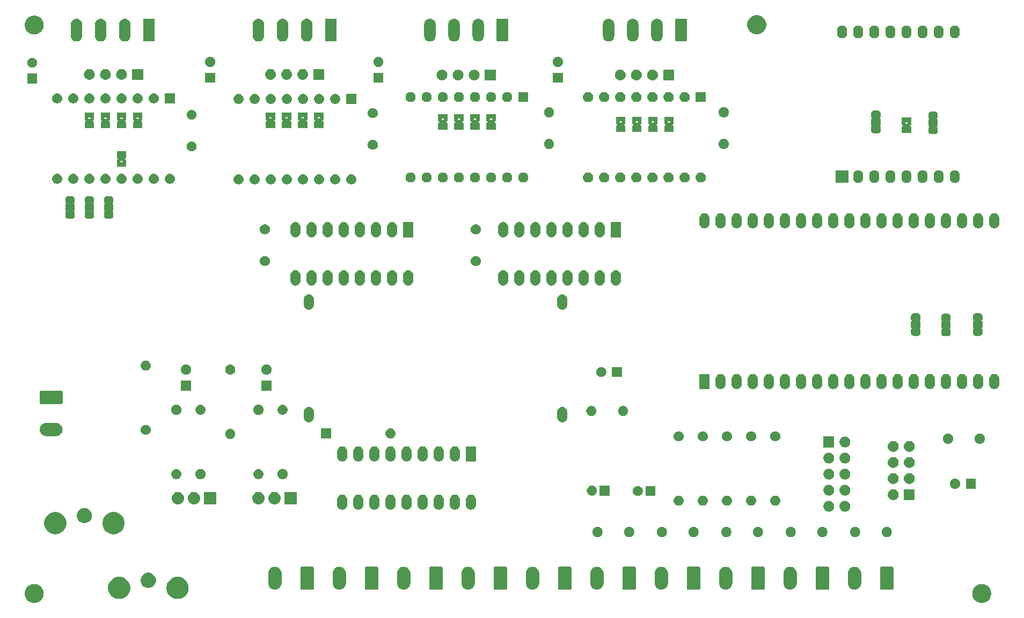
<source format=gbr>
G04 #@! TF.GenerationSoftware,KiCad,Pcbnew,(5.1.2)-2*
G04 #@! TF.CreationDate,2020-02-28T11:58:50-10:00*
G04 #@! TF.ProjectId,Esp32PrinterController,45737033-3250-4726-996e-746572436f6e,rev?*
G04 #@! TF.SameCoordinates,Original*
G04 #@! TF.FileFunction,Soldermask,Bot*
G04 #@! TF.FilePolarity,Negative*
%FSLAX46Y46*%
G04 Gerber Fmt 4.6, Leading zero omitted, Abs format (unit mm)*
G04 Created by KiCad (PCBNEW (5.1.2)-2) date 2020-02-28 11:58:50*
%MOMM*%
%LPD*%
G04 APERTURE LIST*
%ADD10C,0.100000*%
G04 APERTURE END LIST*
D10*
G36*
X179317534Y-121557643D02*
G01*
X179590515Y-121670716D01*
X179590517Y-121670717D01*
X179836194Y-121834874D01*
X180045126Y-122043806D01*
X180204858Y-122282860D01*
X180209284Y-122289485D01*
X180322357Y-122562466D01*
X180380000Y-122852262D01*
X180380000Y-123147738D01*
X180322357Y-123437534D01*
X180229657Y-123661330D01*
X180209283Y-123710517D01*
X180045126Y-123956194D01*
X179836194Y-124165126D01*
X179590517Y-124329283D01*
X179590516Y-124329284D01*
X179590515Y-124329284D01*
X179317534Y-124442357D01*
X179027738Y-124500000D01*
X178732262Y-124500000D01*
X178442466Y-124442357D01*
X178169485Y-124329284D01*
X178169484Y-124329284D01*
X178169483Y-124329283D01*
X177923806Y-124165126D01*
X177714874Y-123956194D01*
X177550717Y-123710517D01*
X177530343Y-123661330D01*
X177437643Y-123437534D01*
X177380000Y-123147738D01*
X177380000Y-122852262D01*
X177437643Y-122562466D01*
X177550716Y-122289485D01*
X177555143Y-122282860D01*
X177714874Y-122043806D01*
X177923806Y-121834874D01*
X178169483Y-121670717D01*
X178169485Y-121670716D01*
X178442466Y-121557643D01*
X178732262Y-121500000D01*
X179027738Y-121500000D01*
X179317534Y-121557643D01*
X179317534Y-121557643D01*
G37*
G36*
X29837534Y-121557643D02*
G01*
X30110515Y-121670716D01*
X30110517Y-121670717D01*
X30356194Y-121834874D01*
X30565126Y-122043806D01*
X30724858Y-122282860D01*
X30729284Y-122289485D01*
X30842357Y-122562466D01*
X30900000Y-122852262D01*
X30900000Y-123147738D01*
X30842357Y-123437534D01*
X30749657Y-123661330D01*
X30729283Y-123710517D01*
X30565126Y-123956194D01*
X30356194Y-124165126D01*
X30110517Y-124329283D01*
X30110516Y-124329284D01*
X30110515Y-124329284D01*
X29837534Y-124442357D01*
X29547738Y-124500000D01*
X29252262Y-124500000D01*
X28962466Y-124442357D01*
X28689485Y-124329284D01*
X28689484Y-124329284D01*
X28689483Y-124329283D01*
X28443806Y-124165126D01*
X28234874Y-123956194D01*
X28070717Y-123710517D01*
X28050343Y-123661330D01*
X27957643Y-123437534D01*
X27900000Y-123147738D01*
X27900000Y-122852262D01*
X27957643Y-122562466D01*
X28070716Y-122289485D01*
X28075143Y-122282860D01*
X28234874Y-122043806D01*
X28443806Y-121834874D01*
X28689483Y-121670717D01*
X28689485Y-121670716D01*
X28962466Y-121557643D01*
X29252262Y-121500000D01*
X29547738Y-121500000D01*
X29837534Y-121557643D01*
X29837534Y-121557643D01*
G37*
G36*
X52347908Y-120394125D02*
G01*
X52516956Y-120427751D01*
X52835436Y-120559670D01*
X53122060Y-120751186D01*
X53365814Y-120994940D01*
X53557330Y-121281564D01*
X53671686Y-121557644D01*
X53689249Y-121600045D01*
X53756500Y-121938139D01*
X53756500Y-122282861D01*
X53736595Y-122382928D01*
X53689249Y-122620956D01*
X53557330Y-122939436D01*
X53365814Y-123226060D01*
X53122060Y-123469814D01*
X52835436Y-123661330D01*
X52516956Y-123793249D01*
X52347908Y-123826874D01*
X52178861Y-123860500D01*
X51834139Y-123860500D01*
X51665092Y-123826874D01*
X51496044Y-123793249D01*
X51177564Y-123661330D01*
X50890940Y-123469814D01*
X50647186Y-123226060D01*
X50455670Y-122939436D01*
X50323751Y-122620956D01*
X50276405Y-122382928D01*
X50256500Y-122282861D01*
X50256500Y-121938139D01*
X50323751Y-121600045D01*
X50341314Y-121557644D01*
X50455670Y-121281564D01*
X50647186Y-120994940D01*
X50890940Y-120751186D01*
X51177564Y-120559670D01*
X51496044Y-120427751D01*
X51665092Y-120394125D01*
X51834139Y-120360500D01*
X52178861Y-120360500D01*
X52347908Y-120394125D01*
X52347908Y-120394125D01*
G37*
G36*
X43147908Y-120394125D02*
G01*
X43316956Y-120427751D01*
X43635436Y-120559670D01*
X43922060Y-120751186D01*
X44165814Y-120994940D01*
X44357330Y-121281564D01*
X44471686Y-121557644D01*
X44489249Y-121600045D01*
X44556500Y-121938139D01*
X44556500Y-122282861D01*
X44536595Y-122382928D01*
X44489249Y-122620956D01*
X44357330Y-122939436D01*
X44165814Y-123226060D01*
X43922060Y-123469814D01*
X43635436Y-123661330D01*
X43316956Y-123793249D01*
X43147908Y-123826874D01*
X42978861Y-123860500D01*
X42634139Y-123860500D01*
X42465092Y-123826874D01*
X42296044Y-123793249D01*
X41977564Y-123661330D01*
X41690940Y-123469814D01*
X41447186Y-123226060D01*
X41255670Y-122939436D01*
X41123751Y-122620956D01*
X41076405Y-122382928D01*
X41056500Y-122282861D01*
X41056500Y-121938139D01*
X41123751Y-121600045D01*
X41141314Y-121557644D01*
X41255670Y-121281564D01*
X41447186Y-120994940D01*
X41690940Y-120751186D01*
X41977564Y-120559670D01*
X42296044Y-120427751D01*
X42465092Y-120394125D01*
X42634139Y-120360500D01*
X42978861Y-120360500D01*
X43147908Y-120394125D01*
X43147908Y-120394125D01*
G37*
G36*
X128534876Y-118801548D02*
G01*
X128730916Y-118861016D01*
X128911589Y-118957588D01*
X129069949Y-119087551D01*
X129199912Y-119245911D01*
X129296484Y-119426584D01*
X129355952Y-119622624D01*
X129371000Y-119775409D01*
X129371000Y-121397591D01*
X129355952Y-121550376D01*
X129296484Y-121746416D01*
X129199912Y-121927089D01*
X129069949Y-122085449D01*
X128911589Y-122215412D01*
X128730915Y-122311984D01*
X128534875Y-122371452D01*
X128331000Y-122391532D01*
X128127124Y-122371452D01*
X127931084Y-122311984D01*
X127750411Y-122215412D01*
X127592051Y-122085449D01*
X127462088Y-121927089D01*
X127365516Y-121746415D01*
X127306048Y-121550375D01*
X127291000Y-121397590D01*
X127291000Y-119775416D01*
X127306048Y-119622623D01*
X127365517Y-119426584D01*
X127365519Y-119426581D01*
X127462089Y-119245911D01*
X127592052Y-119087551D01*
X127750412Y-118957588D01*
X127931085Y-118861016D01*
X128127125Y-118801548D01*
X128331000Y-118781468D01*
X128534876Y-118801548D01*
X128534876Y-118801548D01*
G37*
G36*
X118374876Y-118801548D02*
G01*
X118570916Y-118861016D01*
X118751589Y-118957588D01*
X118909949Y-119087551D01*
X119039912Y-119245911D01*
X119136484Y-119426584D01*
X119195952Y-119622624D01*
X119211000Y-119775409D01*
X119211000Y-121397591D01*
X119195952Y-121550376D01*
X119136484Y-121746416D01*
X119039912Y-121927089D01*
X118909949Y-122085449D01*
X118751589Y-122215412D01*
X118570915Y-122311984D01*
X118374875Y-122371452D01*
X118171000Y-122391532D01*
X117967124Y-122371452D01*
X117771084Y-122311984D01*
X117590411Y-122215412D01*
X117432051Y-122085449D01*
X117302088Y-121927089D01*
X117205516Y-121746415D01*
X117146048Y-121550375D01*
X117131000Y-121397590D01*
X117131000Y-119775416D01*
X117146048Y-119622623D01*
X117205517Y-119426584D01*
X117205519Y-119426581D01*
X117302089Y-119245911D01*
X117432052Y-119087551D01*
X117590412Y-118957588D01*
X117771085Y-118861016D01*
X117967125Y-118801548D01*
X118171000Y-118781468D01*
X118374876Y-118801548D01*
X118374876Y-118801548D01*
G37*
G36*
X87894876Y-118801548D02*
G01*
X88090916Y-118861016D01*
X88271589Y-118957588D01*
X88429949Y-119087551D01*
X88559912Y-119245911D01*
X88656484Y-119426584D01*
X88715952Y-119622624D01*
X88731000Y-119775409D01*
X88731000Y-121397591D01*
X88715952Y-121550376D01*
X88656484Y-121746416D01*
X88559912Y-121927089D01*
X88429949Y-122085449D01*
X88271589Y-122215412D01*
X88090915Y-122311984D01*
X87894875Y-122371452D01*
X87691000Y-122391532D01*
X87487124Y-122371452D01*
X87291084Y-122311984D01*
X87110411Y-122215412D01*
X86952051Y-122085449D01*
X86822088Y-121927089D01*
X86725516Y-121746415D01*
X86666048Y-121550375D01*
X86651000Y-121397590D01*
X86651000Y-119775416D01*
X86666048Y-119622623D01*
X86725517Y-119426584D01*
X86725519Y-119426581D01*
X86822089Y-119245911D01*
X86952052Y-119087551D01*
X87110412Y-118957588D01*
X87291085Y-118861016D01*
X87487125Y-118801548D01*
X87691000Y-118781468D01*
X87894876Y-118801548D01*
X87894876Y-118801548D01*
G37*
G36*
X98054876Y-118801548D02*
G01*
X98250916Y-118861016D01*
X98431589Y-118957588D01*
X98589949Y-119087551D01*
X98719912Y-119245911D01*
X98816484Y-119426584D01*
X98875952Y-119622624D01*
X98891000Y-119775409D01*
X98891000Y-121397591D01*
X98875952Y-121550376D01*
X98816484Y-121746416D01*
X98719912Y-121927089D01*
X98589949Y-122085449D01*
X98431589Y-122215412D01*
X98250915Y-122311984D01*
X98054875Y-122371452D01*
X97851000Y-122391532D01*
X97647124Y-122371452D01*
X97451084Y-122311984D01*
X97270411Y-122215412D01*
X97112051Y-122085449D01*
X96982088Y-121927089D01*
X96885516Y-121746415D01*
X96826048Y-121550375D01*
X96811000Y-121397590D01*
X96811000Y-119775416D01*
X96826048Y-119622623D01*
X96885517Y-119426584D01*
X96885519Y-119426581D01*
X96982089Y-119245911D01*
X97112052Y-119087551D01*
X97270412Y-118957588D01*
X97451085Y-118861016D01*
X97647125Y-118801548D01*
X97851000Y-118781468D01*
X98054876Y-118801548D01*
X98054876Y-118801548D01*
G37*
G36*
X67574876Y-118801548D02*
G01*
X67770916Y-118861016D01*
X67951589Y-118957588D01*
X68109949Y-119087551D01*
X68239912Y-119245911D01*
X68336484Y-119426584D01*
X68395952Y-119622624D01*
X68411000Y-119775409D01*
X68411000Y-121397591D01*
X68395952Y-121550376D01*
X68336484Y-121746416D01*
X68239912Y-121927089D01*
X68109949Y-122085449D01*
X67951589Y-122215412D01*
X67770915Y-122311984D01*
X67574875Y-122371452D01*
X67371000Y-122391532D01*
X67167124Y-122371452D01*
X66971084Y-122311984D01*
X66790411Y-122215412D01*
X66632051Y-122085449D01*
X66502088Y-121927089D01*
X66405516Y-121746415D01*
X66346048Y-121550375D01*
X66331000Y-121397590D01*
X66331000Y-119775416D01*
X66346048Y-119622623D01*
X66405517Y-119426584D01*
X66405519Y-119426581D01*
X66502089Y-119245911D01*
X66632052Y-119087551D01*
X66790412Y-118957588D01*
X66971085Y-118861016D01*
X67167125Y-118801548D01*
X67371000Y-118781468D01*
X67574876Y-118801548D01*
X67574876Y-118801548D01*
G37*
G36*
X108214876Y-118801548D02*
G01*
X108410916Y-118861016D01*
X108591589Y-118957588D01*
X108749949Y-119087551D01*
X108879912Y-119245911D01*
X108976484Y-119426584D01*
X109035952Y-119622624D01*
X109051000Y-119775409D01*
X109051000Y-121397591D01*
X109035952Y-121550376D01*
X108976484Y-121746416D01*
X108879912Y-121927089D01*
X108749949Y-122085449D01*
X108591589Y-122215412D01*
X108410915Y-122311984D01*
X108214875Y-122371452D01*
X108011000Y-122391532D01*
X107807124Y-122371452D01*
X107611084Y-122311984D01*
X107430411Y-122215412D01*
X107272051Y-122085449D01*
X107142088Y-121927089D01*
X107045516Y-121746415D01*
X106986048Y-121550375D01*
X106971000Y-121397590D01*
X106971000Y-119775416D01*
X106986048Y-119622623D01*
X107045517Y-119426584D01*
X107045519Y-119426581D01*
X107142089Y-119245911D01*
X107272052Y-119087551D01*
X107430412Y-118957588D01*
X107611085Y-118861016D01*
X107807125Y-118801548D01*
X108011000Y-118781468D01*
X108214876Y-118801548D01*
X108214876Y-118801548D01*
G37*
G36*
X159014876Y-118801548D02*
G01*
X159210916Y-118861016D01*
X159391589Y-118957588D01*
X159549949Y-119087551D01*
X159679912Y-119245911D01*
X159776484Y-119426584D01*
X159835952Y-119622624D01*
X159851000Y-119775409D01*
X159851000Y-121397591D01*
X159835952Y-121550376D01*
X159776484Y-121746416D01*
X159679912Y-121927089D01*
X159549949Y-122085449D01*
X159391589Y-122215412D01*
X159210915Y-122311984D01*
X159014875Y-122371452D01*
X158811000Y-122391532D01*
X158607124Y-122371452D01*
X158411084Y-122311984D01*
X158230411Y-122215412D01*
X158072051Y-122085449D01*
X157942088Y-121927089D01*
X157845516Y-121746415D01*
X157786048Y-121550375D01*
X157771000Y-121397590D01*
X157771000Y-119775416D01*
X157786048Y-119622623D01*
X157845517Y-119426584D01*
X157845519Y-119426581D01*
X157942089Y-119245911D01*
X158072052Y-119087551D01*
X158230412Y-118957588D01*
X158411085Y-118861016D01*
X158607125Y-118801548D01*
X158811000Y-118781468D01*
X159014876Y-118801548D01*
X159014876Y-118801548D01*
G37*
G36*
X148854876Y-118801548D02*
G01*
X149050916Y-118861016D01*
X149231589Y-118957588D01*
X149389949Y-119087551D01*
X149519912Y-119245911D01*
X149616484Y-119426584D01*
X149675952Y-119622624D01*
X149691000Y-119775409D01*
X149691000Y-121397591D01*
X149675952Y-121550376D01*
X149616484Y-121746416D01*
X149519912Y-121927089D01*
X149389949Y-122085449D01*
X149231589Y-122215412D01*
X149050915Y-122311984D01*
X148854875Y-122371452D01*
X148651000Y-122391532D01*
X148447124Y-122371452D01*
X148251084Y-122311984D01*
X148070411Y-122215412D01*
X147912051Y-122085449D01*
X147782088Y-121927089D01*
X147685516Y-121746415D01*
X147626048Y-121550375D01*
X147611000Y-121397590D01*
X147611000Y-119775416D01*
X147626048Y-119622623D01*
X147685517Y-119426584D01*
X147685519Y-119426581D01*
X147782089Y-119245911D01*
X147912052Y-119087551D01*
X148070412Y-118957588D01*
X148251085Y-118861016D01*
X148447125Y-118801548D01*
X148651000Y-118781468D01*
X148854876Y-118801548D01*
X148854876Y-118801548D01*
G37*
G36*
X138694876Y-118801548D02*
G01*
X138890916Y-118861016D01*
X139071589Y-118957588D01*
X139229949Y-119087551D01*
X139359912Y-119245911D01*
X139456484Y-119426584D01*
X139515952Y-119622624D01*
X139531000Y-119775409D01*
X139531000Y-121397591D01*
X139515952Y-121550376D01*
X139456484Y-121746416D01*
X139359912Y-121927089D01*
X139229949Y-122085449D01*
X139071589Y-122215412D01*
X138890915Y-122311984D01*
X138694875Y-122371452D01*
X138491000Y-122391532D01*
X138287124Y-122371452D01*
X138091084Y-122311984D01*
X137910411Y-122215412D01*
X137752051Y-122085449D01*
X137622088Y-121927089D01*
X137525516Y-121746415D01*
X137466048Y-121550375D01*
X137451000Y-121397590D01*
X137451000Y-119775416D01*
X137466048Y-119622623D01*
X137525517Y-119426584D01*
X137525519Y-119426581D01*
X137622089Y-119245911D01*
X137752052Y-119087551D01*
X137910412Y-118957588D01*
X138091085Y-118861016D01*
X138287125Y-118801548D01*
X138491000Y-118781468D01*
X138694876Y-118801548D01*
X138694876Y-118801548D01*
G37*
G36*
X77734876Y-118801548D02*
G01*
X77930916Y-118861016D01*
X78111589Y-118957588D01*
X78269949Y-119087551D01*
X78399912Y-119245911D01*
X78496484Y-119426584D01*
X78555952Y-119622624D01*
X78571000Y-119775409D01*
X78571000Y-121397591D01*
X78555952Y-121550376D01*
X78496484Y-121746416D01*
X78399912Y-121927089D01*
X78269949Y-122085449D01*
X78111589Y-122215412D01*
X77930915Y-122311984D01*
X77734875Y-122371452D01*
X77531000Y-122391532D01*
X77327124Y-122371452D01*
X77131084Y-122311984D01*
X76950411Y-122215412D01*
X76792051Y-122085449D01*
X76662088Y-121927089D01*
X76565516Y-121746415D01*
X76506048Y-121550375D01*
X76491000Y-121397590D01*
X76491000Y-119775416D01*
X76506048Y-119622623D01*
X76565517Y-119426584D01*
X76565519Y-119426581D01*
X76662089Y-119245911D01*
X76792052Y-119087551D01*
X76950412Y-118957588D01*
X77131085Y-118861016D01*
X77327125Y-118801548D01*
X77531000Y-118781468D01*
X77734876Y-118801548D01*
X77734876Y-118801548D01*
G37*
G36*
X164806080Y-118790072D02*
G01*
X164835056Y-118798862D01*
X164861754Y-118813132D01*
X164885159Y-118832341D01*
X164904368Y-118855746D01*
X164918638Y-118882444D01*
X164927428Y-118911420D01*
X164931000Y-118947688D01*
X164931000Y-122225312D01*
X164927428Y-122261580D01*
X164918638Y-122290556D01*
X164904368Y-122317254D01*
X164885159Y-122340659D01*
X164861754Y-122359868D01*
X164835056Y-122374138D01*
X164806080Y-122382928D01*
X164769812Y-122386500D01*
X163012188Y-122386500D01*
X162975920Y-122382928D01*
X162946944Y-122374138D01*
X162920246Y-122359868D01*
X162896841Y-122340659D01*
X162877632Y-122317254D01*
X162863362Y-122290556D01*
X162854572Y-122261580D01*
X162851000Y-122225312D01*
X162851000Y-118947688D01*
X162854572Y-118911420D01*
X162863362Y-118882444D01*
X162877632Y-118855746D01*
X162896841Y-118832341D01*
X162920246Y-118813132D01*
X162946944Y-118798862D01*
X162975920Y-118790072D01*
X163012188Y-118786500D01*
X164769812Y-118786500D01*
X164806080Y-118790072D01*
X164806080Y-118790072D01*
G37*
G36*
X103846080Y-118790072D02*
G01*
X103875056Y-118798862D01*
X103901754Y-118813132D01*
X103925159Y-118832341D01*
X103944368Y-118855746D01*
X103958638Y-118882444D01*
X103967428Y-118911420D01*
X103971000Y-118947688D01*
X103971000Y-122225312D01*
X103967428Y-122261580D01*
X103958638Y-122290556D01*
X103944368Y-122317254D01*
X103925159Y-122340659D01*
X103901754Y-122359868D01*
X103875056Y-122374138D01*
X103846080Y-122382928D01*
X103809812Y-122386500D01*
X102052188Y-122386500D01*
X102015920Y-122382928D01*
X101986944Y-122374138D01*
X101960246Y-122359868D01*
X101936841Y-122340659D01*
X101917632Y-122317254D01*
X101903362Y-122290556D01*
X101894572Y-122261580D01*
X101891000Y-122225312D01*
X101891000Y-118947688D01*
X101894572Y-118911420D01*
X101903362Y-118882444D01*
X101917632Y-118855746D01*
X101936841Y-118832341D01*
X101960246Y-118813132D01*
X101986944Y-118798862D01*
X102015920Y-118790072D01*
X102052188Y-118786500D01*
X103809812Y-118786500D01*
X103846080Y-118790072D01*
X103846080Y-118790072D01*
G37*
G36*
X114006080Y-118790072D02*
G01*
X114035056Y-118798862D01*
X114061754Y-118813132D01*
X114085159Y-118832341D01*
X114104368Y-118855746D01*
X114118638Y-118882444D01*
X114127428Y-118911420D01*
X114131000Y-118947688D01*
X114131000Y-122225312D01*
X114127428Y-122261580D01*
X114118638Y-122290556D01*
X114104368Y-122317254D01*
X114085159Y-122340659D01*
X114061754Y-122359868D01*
X114035056Y-122374138D01*
X114006080Y-122382928D01*
X113969812Y-122386500D01*
X112212188Y-122386500D01*
X112175920Y-122382928D01*
X112146944Y-122374138D01*
X112120246Y-122359868D01*
X112096841Y-122340659D01*
X112077632Y-122317254D01*
X112063362Y-122290556D01*
X112054572Y-122261580D01*
X112051000Y-122225312D01*
X112051000Y-118947688D01*
X112054572Y-118911420D01*
X112063362Y-118882444D01*
X112077632Y-118855746D01*
X112096841Y-118832341D01*
X112120246Y-118813132D01*
X112146944Y-118798862D01*
X112175920Y-118790072D01*
X112212188Y-118786500D01*
X113969812Y-118786500D01*
X114006080Y-118790072D01*
X114006080Y-118790072D01*
G37*
G36*
X83526080Y-118790072D02*
G01*
X83555056Y-118798862D01*
X83581754Y-118813132D01*
X83605159Y-118832341D01*
X83624368Y-118855746D01*
X83638638Y-118882444D01*
X83647428Y-118911420D01*
X83651000Y-118947688D01*
X83651000Y-122225312D01*
X83647428Y-122261580D01*
X83638638Y-122290556D01*
X83624368Y-122317254D01*
X83605159Y-122340659D01*
X83581754Y-122359868D01*
X83555056Y-122374138D01*
X83526080Y-122382928D01*
X83489812Y-122386500D01*
X81732188Y-122386500D01*
X81695920Y-122382928D01*
X81666944Y-122374138D01*
X81640246Y-122359868D01*
X81616841Y-122340659D01*
X81597632Y-122317254D01*
X81583362Y-122290556D01*
X81574572Y-122261580D01*
X81571000Y-122225312D01*
X81571000Y-118947688D01*
X81574572Y-118911420D01*
X81583362Y-118882444D01*
X81597632Y-118855746D01*
X81616841Y-118832341D01*
X81640246Y-118813132D01*
X81666944Y-118798862D01*
X81695920Y-118790072D01*
X81732188Y-118786500D01*
X83489812Y-118786500D01*
X83526080Y-118790072D01*
X83526080Y-118790072D01*
G37*
G36*
X154646080Y-118790072D02*
G01*
X154675056Y-118798862D01*
X154701754Y-118813132D01*
X154725159Y-118832341D01*
X154744368Y-118855746D01*
X154758638Y-118882444D01*
X154767428Y-118911420D01*
X154771000Y-118947688D01*
X154771000Y-122225312D01*
X154767428Y-122261580D01*
X154758638Y-122290556D01*
X154744368Y-122317254D01*
X154725159Y-122340659D01*
X154701754Y-122359868D01*
X154675056Y-122374138D01*
X154646080Y-122382928D01*
X154609812Y-122386500D01*
X152852188Y-122386500D01*
X152815920Y-122382928D01*
X152786944Y-122374138D01*
X152760246Y-122359868D01*
X152736841Y-122340659D01*
X152717632Y-122317254D01*
X152703362Y-122290556D01*
X152694572Y-122261580D01*
X152691000Y-122225312D01*
X152691000Y-118947688D01*
X152694572Y-118911420D01*
X152703362Y-118882444D01*
X152717632Y-118855746D01*
X152736841Y-118832341D01*
X152760246Y-118813132D01*
X152786944Y-118798862D01*
X152815920Y-118790072D01*
X152852188Y-118786500D01*
X154609812Y-118786500D01*
X154646080Y-118790072D01*
X154646080Y-118790072D01*
G37*
G36*
X144486080Y-118790072D02*
G01*
X144515056Y-118798862D01*
X144541754Y-118813132D01*
X144565159Y-118832341D01*
X144584368Y-118855746D01*
X144598638Y-118882444D01*
X144607428Y-118911420D01*
X144611000Y-118947688D01*
X144611000Y-122225312D01*
X144607428Y-122261580D01*
X144598638Y-122290556D01*
X144584368Y-122317254D01*
X144565159Y-122340659D01*
X144541754Y-122359868D01*
X144515056Y-122374138D01*
X144486080Y-122382928D01*
X144449812Y-122386500D01*
X142692188Y-122386500D01*
X142655920Y-122382928D01*
X142626944Y-122374138D01*
X142600246Y-122359868D01*
X142576841Y-122340659D01*
X142557632Y-122317254D01*
X142543362Y-122290556D01*
X142534572Y-122261580D01*
X142531000Y-122225312D01*
X142531000Y-118947688D01*
X142534572Y-118911420D01*
X142543362Y-118882444D01*
X142557632Y-118855746D01*
X142576841Y-118832341D01*
X142600246Y-118813132D01*
X142626944Y-118798862D01*
X142655920Y-118790072D01*
X142692188Y-118786500D01*
X144449812Y-118786500D01*
X144486080Y-118790072D01*
X144486080Y-118790072D01*
G37*
G36*
X134326080Y-118790072D02*
G01*
X134355056Y-118798862D01*
X134381754Y-118813132D01*
X134405159Y-118832341D01*
X134424368Y-118855746D01*
X134438638Y-118882444D01*
X134447428Y-118911420D01*
X134451000Y-118947688D01*
X134451000Y-122225312D01*
X134447428Y-122261580D01*
X134438638Y-122290556D01*
X134424368Y-122317254D01*
X134405159Y-122340659D01*
X134381754Y-122359868D01*
X134355056Y-122374138D01*
X134326080Y-122382928D01*
X134289812Y-122386500D01*
X132532188Y-122386500D01*
X132495920Y-122382928D01*
X132466944Y-122374138D01*
X132440246Y-122359868D01*
X132416841Y-122340659D01*
X132397632Y-122317254D01*
X132383362Y-122290556D01*
X132374572Y-122261580D01*
X132371000Y-122225312D01*
X132371000Y-118947688D01*
X132374572Y-118911420D01*
X132383362Y-118882444D01*
X132397632Y-118855746D01*
X132416841Y-118832341D01*
X132440246Y-118813132D01*
X132466944Y-118798862D01*
X132495920Y-118790072D01*
X132532188Y-118786500D01*
X134289812Y-118786500D01*
X134326080Y-118790072D01*
X134326080Y-118790072D01*
G37*
G36*
X124166080Y-118790072D02*
G01*
X124195056Y-118798862D01*
X124221754Y-118813132D01*
X124245159Y-118832341D01*
X124264368Y-118855746D01*
X124278638Y-118882444D01*
X124287428Y-118911420D01*
X124291000Y-118947688D01*
X124291000Y-122225312D01*
X124287428Y-122261580D01*
X124278638Y-122290556D01*
X124264368Y-122317254D01*
X124245159Y-122340659D01*
X124221754Y-122359868D01*
X124195056Y-122374138D01*
X124166080Y-122382928D01*
X124129812Y-122386500D01*
X122372188Y-122386500D01*
X122335920Y-122382928D01*
X122306944Y-122374138D01*
X122280246Y-122359868D01*
X122256841Y-122340659D01*
X122237632Y-122317254D01*
X122223362Y-122290556D01*
X122214572Y-122261580D01*
X122211000Y-122225312D01*
X122211000Y-118947688D01*
X122214572Y-118911420D01*
X122223362Y-118882444D01*
X122237632Y-118855746D01*
X122256841Y-118832341D01*
X122280246Y-118813132D01*
X122306944Y-118798862D01*
X122335920Y-118790072D01*
X122372188Y-118786500D01*
X124129812Y-118786500D01*
X124166080Y-118790072D01*
X124166080Y-118790072D01*
G37*
G36*
X93686080Y-118790072D02*
G01*
X93715056Y-118798862D01*
X93741754Y-118813132D01*
X93765159Y-118832341D01*
X93784368Y-118855746D01*
X93798638Y-118882444D01*
X93807428Y-118911420D01*
X93811000Y-118947688D01*
X93811000Y-122225312D01*
X93807428Y-122261580D01*
X93798638Y-122290556D01*
X93784368Y-122317254D01*
X93765159Y-122340659D01*
X93741754Y-122359868D01*
X93715056Y-122374138D01*
X93686080Y-122382928D01*
X93649812Y-122386500D01*
X91892188Y-122386500D01*
X91855920Y-122382928D01*
X91826944Y-122374138D01*
X91800246Y-122359868D01*
X91776841Y-122340659D01*
X91757632Y-122317254D01*
X91743362Y-122290556D01*
X91734572Y-122261580D01*
X91731000Y-122225312D01*
X91731000Y-118947688D01*
X91734572Y-118911420D01*
X91743362Y-118882444D01*
X91757632Y-118855746D01*
X91776841Y-118832341D01*
X91800246Y-118813132D01*
X91826944Y-118798862D01*
X91855920Y-118790072D01*
X91892188Y-118786500D01*
X93649812Y-118786500D01*
X93686080Y-118790072D01*
X93686080Y-118790072D01*
G37*
G36*
X73366080Y-118790072D02*
G01*
X73395056Y-118798862D01*
X73421754Y-118813132D01*
X73445159Y-118832341D01*
X73464368Y-118855746D01*
X73478638Y-118882444D01*
X73487428Y-118911420D01*
X73491000Y-118947688D01*
X73491000Y-122225312D01*
X73487428Y-122261580D01*
X73478638Y-122290556D01*
X73464368Y-122317254D01*
X73445159Y-122340659D01*
X73421754Y-122359868D01*
X73395056Y-122374138D01*
X73366080Y-122382928D01*
X73329812Y-122386500D01*
X71572188Y-122386500D01*
X71535920Y-122382928D01*
X71506944Y-122374138D01*
X71480246Y-122359868D01*
X71456841Y-122340659D01*
X71437632Y-122317254D01*
X71423362Y-122290556D01*
X71414572Y-122261580D01*
X71411000Y-122225312D01*
X71411000Y-118947688D01*
X71414572Y-118911420D01*
X71423362Y-118882444D01*
X71437632Y-118855746D01*
X71456841Y-118832341D01*
X71480246Y-118813132D01*
X71506944Y-118798862D01*
X71535920Y-118790072D01*
X71572188Y-118786500D01*
X73329812Y-118786500D01*
X73366080Y-118790072D01*
X73366080Y-118790072D01*
G37*
G36*
X47756526Y-119756615D02*
G01*
X47974911Y-119847073D01*
X47974913Y-119847074D01*
X48171455Y-119978399D01*
X48338601Y-120145545D01*
X48469927Y-120342089D01*
X48560385Y-120560474D01*
X48606500Y-120792309D01*
X48606500Y-121028691D01*
X48560385Y-121260526D01*
X48503611Y-121397590D01*
X48469926Y-121478913D01*
X48338601Y-121675455D01*
X48171455Y-121842601D01*
X47974913Y-121973926D01*
X47974912Y-121973927D01*
X47974911Y-121973927D01*
X47756526Y-122064385D01*
X47524691Y-122110500D01*
X47288309Y-122110500D01*
X47056474Y-122064385D01*
X46838089Y-121973927D01*
X46838088Y-121973927D01*
X46838087Y-121973926D01*
X46641545Y-121842601D01*
X46474399Y-121675455D01*
X46343074Y-121478913D01*
X46309389Y-121397590D01*
X46252615Y-121260526D01*
X46206500Y-121028691D01*
X46206500Y-120792309D01*
X46252615Y-120560474D01*
X46343073Y-120342089D01*
X46474399Y-120145545D01*
X46641545Y-119978399D01*
X46838087Y-119847074D01*
X46838089Y-119847073D01*
X47056474Y-119756615D01*
X47288309Y-119710500D01*
X47524691Y-119710500D01*
X47756526Y-119756615D01*
X47756526Y-119756615D01*
G37*
G36*
X123484351Y-112514743D02*
G01*
X123629941Y-112575048D01*
X123760970Y-112662599D01*
X123872401Y-112774030D01*
X123959952Y-112905059D01*
X124020257Y-113050649D01*
X124051000Y-113205206D01*
X124051000Y-113362794D01*
X124020257Y-113517351D01*
X123959952Y-113662941D01*
X123872401Y-113793970D01*
X123760970Y-113905401D01*
X123629941Y-113992952D01*
X123484351Y-114053257D01*
X123329794Y-114084000D01*
X123172206Y-114084000D01*
X123017649Y-114053257D01*
X122872059Y-113992952D01*
X122741030Y-113905401D01*
X122629599Y-113793970D01*
X122542048Y-113662941D01*
X122481743Y-113517351D01*
X122451000Y-113362794D01*
X122451000Y-113205206D01*
X122481743Y-113050649D01*
X122542048Y-112905059D01*
X122629599Y-112774030D01*
X122741030Y-112662599D01*
X122872059Y-112575048D01*
X123017649Y-112514743D01*
X123172206Y-112484000D01*
X123329794Y-112484000D01*
X123484351Y-112514743D01*
X123484351Y-112514743D01*
G37*
G36*
X128644351Y-112514743D02*
G01*
X128789941Y-112575048D01*
X128920970Y-112662599D01*
X129032401Y-112774030D01*
X129119952Y-112905059D01*
X129180257Y-113050649D01*
X129211000Y-113205206D01*
X129211000Y-113362794D01*
X129180257Y-113517351D01*
X129119952Y-113662941D01*
X129032401Y-113793970D01*
X128920970Y-113905401D01*
X128789941Y-113992952D01*
X128644351Y-114053257D01*
X128489794Y-114084000D01*
X128332206Y-114084000D01*
X128177649Y-114053257D01*
X128032059Y-113992952D01*
X127901030Y-113905401D01*
X127789599Y-113793970D01*
X127702048Y-113662941D01*
X127641743Y-113517351D01*
X127611000Y-113362794D01*
X127611000Y-113205206D01*
X127641743Y-113050649D01*
X127702048Y-112905059D01*
X127789599Y-112774030D01*
X127901030Y-112662599D01*
X128032059Y-112575048D01*
X128177649Y-112514743D01*
X128332206Y-112484000D01*
X128489794Y-112484000D01*
X128644351Y-112514743D01*
X128644351Y-112514743D01*
G37*
G36*
X133644351Y-112514743D02*
G01*
X133789941Y-112575048D01*
X133920970Y-112662599D01*
X134032401Y-112774030D01*
X134119952Y-112905059D01*
X134180257Y-113050649D01*
X134211000Y-113205206D01*
X134211000Y-113362794D01*
X134180257Y-113517351D01*
X134119952Y-113662941D01*
X134032401Y-113793970D01*
X133920970Y-113905401D01*
X133789941Y-113992952D01*
X133644351Y-114053257D01*
X133489794Y-114084000D01*
X133332206Y-114084000D01*
X133177649Y-114053257D01*
X133032059Y-113992952D01*
X132901030Y-113905401D01*
X132789599Y-113793970D01*
X132702048Y-113662941D01*
X132641743Y-113517351D01*
X132611000Y-113362794D01*
X132611000Y-113205206D01*
X132641743Y-113050649D01*
X132702048Y-112905059D01*
X132789599Y-112774030D01*
X132901030Y-112662599D01*
X133032059Y-112575048D01*
X133177649Y-112514743D01*
X133332206Y-112484000D01*
X133489794Y-112484000D01*
X133644351Y-112514743D01*
X133644351Y-112514743D01*
G37*
G36*
X138804351Y-112514743D02*
G01*
X138949941Y-112575048D01*
X139080970Y-112662599D01*
X139192401Y-112774030D01*
X139279952Y-112905059D01*
X139340257Y-113050649D01*
X139371000Y-113205206D01*
X139371000Y-113362794D01*
X139340257Y-113517351D01*
X139279952Y-113662941D01*
X139192401Y-113793970D01*
X139080970Y-113905401D01*
X138949941Y-113992952D01*
X138804351Y-114053257D01*
X138649794Y-114084000D01*
X138492206Y-114084000D01*
X138337649Y-114053257D01*
X138192059Y-113992952D01*
X138061030Y-113905401D01*
X137949599Y-113793970D01*
X137862048Y-113662941D01*
X137801743Y-113517351D01*
X137771000Y-113362794D01*
X137771000Y-113205206D01*
X137801743Y-113050649D01*
X137862048Y-112905059D01*
X137949599Y-112774030D01*
X138061030Y-112662599D01*
X138192059Y-112575048D01*
X138337649Y-112514743D01*
X138492206Y-112484000D01*
X138649794Y-112484000D01*
X138804351Y-112514743D01*
X138804351Y-112514743D01*
G37*
G36*
X143804351Y-112514743D02*
G01*
X143949941Y-112575048D01*
X144080970Y-112662599D01*
X144192401Y-112774030D01*
X144279952Y-112905059D01*
X144340257Y-113050649D01*
X144371000Y-113205206D01*
X144371000Y-113362794D01*
X144340257Y-113517351D01*
X144279952Y-113662941D01*
X144192401Y-113793970D01*
X144080970Y-113905401D01*
X143949941Y-113992952D01*
X143804351Y-114053257D01*
X143649794Y-114084000D01*
X143492206Y-114084000D01*
X143337649Y-114053257D01*
X143192059Y-113992952D01*
X143061030Y-113905401D01*
X142949599Y-113793970D01*
X142862048Y-113662941D01*
X142801743Y-113517351D01*
X142771000Y-113362794D01*
X142771000Y-113205206D01*
X142801743Y-113050649D01*
X142862048Y-112905059D01*
X142949599Y-112774030D01*
X143061030Y-112662599D01*
X143192059Y-112575048D01*
X143337649Y-112514743D01*
X143492206Y-112484000D01*
X143649794Y-112484000D01*
X143804351Y-112514743D01*
X143804351Y-112514743D01*
G37*
G36*
X153964351Y-112514743D02*
G01*
X154109941Y-112575048D01*
X154240970Y-112662599D01*
X154352401Y-112774030D01*
X154439952Y-112905059D01*
X154500257Y-113050649D01*
X154531000Y-113205206D01*
X154531000Y-113362794D01*
X154500257Y-113517351D01*
X154439952Y-113662941D01*
X154352401Y-113793970D01*
X154240970Y-113905401D01*
X154109941Y-113992952D01*
X153964351Y-114053257D01*
X153809794Y-114084000D01*
X153652206Y-114084000D01*
X153497649Y-114053257D01*
X153352059Y-113992952D01*
X153221030Y-113905401D01*
X153109599Y-113793970D01*
X153022048Y-113662941D01*
X152961743Y-113517351D01*
X152931000Y-113362794D01*
X152931000Y-113205206D01*
X152961743Y-113050649D01*
X153022048Y-112905059D01*
X153109599Y-112774030D01*
X153221030Y-112662599D01*
X153352059Y-112575048D01*
X153497649Y-112514743D01*
X153652206Y-112484000D01*
X153809794Y-112484000D01*
X153964351Y-112514743D01*
X153964351Y-112514743D01*
G37*
G36*
X118484351Y-112514743D02*
G01*
X118629941Y-112575048D01*
X118760970Y-112662599D01*
X118872401Y-112774030D01*
X118959952Y-112905059D01*
X119020257Y-113050649D01*
X119051000Y-113205206D01*
X119051000Y-113362794D01*
X119020257Y-113517351D01*
X118959952Y-113662941D01*
X118872401Y-113793970D01*
X118760970Y-113905401D01*
X118629941Y-113992952D01*
X118484351Y-114053257D01*
X118329794Y-114084000D01*
X118172206Y-114084000D01*
X118017649Y-114053257D01*
X117872059Y-113992952D01*
X117741030Y-113905401D01*
X117629599Y-113793970D01*
X117542048Y-113662941D01*
X117481743Y-113517351D01*
X117451000Y-113362794D01*
X117451000Y-113205206D01*
X117481743Y-113050649D01*
X117542048Y-112905059D01*
X117629599Y-112774030D01*
X117741030Y-112662599D01*
X117872059Y-112575048D01*
X118017649Y-112514743D01*
X118172206Y-112484000D01*
X118329794Y-112484000D01*
X118484351Y-112514743D01*
X118484351Y-112514743D01*
G37*
G36*
X164124351Y-112514743D02*
G01*
X164269941Y-112575048D01*
X164400970Y-112662599D01*
X164512401Y-112774030D01*
X164599952Y-112905059D01*
X164660257Y-113050649D01*
X164691000Y-113205206D01*
X164691000Y-113362794D01*
X164660257Y-113517351D01*
X164599952Y-113662941D01*
X164512401Y-113793970D01*
X164400970Y-113905401D01*
X164269941Y-113992952D01*
X164124351Y-114053257D01*
X163969794Y-114084000D01*
X163812206Y-114084000D01*
X163657649Y-114053257D01*
X163512059Y-113992952D01*
X163381030Y-113905401D01*
X163269599Y-113793970D01*
X163182048Y-113662941D01*
X163121743Y-113517351D01*
X163091000Y-113362794D01*
X163091000Y-113205206D01*
X163121743Y-113050649D01*
X163182048Y-112905059D01*
X163269599Y-112774030D01*
X163381030Y-112662599D01*
X163512059Y-112575048D01*
X163657649Y-112514743D01*
X163812206Y-112484000D01*
X163969794Y-112484000D01*
X164124351Y-112514743D01*
X164124351Y-112514743D01*
G37*
G36*
X159124351Y-112514743D02*
G01*
X159269941Y-112575048D01*
X159400970Y-112662599D01*
X159512401Y-112774030D01*
X159599952Y-112905059D01*
X159660257Y-113050649D01*
X159691000Y-113205206D01*
X159691000Y-113362794D01*
X159660257Y-113517351D01*
X159599952Y-113662941D01*
X159512401Y-113793970D01*
X159400970Y-113905401D01*
X159269941Y-113992952D01*
X159124351Y-114053257D01*
X158969794Y-114084000D01*
X158812206Y-114084000D01*
X158657649Y-114053257D01*
X158512059Y-113992952D01*
X158381030Y-113905401D01*
X158269599Y-113793970D01*
X158182048Y-113662941D01*
X158121743Y-113517351D01*
X158091000Y-113362794D01*
X158091000Y-113205206D01*
X158121743Y-113050649D01*
X158182048Y-112905059D01*
X158269599Y-112774030D01*
X158381030Y-112662599D01*
X158512059Y-112575048D01*
X158657649Y-112514743D01*
X158812206Y-112484000D01*
X158969794Y-112484000D01*
X159124351Y-112514743D01*
X159124351Y-112514743D01*
G37*
G36*
X148964351Y-112514743D02*
G01*
X149109941Y-112575048D01*
X149240970Y-112662599D01*
X149352401Y-112774030D01*
X149439952Y-112905059D01*
X149500257Y-113050649D01*
X149531000Y-113205206D01*
X149531000Y-113362794D01*
X149500257Y-113517351D01*
X149439952Y-113662941D01*
X149352401Y-113793970D01*
X149240970Y-113905401D01*
X149109941Y-113992952D01*
X148964351Y-114053257D01*
X148809794Y-114084000D01*
X148652206Y-114084000D01*
X148497649Y-114053257D01*
X148352059Y-113992952D01*
X148221030Y-113905401D01*
X148109599Y-113793970D01*
X148022048Y-113662941D01*
X147961743Y-113517351D01*
X147931000Y-113362794D01*
X147931000Y-113205206D01*
X147961743Y-113050649D01*
X148022048Y-112905059D01*
X148109599Y-112774030D01*
X148221030Y-112662599D01*
X148352059Y-112575048D01*
X148497649Y-112514743D01*
X148652206Y-112484000D01*
X148809794Y-112484000D01*
X148964351Y-112514743D01*
X148964351Y-112514743D01*
G37*
G36*
X33051408Y-110170625D02*
G01*
X33220456Y-110204251D01*
X33538936Y-110336170D01*
X33825560Y-110527686D01*
X34069314Y-110771440D01*
X34260830Y-111058064D01*
X34392749Y-111376544D01*
X34460000Y-111714640D01*
X34460000Y-112059360D01*
X34392749Y-112397456D01*
X34260830Y-112715936D01*
X34069314Y-113002560D01*
X33825560Y-113246314D01*
X33538936Y-113437830D01*
X33220456Y-113569749D01*
X33051408Y-113603374D01*
X32882361Y-113637000D01*
X32537639Y-113637000D01*
X32368592Y-113603374D01*
X32199544Y-113569749D01*
X31881064Y-113437830D01*
X31594440Y-113246314D01*
X31350686Y-113002560D01*
X31159170Y-112715936D01*
X31027251Y-112397456D01*
X30960000Y-112059360D01*
X30960000Y-111714640D01*
X31027251Y-111376544D01*
X31159170Y-111058064D01*
X31350686Y-110771440D01*
X31594440Y-110527686D01*
X31881064Y-110336170D01*
X32199544Y-110204251D01*
X32368592Y-110170625D01*
X32537639Y-110137000D01*
X32882361Y-110137000D01*
X33051408Y-110170625D01*
X33051408Y-110170625D01*
G37*
G36*
X42251408Y-110170625D02*
G01*
X42420456Y-110204251D01*
X42738936Y-110336170D01*
X43025560Y-110527686D01*
X43269314Y-110771440D01*
X43460830Y-111058064D01*
X43592749Y-111376544D01*
X43660000Y-111714640D01*
X43660000Y-112059360D01*
X43592749Y-112397456D01*
X43460830Y-112715936D01*
X43269314Y-113002560D01*
X43025560Y-113246314D01*
X42738936Y-113437830D01*
X42420456Y-113569749D01*
X42251408Y-113603374D01*
X42082361Y-113637000D01*
X41737639Y-113637000D01*
X41568592Y-113603374D01*
X41399544Y-113569749D01*
X41081064Y-113437830D01*
X40794440Y-113246314D01*
X40550686Y-113002560D01*
X40359170Y-112715936D01*
X40227251Y-112397456D01*
X40160000Y-112059360D01*
X40160000Y-111714640D01*
X40227251Y-111376544D01*
X40359170Y-111058064D01*
X40550686Y-110771440D01*
X40794440Y-110527686D01*
X41081064Y-110336170D01*
X41399544Y-110204251D01*
X41568592Y-110170625D01*
X41737639Y-110137000D01*
X42082361Y-110137000D01*
X42251408Y-110170625D01*
X42251408Y-110170625D01*
G37*
G36*
X37660026Y-109533115D02*
G01*
X37878411Y-109623573D01*
X37878413Y-109623574D01*
X38074955Y-109754899D01*
X38242101Y-109922045D01*
X38332743Y-110057700D01*
X38373427Y-110118589D01*
X38463885Y-110336974D01*
X38510000Y-110568809D01*
X38510000Y-110805191D01*
X38463885Y-111037026D01*
X38373427Y-111255411D01*
X38373426Y-111255413D01*
X38242101Y-111451955D01*
X38074955Y-111619101D01*
X37878413Y-111750426D01*
X37878412Y-111750427D01*
X37878411Y-111750427D01*
X37660026Y-111840885D01*
X37428191Y-111887000D01*
X37191809Y-111887000D01*
X36959974Y-111840885D01*
X36741589Y-111750427D01*
X36741588Y-111750427D01*
X36741587Y-111750426D01*
X36545045Y-111619101D01*
X36377899Y-111451955D01*
X36246574Y-111255413D01*
X36246573Y-111255411D01*
X36156115Y-111037026D01*
X36110000Y-110805191D01*
X36110000Y-110568809D01*
X36156115Y-110336974D01*
X36246573Y-110118589D01*
X36287258Y-110057700D01*
X36377899Y-109922045D01*
X36545045Y-109754899D01*
X36741587Y-109623574D01*
X36741589Y-109623573D01*
X36959974Y-109533115D01*
X37191809Y-109487000D01*
X37428191Y-109487000D01*
X37660026Y-109533115D01*
X37660026Y-109533115D01*
G37*
G36*
X154916127Y-108382299D02*
G01*
X154996242Y-108406602D01*
X155076355Y-108430903D01*
X155076357Y-108430904D01*
X155224018Y-108509831D01*
X155353449Y-108616051D01*
X155459669Y-108745482D01*
X155538596Y-108893143D01*
X155587201Y-109053373D01*
X155603612Y-109220000D01*
X155587201Y-109386627D01*
X155587200Y-109386629D01*
X155542765Y-109533116D01*
X155538596Y-109546857D01*
X155459669Y-109694518D01*
X155353449Y-109823949D01*
X155224018Y-109930169D01*
X155076357Y-110009096D01*
X155076355Y-110009097D01*
X154996242Y-110033398D01*
X154916127Y-110057701D01*
X154791252Y-110070000D01*
X154707748Y-110070000D01*
X154582873Y-110057701D01*
X154502758Y-110033398D01*
X154422645Y-110009097D01*
X154422643Y-110009096D01*
X154274982Y-109930169D01*
X154145551Y-109823949D01*
X154039331Y-109694518D01*
X153960404Y-109546857D01*
X153956236Y-109533116D01*
X153911800Y-109386629D01*
X153911799Y-109386627D01*
X153895388Y-109220000D01*
X153911799Y-109053373D01*
X153960404Y-108893143D01*
X154039331Y-108745482D01*
X154145551Y-108616051D01*
X154274982Y-108509831D01*
X154422643Y-108430904D01*
X154422645Y-108430903D01*
X154502758Y-108406602D01*
X154582873Y-108382299D01*
X154707748Y-108370000D01*
X154791252Y-108370000D01*
X154916127Y-108382299D01*
X154916127Y-108382299D01*
G37*
G36*
X157456127Y-108382299D02*
G01*
X157536242Y-108406602D01*
X157616355Y-108430903D01*
X157616357Y-108430904D01*
X157764018Y-108509831D01*
X157893449Y-108616051D01*
X157999669Y-108745482D01*
X158078596Y-108893143D01*
X158127201Y-109053373D01*
X158143612Y-109220000D01*
X158127201Y-109386627D01*
X158127200Y-109386629D01*
X158082765Y-109533116D01*
X158078596Y-109546857D01*
X157999669Y-109694518D01*
X157893449Y-109823949D01*
X157764018Y-109930169D01*
X157616357Y-110009096D01*
X157616355Y-110009097D01*
X157536242Y-110033398D01*
X157456127Y-110057701D01*
X157331252Y-110070000D01*
X157247748Y-110070000D01*
X157122873Y-110057701D01*
X157042758Y-110033398D01*
X156962645Y-110009097D01*
X156962643Y-110009096D01*
X156814982Y-109930169D01*
X156685551Y-109823949D01*
X156579331Y-109694518D01*
X156500404Y-109546857D01*
X156496236Y-109533116D01*
X156451800Y-109386629D01*
X156451799Y-109386627D01*
X156435388Y-109220000D01*
X156451799Y-109053373D01*
X156500404Y-108893143D01*
X156579331Y-108745482D01*
X156685551Y-108616051D01*
X156814982Y-108509831D01*
X156962643Y-108430904D01*
X156962645Y-108430903D01*
X157042758Y-108406602D01*
X157122873Y-108382299D01*
X157247748Y-108370000D01*
X157331252Y-108370000D01*
X157456127Y-108382299D01*
X157456127Y-108382299D01*
G37*
G36*
X90834827Y-107396576D02*
G01*
X90985628Y-107442321D01*
X90985630Y-107442322D01*
X91124605Y-107516606D01*
X91246422Y-107616578D01*
X91346394Y-107738395D01*
X91409103Y-107855715D01*
X91420679Y-107877372D01*
X91466424Y-108028173D01*
X91478000Y-108145707D01*
X91478000Y-109024293D01*
X91466424Y-109141827D01*
X91442710Y-109220000D01*
X91420678Y-109292630D01*
X91346395Y-109431604D01*
X91346393Y-109431606D01*
X91246422Y-109553422D01*
X91160941Y-109623573D01*
X91124604Y-109653394D01*
X90985629Y-109727678D01*
X90985627Y-109727679D01*
X90834826Y-109773424D01*
X90678000Y-109788870D01*
X90521173Y-109773424D01*
X90370372Y-109727679D01*
X90370370Y-109727678D01*
X90231395Y-109653394D01*
X90195058Y-109623573D01*
X90109578Y-109553422D01*
X90009607Y-109431605D01*
X89985567Y-109386629D01*
X89935322Y-109292629D01*
X89913290Y-109220000D01*
X89889576Y-109141826D01*
X89878000Y-109024292D01*
X89878000Y-108145707D01*
X89889577Y-108028173D01*
X89935322Y-107877372D01*
X89946898Y-107855715D01*
X90009607Y-107738395D01*
X90109579Y-107616578D01*
X90231396Y-107516606D01*
X90370371Y-107442322D01*
X90370373Y-107442321D01*
X90521174Y-107396576D01*
X90678000Y-107381130D01*
X90834827Y-107396576D01*
X90834827Y-107396576D01*
G37*
G36*
X78134827Y-107396576D02*
G01*
X78285628Y-107442321D01*
X78285630Y-107442322D01*
X78424605Y-107516606D01*
X78546422Y-107616578D01*
X78646394Y-107738395D01*
X78709103Y-107855715D01*
X78720679Y-107877372D01*
X78766424Y-108028173D01*
X78778000Y-108145707D01*
X78778000Y-109024293D01*
X78766424Y-109141827D01*
X78742710Y-109220000D01*
X78720678Y-109292630D01*
X78646395Y-109431604D01*
X78646393Y-109431606D01*
X78546422Y-109553422D01*
X78460941Y-109623573D01*
X78424604Y-109653394D01*
X78285629Y-109727678D01*
X78285627Y-109727679D01*
X78134826Y-109773424D01*
X77978000Y-109788870D01*
X77821173Y-109773424D01*
X77670372Y-109727679D01*
X77670370Y-109727678D01*
X77531395Y-109653394D01*
X77495058Y-109623573D01*
X77409578Y-109553422D01*
X77309607Y-109431605D01*
X77285567Y-109386629D01*
X77235322Y-109292629D01*
X77213290Y-109220000D01*
X77189576Y-109141826D01*
X77178000Y-109024292D01*
X77178000Y-108145707D01*
X77189577Y-108028173D01*
X77235322Y-107877372D01*
X77246898Y-107855715D01*
X77309607Y-107738395D01*
X77409579Y-107616578D01*
X77531396Y-107516606D01*
X77670371Y-107442322D01*
X77670373Y-107442321D01*
X77821174Y-107396576D01*
X77978000Y-107381130D01*
X78134827Y-107396576D01*
X78134827Y-107396576D01*
G37*
G36*
X80674827Y-107396576D02*
G01*
X80825628Y-107442321D01*
X80825630Y-107442322D01*
X80964605Y-107516606D01*
X81086422Y-107616578D01*
X81186394Y-107738395D01*
X81249103Y-107855715D01*
X81260679Y-107877372D01*
X81306424Y-108028173D01*
X81318000Y-108145707D01*
X81318000Y-109024293D01*
X81306424Y-109141827D01*
X81282710Y-109220000D01*
X81260678Y-109292630D01*
X81186395Y-109431604D01*
X81186393Y-109431606D01*
X81086422Y-109553422D01*
X81000941Y-109623573D01*
X80964604Y-109653394D01*
X80825629Y-109727678D01*
X80825627Y-109727679D01*
X80674826Y-109773424D01*
X80518000Y-109788870D01*
X80361173Y-109773424D01*
X80210372Y-109727679D01*
X80210370Y-109727678D01*
X80071395Y-109653394D01*
X80035058Y-109623573D01*
X79949578Y-109553422D01*
X79849607Y-109431605D01*
X79825567Y-109386629D01*
X79775322Y-109292629D01*
X79753290Y-109220000D01*
X79729576Y-109141826D01*
X79718000Y-109024292D01*
X79718000Y-108145707D01*
X79729577Y-108028173D01*
X79775322Y-107877372D01*
X79786898Y-107855715D01*
X79849607Y-107738395D01*
X79949579Y-107616578D01*
X80071396Y-107516606D01*
X80210371Y-107442322D01*
X80210373Y-107442321D01*
X80361174Y-107396576D01*
X80518000Y-107381130D01*
X80674827Y-107396576D01*
X80674827Y-107396576D01*
G37*
G36*
X83214827Y-107396576D02*
G01*
X83365628Y-107442321D01*
X83365630Y-107442322D01*
X83504605Y-107516606D01*
X83626422Y-107616578D01*
X83726394Y-107738395D01*
X83789103Y-107855715D01*
X83800679Y-107877372D01*
X83846424Y-108028173D01*
X83858000Y-108145707D01*
X83858000Y-109024293D01*
X83846424Y-109141827D01*
X83822710Y-109220000D01*
X83800678Y-109292630D01*
X83726395Y-109431604D01*
X83726393Y-109431606D01*
X83626422Y-109553422D01*
X83540941Y-109623573D01*
X83504604Y-109653394D01*
X83365629Y-109727678D01*
X83365627Y-109727679D01*
X83214826Y-109773424D01*
X83058000Y-109788870D01*
X82901173Y-109773424D01*
X82750372Y-109727679D01*
X82750370Y-109727678D01*
X82611395Y-109653394D01*
X82575058Y-109623573D01*
X82489578Y-109553422D01*
X82389607Y-109431605D01*
X82365567Y-109386629D01*
X82315322Y-109292629D01*
X82293290Y-109220000D01*
X82269576Y-109141826D01*
X82258000Y-109024292D01*
X82258000Y-108145707D01*
X82269577Y-108028173D01*
X82315322Y-107877372D01*
X82326898Y-107855715D01*
X82389607Y-107738395D01*
X82489579Y-107616578D01*
X82611396Y-107516606D01*
X82750371Y-107442322D01*
X82750373Y-107442321D01*
X82901174Y-107396576D01*
X83058000Y-107381130D01*
X83214827Y-107396576D01*
X83214827Y-107396576D01*
G37*
G36*
X85754827Y-107396576D02*
G01*
X85905628Y-107442321D01*
X85905630Y-107442322D01*
X86044605Y-107516606D01*
X86166422Y-107616578D01*
X86266394Y-107738395D01*
X86329103Y-107855715D01*
X86340679Y-107877372D01*
X86386424Y-108028173D01*
X86398000Y-108145707D01*
X86398000Y-109024293D01*
X86386424Y-109141827D01*
X86362710Y-109220000D01*
X86340678Y-109292630D01*
X86266395Y-109431604D01*
X86266393Y-109431606D01*
X86166422Y-109553422D01*
X86080941Y-109623573D01*
X86044604Y-109653394D01*
X85905629Y-109727678D01*
X85905627Y-109727679D01*
X85754826Y-109773424D01*
X85598000Y-109788870D01*
X85441173Y-109773424D01*
X85290372Y-109727679D01*
X85290370Y-109727678D01*
X85151395Y-109653394D01*
X85115058Y-109623573D01*
X85029578Y-109553422D01*
X84929607Y-109431605D01*
X84905567Y-109386629D01*
X84855322Y-109292629D01*
X84833290Y-109220000D01*
X84809576Y-109141826D01*
X84798000Y-109024292D01*
X84798000Y-108145707D01*
X84809577Y-108028173D01*
X84855322Y-107877372D01*
X84866898Y-107855715D01*
X84929607Y-107738395D01*
X85029579Y-107616578D01*
X85151396Y-107516606D01*
X85290371Y-107442322D01*
X85290373Y-107442321D01*
X85441174Y-107396576D01*
X85598000Y-107381130D01*
X85754827Y-107396576D01*
X85754827Y-107396576D01*
G37*
G36*
X88294827Y-107396576D02*
G01*
X88445628Y-107442321D01*
X88445630Y-107442322D01*
X88584605Y-107516606D01*
X88706422Y-107616578D01*
X88806394Y-107738395D01*
X88869103Y-107855715D01*
X88880679Y-107877372D01*
X88926424Y-108028173D01*
X88938000Y-108145707D01*
X88938000Y-109024293D01*
X88926424Y-109141827D01*
X88902710Y-109220000D01*
X88880678Y-109292630D01*
X88806395Y-109431604D01*
X88806393Y-109431606D01*
X88706422Y-109553422D01*
X88620941Y-109623573D01*
X88584604Y-109653394D01*
X88445629Y-109727678D01*
X88445627Y-109727679D01*
X88294826Y-109773424D01*
X88138000Y-109788870D01*
X87981173Y-109773424D01*
X87830372Y-109727679D01*
X87830370Y-109727678D01*
X87691395Y-109653394D01*
X87655058Y-109623573D01*
X87569578Y-109553422D01*
X87469607Y-109431605D01*
X87445567Y-109386629D01*
X87395322Y-109292629D01*
X87373290Y-109220000D01*
X87349576Y-109141826D01*
X87338000Y-109024292D01*
X87338000Y-108145707D01*
X87349577Y-108028173D01*
X87395322Y-107877372D01*
X87406898Y-107855715D01*
X87469607Y-107738395D01*
X87569579Y-107616578D01*
X87691396Y-107516606D01*
X87830371Y-107442322D01*
X87830373Y-107442321D01*
X87981174Y-107396576D01*
X88138000Y-107381130D01*
X88294827Y-107396576D01*
X88294827Y-107396576D01*
G37*
G36*
X93374827Y-107396576D02*
G01*
X93525628Y-107442321D01*
X93525630Y-107442322D01*
X93664605Y-107516606D01*
X93786422Y-107616578D01*
X93886394Y-107738395D01*
X93949103Y-107855715D01*
X93960679Y-107877372D01*
X94006424Y-108028173D01*
X94018000Y-108145707D01*
X94018000Y-109024293D01*
X94006424Y-109141827D01*
X93982710Y-109220000D01*
X93960678Y-109292630D01*
X93886395Y-109431604D01*
X93886393Y-109431606D01*
X93786422Y-109553422D01*
X93700941Y-109623573D01*
X93664604Y-109653394D01*
X93525629Y-109727678D01*
X93525627Y-109727679D01*
X93374826Y-109773424D01*
X93218000Y-109788870D01*
X93061173Y-109773424D01*
X92910372Y-109727679D01*
X92910370Y-109727678D01*
X92771395Y-109653394D01*
X92735058Y-109623573D01*
X92649578Y-109553422D01*
X92549607Y-109431605D01*
X92525567Y-109386629D01*
X92475322Y-109292629D01*
X92453290Y-109220000D01*
X92429576Y-109141826D01*
X92418000Y-109024292D01*
X92418000Y-108145707D01*
X92429577Y-108028173D01*
X92475322Y-107877372D01*
X92486898Y-107855715D01*
X92549607Y-107738395D01*
X92649579Y-107616578D01*
X92771396Y-107516606D01*
X92910371Y-107442322D01*
X92910373Y-107442321D01*
X93061174Y-107396576D01*
X93218000Y-107381130D01*
X93374827Y-107396576D01*
X93374827Y-107396576D01*
G37*
G36*
X98454827Y-107396576D02*
G01*
X98605628Y-107442321D01*
X98605630Y-107442322D01*
X98744605Y-107516606D01*
X98866422Y-107616578D01*
X98966394Y-107738395D01*
X99029103Y-107855715D01*
X99040679Y-107877372D01*
X99086424Y-108028173D01*
X99098000Y-108145707D01*
X99098000Y-109024293D01*
X99086424Y-109141827D01*
X99062710Y-109220000D01*
X99040678Y-109292630D01*
X98966395Y-109431604D01*
X98966393Y-109431606D01*
X98866422Y-109553422D01*
X98780941Y-109623573D01*
X98744604Y-109653394D01*
X98605629Y-109727678D01*
X98605627Y-109727679D01*
X98454826Y-109773424D01*
X98298000Y-109788870D01*
X98141173Y-109773424D01*
X97990372Y-109727679D01*
X97990370Y-109727678D01*
X97851395Y-109653394D01*
X97815058Y-109623573D01*
X97729578Y-109553422D01*
X97629607Y-109431605D01*
X97605567Y-109386629D01*
X97555322Y-109292629D01*
X97533290Y-109220000D01*
X97509576Y-109141826D01*
X97498000Y-109024292D01*
X97498000Y-108145707D01*
X97509577Y-108028173D01*
X97555322Y-107877372D01*
X97566898Y-107855715D01*
X97629607Y-107738395D01*
X97729579Y-107616578D01*
X97851396Y-107516606D01*
X97990371Y-107442322D01*
X97990373Y-107442321D01*
X98141174Y-107396576D01*
X98298000Y-107381130D01*
X98454827Y-107396576D01*
X98454827Y-107396576D01*
G37*
G36*
X95914827Y-107396576D02*
G01*
X96065628Y-107442321D01*
X96065630Y-107442322D01*
X96204605Y-107516606D01*
X96326422Y-107616578D01*
X96426394Y-107738395D01*
X96489103Y-107855715D01*
X96500679Y-107877372D01*
X96546424Y-108028173D01*
X96558000Y-108145707D01*
X96558000Y-109024293D01*
X96546424Y-109141827D01*
X96522710Y-109220000D01*
X96500678Y-109292630D01*
X96426395Y-109431604D01*
X96426393Y-109431606D01*
X96326422Y-109553422D01*
X96240941Y-109623573D01*
X96204604Y-109653394D01*
X96065629Y-109727678D01*
X96065627Y-109727679D01*
X95914826Y-109773424D01*
X95758000Y-109788870D01*
X95601173Y-109773424D01*
X95450372Y-109727679D01*
X95450370Y-109727678D01*
X95311395Y-109653394D01*
X95275058Y-109623573D01*
X95189578Y-109553422D01*
X95089607Y-109431605D01*
X95065567Y-109386629D01*
X95015322Y-109292629D01*
X94993290Y-109220000D01*
X94969576Y-109141826D01*
X94958000Y-109024292D01*
X94958000Y-108145707D01*
X94969577Y-108028173D01*
X95015322Y-107877372D01*
X95026898Y-107855715D01*
X95089607Y-107738395D01*
X95189579Y-107616578D01*
X95311396Y-107516606D01*
X95450371Y-107442322D01*
X95450373Y-107442321D01*
X95601174Y-107396576D01*
X95758000Y-107381130D01*
X95914827Y-107396576D01*
X95914827Y-107396576D01*
G37*
G36*
X142572471Y-107534859D02*
G01*
X142650827Y-107542576D01*
X142801628Y-107588321D01*
X142801630Y-107588322D01*
X142940605Y-107662606D01*
X143062422Y-107762578D01*
X143162394Y-107884395D01*
X143214805Y-107982449D01*
X143236679Y-108023372D01*
X143282424Y-108174173D01*
X143297870Y-108331000D01*
X143282424Y-108487827D01*
X143243527Y-108616052D01*
X143236678Y-108638630D01*
X143162394Y-108777605D01*
X143062422Y-108899422D01*
X142940605Y-108999394D01*
X142801630Y-109073678D01*
X142801628Y-109073679D01*
X142650827Y-109119424D01*
X142572471Y-109127141D01*
X142533294Y-109131000D01*
X142454706Y-109131000D01*
X142415529Y-109127141D01*
X142337173Y-109119424D01*
X142186372Y-109073679D01*
X142186370Y-109073678D01*
X142047395Y-108999394D01*
X141925578Y-108899422D01*
X141825606Y-108777605D01*
X141751322Y-108638630D01*
X141744473Y-108616052D01*
X141705576Y-108487827D01*
X141690130Y-108331000D01*
X141705576Y-108174173D01*
X141751321Y-108023372D01*
X141773195Y-107982449D01*
X141825606Y-107884395D01*
X141925578Y-107762578D01*
X142047395Y-107662606D01*
X142186370Y-107588322D01*
X142186372Y-107588321D01*
X142337173Y-107542576D01*
X142415529Y-107534859D01*
X142454706Y-107531000D01*
X142533294Y-107531000D01*
X142572471Y-107534859D01*
X142572471Y-107534859D01*
G37*
G36*
X138762471Y-107534859D02*
G01*
X138840827Y-107542576D01*
X138991628Y-107588321D01*
X138991630Y-107588322D01*
X139130605Y-107662606D01*
X139252422Y-107762578D01*
X139352394Y-107884395D01*
X139404805Y-107982449D01*
X139426679Y-108023372D01*
X139472424Y-108174173D01*
X139487870Y-108331000D01*
X139472424Y-108487827D01*
X139433527Y-108616052D01*
X139426678Y-108638630D01*
X139352394Y-108777605D01*
X139252422Y-108899422D01*
X139130605Y-108999394D01*
X138991630Y-109073678D01*
X138991628Y-109073679D01*
X138840827Y-109119424D01*
X138762471Y-109127141D01*
X138723294Y-109131000D01*
X138644706Y-109131000D01*
X138605529Y-109127141D01*
X138527173Y-109119424D01*
X138376372Y-109073679D01*
X138376370Y-109073678D01*
X138237395Y-108999394D01*
X138115578Y-108899422D01*
X138015606Y-108777605D01*
X137941322Y-108638630D01*
X137934473Y-108616052D01*
X137895576Y-108487827D01*
X137880130Y-108331000D01*
X137895576Y-108174173D01*
X137941321Y-108023372D01*
X137963195Y-107982449D01*
X138015606Y-107884395D01*
X138115578Y-107762578D01*
X138237395Y-107662606D01*
X138376370Y-107588322D01*
X138376372Y-107588321D01*
X138527173Y-107542576D01*
X138605529Y-107534859D01*
X138644706Y-107531000D01*
X138723294Y-107531000D01*
X138762471Y-107534859D01*
X138762471Y-107534859D01*
G37*
G36*
X146382471Y-107534859D02*
G01*
X146460827Y-107542576D01*
X146611628Y-107588321D01*
X146611630Y-107588322D01*
X146750605Y-107662606D01*
X146872422Y-107762578D01*
X146972394Y-107884395D01*
X147024805Y-107982449D01*
X147046679Y-108023372D01*
X147092424Y-108174173D01*
X147107870Y-108331000D01*
X147092424Y-108487827D01*
X147053527Y-108616052D01*
X147046678Y-108638630D01*
X146972394Y-108777605D01*
X146872422Y-108899422D01*
X146750605Y-108999394D01*
X146611630Y-109073678D01*
X146611628Y-109073679D01*
X146460827Y-109119424D01*
X146382471Y-109127141D01*
X146343294Y-109131000D01*
X146264706Y-109131000D01*
X146225529Y-109127141D01*
X146147173Y-109119424D01*
X145996372Y-109073679D01*
X145996370Y-109073678D01*
X145857395Y-108999394D01*
X145735578Y-108899422D01*
X145635606Y-108777605D01*
X145561322Y-108638630D01*
X145554473Y-108616052D01*
X145515576Y-108487827D01*
X145500130Y-108331000D01*
X145515576Y-108174173D01*
X145561321Y-108023372D01*
X145583195Y-107982449D01*
X145635606Y-107884395D01*
X145735578Y-107762578D01*
X145857395Y-107662606D01*
X145996370Y-107588322D01*
X145996372Y-107588321D01*
X146147173Y-107542576D01*
X146225529Y-107534859D01*
X146264706Y-107531000D01*
X146343294Y-107531000D01*
X146382471Y-107534859D01*
X146382471Y-107534859D01*
G37*
G36*
X134952471Y-107534859D02*
G01*
X135030827Y-107542576D01*
X135181628Y-107588321D01*
X135181630Y-107588322D01*
X135320605Y-107662606D01*
X135442422Y-107762578D01*
X135542394Y-107884395D01*
X135594805Y-107982449D01*
X135616679Y-108023372D01*
X135662424Y-108174173D01*
X135677870Y-108331000D01*
X135662424Y-108487827D01*
X135623527Y-108616052D01*
X135616678Y-108638630D01*
X135542394Y-108777605D01*
X135442422Y-108899422D01*
X135320605Y-108999394D01*
X135181630Y-109073678D01*
X135181628Y-109073679D01*
X135030827Y-109119424D01*
X134952471Y-109127141D01*
X134913294Y-109131000D01*
X134834706Y-109131000D01*
X134795529Y-109127141D01*
X134717173Y-109119424D01*
X134566372Y-109073679D01*
X134566370Y-109073678D01*
X134427395Y-108999394D01*
X134305578Y-108899422D01*
X134205606Y-108777605D01*
X134131322Y-108638630D01*
X134124473Y-108616052D01*
X134085576Y-108487827D01*
X134070130Y-108331000D01*
X134085576Y-108174173D01*
X134131321Y-108023372D01*
X134153195Y-107982449D01*
X134205606Y-107884395D01*
X134305578Y-107762578D01*
X134427395Y-107662606D01*
X134566370Y-107588322D01*
X134566372Y-107588321D01*
X134717173Y-107542576D01*
X134795529Y-107534859D01*
X134834706Y-107531000D01*
X134913294Y-107531000D01*
X134952471Y-107534859D01*
X134952471Y-107534859D01*
G37*
G36*
X131142471Y-107534859D02*
G01*
X131220827Y-107542576D01*
X131371628Y-107588321D01*
X131371630Y-107588322D01*
X131510605Y-107662606D01*
X131632422Y-107762578D01*
X131732394Y-107884395D01*
X131784805Y-107982449D01*
X131806679Y-108023372D01*
X131852424Y-108174173D01*
X131867870Y-108331000D01*
X131852424Y-108487827D01*
X131813527Y-108616052D01*
X131806678Y-108638630D01*
X131732394Y-108777605D01*
X131632422Y-108899422D01*
X131510605Y-108999394D01*
X131371630Y-109073678D01*
X131371628Y-109073679D01*
X131220827Y-109119424D01*
X131142471Y-109127141D01*
X131103294Y-109131000D01*
X131024706Y-109131000D01*
X130985529Y-109127141D01*
X130907173Y-109119424D01*
X130756372Y-109073679D01*
X130756370Y-109073678D01*
X130617395Y-108999394D01*
X130495578Y-108899422D01*
X130395606Y-108777605D01*
X130321322Y-108638630D01*
X130314473Y-108616052D01*
X130275576Y-108487827D01*
X130260130Y-108331000D01*
X130275576Y-108174173D01*
X130321321Y-108023372D01*
X130343195Y-107982449D01*
X130395606Y-107884395D01*
X130495578Y-107762578D01*
X130617395Y-107662606D01*
X130756370Y-107588322D01*
X130756372Y-107588321D01*
X130907173Y-107542576D01*
X130985529Y-107534859D01*
X131024706Y-107531000D01*
X131103294Y-107531000D01*
X131142471Y-107534859D01*
X131142471Y-107534859D01*
G37*
G36*
X54796724Y-106963782D02*
G01*
X54976269Y-107018247D01*
X55141741Y-107106693D01*
X55286778Y-107225722D01*
X55400999Y-107364901D01*
X55405806Y-107370759D01*
X55484347Y-107517701D01*
X55494254Y-107536236D01*
X55548718Y-107715777D01*
X55562500Y-107855712D01*
X55562500Y-108044289D01*
X55548718Y-108184224D01*
X55494253Y-108363769D01*
X55405807Y-108529241D01*
X55286778Y-108674278D01*
X55141744Y-108793304D01*
X55141742Y-108793305D01*
X55141741Y-108793306D01*
X54976268Y-108881752D01*
X54976264Y-108881754D01*
X54796723Y-108936218D01*
X54610000Y-108954608D01*
X54423276Y-108936218D01*
X54243731Y-108881753D01*
X54078259Y-108793307D01*
X53933222Y-108674278D01*
X53814196Y-108529244D01*
X53803820Y-108509831D01*
X53725748Y-108363768D01*
X53725748Y-108363767D01*
X53725746Y-108363764D01*
X53671282Y-108184223D01*
X53657500Y-108044288D01*
X53657500Y-107855711D01*
X53671282Y-107715776D01*
X53725747Y-107536231D01*
X53814193Y-107370759D01*
X53885437Y-107283949D01*
X53933222Y-107225722D01*
X54078259Y-107106694D01*
X54088943Y-107100984D01*
X54243732Y-107018247D01*
X54423277Y-106963782D01*
X54610000Y-106945392D01*
X54796724Y-106963782D01*
X54796724Y-106963782D01*
G37*
G36*
X64956724Y-106963782D02*
G01*
X65136269Y-107018247D01*
X65301741Y-107106693D01*
X65446778Y-107225722D01*
X65560999Y-107364901D01*
X65565806Y-107370759D01*
X65644347Y-107517701D01*
X65654254Y-107536236D01*
X65708718Y-107715777D01*
X65722500Y-107855712D01*
X65722500Y-108044289D01*
X65708718Y-108184224D01*
X65654253Y-108363769D01*
X65565807Y-108529241D01*
X65446778Y-108674278D01*
X65301744Y-108793304D01*
X65301742Y-108793305D01*
X65301741Y-108793306D01*
X65136268Y-108881752D01*
X65136264Y-108881754D01*
X64956723Y-108936218D01*
X64770000Y-108954608D01*
X64583276Y-108936218D01*
X64403731Y-108881753D01*
X64238259Y-108793307D01*
X64093222Y-108674278D01*
X63974196Y-108529244D01*
X63963820Y-108509831D01*
X63885748Y-108363768D01*
X63885748Y-108363767D01*
X63885746Y-108363764D01*
X63831282Y-108184223D01*
X63817500Y-108044288D01*
X63817500Y-107855711D01*
X63831282Y-107715776D01*
X63885747Y-107536231D01*
X63974193Y-107370759D01*
X64045437Y-107283949D01*
X64093222Y-107225722D01*
X64238259Y-107106694D01*
X64248943Y-107100984D01*
X64403732Y-107018247D01*
X64583277Y-106963782D01*
X64770000Y-106945392D01*
X64956724Y-106963782D01*
X64956724Y-106963782D01*
G37*
G36*
X52256724Y-106963782D02*
G01*
X52436269Y-107018247D01*
X52601741Y-107106693D01*
X52746778Y-107225722D01*
X52860999Y-107364901D01*
X52865806Y-107370759D01*
X52944347Y-107517701D01*
X52954254Y-107536236D01*
X53008718Y-107715777D01*
X53022500Y-107855712D01*
X53022500Y-108044289D01*
X53008718Y-108184224D01*
X52954253Y-108363769D01*
X52865807Y-108529241D01*
X52746778Y-108674278D01*
X52601744Y-108793304D01*
X52601742Y-108793305D01*
X52601741Y-108793306D01*
X52436268Y-108881752D01*
X52436264Y-108881754D01*
X52256723Y-108936218D01*
X52070000Y-108954608D01*
X51883276Y-108936218D01*
X51703731Y-108881753D01*
X51538259Y-108793307D01*
X51393222Y-108674278D01*
X51274196Y-108529244D01*
X51263820Y-108509831D01*
X51185748Y-108363768D01*
X51185748Y-108363767D01*
X51185746Y-108363764D01*
X51131282Y-108184223D01*
X51117500Y-108044288D01*
X51117500Y-107855711D01*
X51131282Y-107715776D01*
X51185747Y-107536231D01*
X51274193Y-107370759D01*
X51345437Y-107283949D01*
X51393222Y-107225722D01*
X51538259Y-107106694D01*
X51548943Y-107100984D01*
X51703732Y-107018247D01*
X51883277Y-106963782D01*
X52070000Y-106945392D01*
X52256724Y-106963782D01*
X52256724Y-106963782D01*
G37*
G36*
X67496724Y-106963782D02*
G01*
X67676269Y-107018247D01*
X67841741Y-107106693D01*
X67986778Y-107225722D01*
X68100999Y-107364901D01*
X68105806Y-107370759D01*
X68184347Y-107517701D01*
X68194254Y-107536236D01*
X68248718Y-107715777D01*
X68262500Y-107855712D01*
X68262500Y-108044289D01*
X68248718Y-108184224D01*
X68194253Y-108363769D01*
X68105807Y-108529241D01*
X67986778Y-108674278D01*
X67841744Y-108793304D01*
X67841742Y-108793305D01*
X67841741Y-108793306D01*
X67676268Y-108881752D01*
X67676264Y-108881754D01*
X67496723Y-108936218D01*
X67310000Y-108954608D01*
X67123276Y-108936218D01*
X66943731Y-108881753D01*
X66778259Y-108793307D01*
X66633222Y-108674278D01*
X66514196Y-108529244D01*
X66503820Y-108509831D01*
X66425748Y-108363768D01*
X66425748Y-108363767D01*
X66425746Y-108363764D01*
X66371282Y-108184223D01*
X66357500Y-108044288D01*
X66357500Y-107855711D01*
X66371282Y-107715776D01*
X66425747Y-107536231D01*
X66514193Y-107370759D01*
X66585437Y-107283949D01*
X66633222Y-107225722D01*
X66778259Y-107106694D01*
X66788943Y-107100984D01*
X66943732Y-107018247D01*
X67123277Y-106963782D01*
X67310000Y-106945392D01*
X67496724Y-106963782D01*
X67496724Y-106963782D01*
G37*
G36*
X58102500Y-108950000D02*
G01*
X56197500Y-108950000D01*
X56197500Y-106950000D01*
X58102500Y-106950000D01*
X58102500Y-108950000D01*
X58102500Y-108950000D01*
G37*
G36*
X70802500Y-108950000D02*
G01*
X68897500Y-108950000D01*
X68897500Y-106950000D01*
X70802500Y-106950000D01*
X70802500Y-108950000D01*
X70802500Y-108950000D01*
G37*
G36*
X168299500Y-108228500D02*
G01*
X166599500Y-108228500D01*
X166599500Y-106528500D01*
X168299500Y-106528500D01*
X168299500Y-108228500D01*
X168299500Y-108228500D01*
G37*
G36*
X165076127Y-106540799D02*
G01*
X165156242Y-106565101D01*
X165236355Y-106589403D01*
X165236357Y-106589404D01*
X165384018Y-106668331D01*
X165513449Y-106774551D01*
X165619669Y-106903982D01*
X165674656Y-107006855D01*
X165698597Y-107051645D01*
X165720072Y-107122441D01*
X165747201Y-107211873D01*
X165763612Y-107378500D01*
X165747201Y-107545127D01*
X165698596Y-107705357D01*
X165619669Y-107853018D01*
X165513449Y-107982449D01*
X165384018Y-108088669D01*
X165277310Y-108145706D01*
X165236355Y-108167597D01*
X165181545Y-108184223D01*
X165076127Y-108216201D01*
X164951252Y-108228500D01*
X164867748Y-108228500D01*
X164742873Y-108216201D01*
X164637455Y-108184223D01*
X164582645Y-108167597D01*
X164541690Y-108145706D01*
X164434982Y-108088669D01*
X164305551Y-107982449D01*
X164199331Y-107853018D01*
X164120404Y-107705357D01*
X164071799Y-107545127D01*
X164055388Y-107378500D01*
X164071799Y-107211873D01*
X164098928Y-107122441D01*
X164120403Y-107051645D01*
X164144344Y-107006855D01*
X164199331Y-106903982D01*
X164305551Y-106774551D01*
X164434982Y-106668331D01*
X164582643Y-106589404D01*
X164582645Y-106589403D01*
X164662758Y-106565101D01*
X164742873Y-106540799D01*
X164867748Y-106528500D01*
X164951252Y-106528500D01*
X165076127Y-106540799D01*
X165076127Y-106540799D01*
G37*
G36*
X127419000Y-107607000D02*
G01*
X125819000Y-107607000D01*
X125819000Y-106007000D01*
X127419000Y-106007000D01*
X127419000Y-107607000D01*
X127419000Y-107607000D01*
G37*
G36*
X124852351Y-106037743D02*
G01*
X124997941Y-106098048D01*
X125128970Y-106185599D01*
X125240401Y-106297030D01*
X125327952Y-106428059D01*
X125388257Y-106573649D01*
X125419000Y-106728206D01*
X125419000Y-106885794D01*
X125388257Y-107040351D01*
X125327952Y-107185941D01*
X125240401Y-107316970D01*
X125128970Y-107428401D01*
X124997941Y-107515952D01*
X124852351Y-107576257D01*
X124697794Y-107607000D01*
X124540206Y-107607000D01*
X124385649Y-107576257D01*
X124240059Y-107515952D01*
X124109030Y-107428401D01*
X123997599Y-107316970D01*
X123910048Y-107185941D01*
X123849743Y-107040351D01*
X123819000Y-106885794D01*
X123819000Y-106728206D01*
X123849743Y-106573649D01*
X123910048Y-106428059D01*
X123997599Y-106297030D01*
X124109030Y-106185599D01*
X124240059Y-106098048D01*
X124385649Y-106037743D01*
X124540206Y-106007000D01*
X124697794Y-106007000D01*
X124852351Y-106037743D01*
X124852351Y-106037743D01*
G37*
G36*
X117613351Y-105974243D02*
G01*
X117758941Y-106034548D01*
X117889970Y-106122099D01*
X118001401Y-106233530D01*
X118088952Y-106364559D01*
X118149257Y-106510149D01*
X118180000Y-106664706D01*
X118180000Y-106822294D01*
X118149257Y-106976851D01*
X118088952Y-107122441D01*
X118001401Y-107253470D01*
X117889970Y-107364901D01*
X117758941Y-107452452D01*
X117613351Y-107512757D01*
X117458794Y-107543500D01*
X117301206Y-107543500D01*
X117146649Y-107512757D01*
X117001059Y-107452452D01*
X116870030Y-107364901D01*
X116758599Y-107253470D01*
X116671048Y-107122441D01*
X116610743Y-106976851D01*
X116580000Y-106822294D01*
X116580000Y-106664706D01*
X116610743Y-106510149D01*
X116671048Y-106364559D01*
X116758599Y-106233530D01*
X116870030Y-106122099D01*
X117001059Y-106034548D01*
X117146649Y-105974243D01*
X117301206Y-105943500D01*
X117458794Y-105943500D01*
X117613351Y-105974243D01*
X117613351Y-105974243D01*
G37*
G36*
X120180000Y-107543500D02*
G01*
X118580000Y-107543500D01*
X118580000Y-105943500D01*
X120180000Y-105943500D01*
X120180000Y-107543500D01*
X120180000Y-107543500D01*
G37*
G36*
X157456127Y-105842299D02*
G01*
X157536242Y-105866602D01*
X157616355Y-105890903D01*
X157616357Y-105890904D01*
X157764018Y-105969831D01*
X157893449Y-106076051D01*
X157999669Y-106205482D01*
X158078596Y-106353143D01*
X158127201Y-106513373D01*
X158143612Y-106680000D01*
X158127201Y-106846627D01*
X158078596Y-107006857D01*
X157999669Y-107154518D01*
X157893449Y-107283949D01*
X157764018Y-107390169D01*
X157616357Y-107469096D01*
X157616355Y-107469097D01*
X157536242Y-107493398D01*
X157456127Y-107517701D01*
X157331252Y-107530000D01*
X157247748Y-107530000D01*
X157122873Y-107517701D01*
X157042758Y-107493398D01*
X156962645Y-107469097D01*
X156962643Y-107469096D01*
X156814982Y-107390169D01*
X156685551Y-107283949D01*
X156579331Y-107154518D01*
X156500404Y-107006857D01*
X156451799Y-106846627D01*
X156435388Y-106680000D01*
X156451799Y-106513373D01*
X156500404Y-106353143D01*
X156579331Y-106205482D01*
X156685551Y-106076051D01*
X156814982Y-105969831D01*
X156962643Y-105890904D01*
X156962645Y-105890903D01*
X157042758Y-105866602D01*
X157122873Y-105842299D01*
X157247748Y-105830000D01*
X157331252Y-105830000D01*
X157456127Y-105842299D01*
X157456127Y-105842299D01*
G37*
G36*
X154916127Y-105842299D02*
G01*
X154996242Y-105866602D01*
X155076355Y-105890903D01*
X155076357Y-105890904D01*
X155224018Y-105969831D01*
X155353449Y-106076051D01*
X155459669Y-106205482D01*
X155538596Y-106353143D01*
X155587201Y-106513373D01*
X155603612Y-106680000D01*
X155587201Y-106846627D01*
X155538596Y-107006857D01*
X155459669Y-107154518D01*
X155353449Y-107283949D01*
X155224018Y-107390169D01*
X155076357Y-107469096D01*
X155076355Y-107469097D01*
X154996242Y-107493398D01*
X154916127Y-107517701D01*
X154791252Y-107530000D01*
X154707748Y-107530000D01*
X154582873Y-107517701D01*
X154502758Y-107493398D01*
X154422645Y-107469097D01*
X154422643Y-107469096D01*
X154274982Y-107390169D01*
X154145551Y-107283949D01*
X154039331Y-107154518D01*
X153960404Y-107006857D01*
X153911799Y-106846627D01*
X153895388Y-106680000D01*
X153911799Y-106513373D01*
X153960404Y-106353143D01*
X154039331Y-106205482D01*
X154145551Y-106076051D01*
X154274982Y-105969831D01*
X154422643Y-105890904D01*
X154422645Y-105890903D01*
X154502758Y-105866602D01*
X154582873Y-105842299D01*
X154707748Y-105830000D01*
X154791252Y-105830000D01*
X154916127Y-105842299D01*
X154916127Y-105842299D01*
G37*
G36*
X177965000Y-106464000D02*
G01*
X176365000Y-106464000D01*
X176365000Y-104864000D01*
X177965000Y-104864000D01*
X177965000Y-106464000D01*
X177965000Y-106464000D01*
G37*
G36*
X174898351Y-104894743D02*
G01*
X175043941Y-104955048D01*
X175174970Y-105042599D01*
X175286401Y-105154030D01*
X175373952Y-105285059D01*
X175434257Y-105430649D01*
X175465000Y-105585206D01*
X175465000Y-105742794D01*
X175434257Y-105897351D01*
X175373952Y-106042941D01*
X175286401Y-106173970D01*
X175174970Y-106285401D01*
X175043941Y-106372952D01*
X174898351Y-106433257D01*
X174743794Y-106464000D01*
X174586206Y-106464000D01*
X174431649Y-106433257D01*
X174286059Y-106372952D01*
X174155030Y-106285401D01*
X174043599Y-106173970D01*
X173956048Y-106042941D01*
X173895743Y-105897351D01*
X173865000Y-105742794D01*
X173865000Y-105585206D01*
X173895743Y-105430649D01*
X173956048Y-105285059D01*
X174043599Y-105154030D01*
X174155030Y-105042599D01*
X174286059Y-104955048D01*
X174431649Y-104894743D01*
X174586206Y-104864000D01*
X174743794Y-104864000D01*
X174898351Y-104894743D01*
X174898351Y-104894743D01*
G37*
G36*
X165076127Y-104000799D02*
G01*
X165156242Y-104025102D01*
X165236355Y-104049403D01*
X165236357Y-104049404D01*
X165384018Y-104128331D01*
X165513449Y-104234551D01*
X165619669Y-104363982D01*
X165698596Y-104511643D01*
X165747201Y-104671873D01*
X165763612Y-104838500D01*
X165747201Y-105005127D01*
X165698596Y-105165357D01*
X165619669Y-105313018D01*
X165513449Y-105442449D01*
X165384018Y-105548669D01*
X165236357Y-105627596D01*
X165236355Y-105627597D01*
X165156242Y-105651898D01*
X165076127Y-105676201D01*
X164951252Y-105688500D01*
X164867748Y-105688500D01*
X164742873Y-105676201D01*
X164662758Y-105651898D01*
X164582645Y-105627597D01*
X164582643Y-105627596D01*
X164434982Y-105548669D01*
X164305551Y-105442449D01*
X164199331Y-105313018D01*
X164120404Y-105165357D01*
X164071799Y-105005127D01*
X164055388Y-104838500D01*
X164071799Y-104671873D01*
X164120404Y-104511643D01*
X164199331Y-104363982D01*
X164305551Y-104234551D01*
X164434982Y-104128331D01*
X164582643Y-104049404D01*
X164582645Y-104049403D01*
X164662758Y-104025102D01*
X164742873Y-104000799D01*
X164867748Y-103988500D01*
X164951252Y-103988500D01*
X165076127Y-104000799D01*
X165076127Y-104000799D01*
G37*
G36*
X167616127Y-104000799D02*
G01*
X167696242Y-104025102D01*
X167776355Y-104049403D01*
X167776357Y-104049404D01*
X167924018Y-104128331D01*
X168053449Y-104234551D01*
X168159669Y-104363982D01*
X168238596Y-104511643D01*
X168287201Y-104671873D01*
X168303612Y-104838500D01*
X168287201Y-105005127D01*
X168238596Y-105165357D01*
X168159669Y-105313018D01*
X168053449Y-105442449D01*
X167924018Y-105548669D01*
X167776357Y-105627596D01*
X167776355Y-105627597D01*
X167696242Y-105651898D01*
X167616127Y-105676201D01*
X167491252Y-105688500D01*
X167407748Y-105688500D01*
X167282873Y-105676201D01*
X167202758Y-105651898D01*
X167122645Y-105627597D01*
X167122643Y-105627596D01*
X166974982Y-105548669D01*
X166845551Y-105442449D01*
X166739331Y-105313018D01*
X166660404Y-105165357D01*
X166611799Y-105005127D01*
X166595388Y-104838500D01*
X166611799Y-104671873D01*
X166660404Y-104511643D01*
X166739331Y-104363982D01*
X166845551Y-104234551D01*
X166974982Y-104128331D01*
X167122643Y-104049404D01*
X167122645Y-104049403D01*
X167202758Y-104025102D01*
X167282873Y-104000799D01*
X167407748Y-103988500D01*
X167491252Y-103988500D01*
X167616127Y-104000799D01*
X167616127Y-104000799D01*
G37*
G36*
X157456127Y-103302299D02*
G01*
X157536242Y-103326601D01*
X157616355Y-103350903D01*
X157616357Y-103350904D01*
X157764018Y-103429831D01*
X157893449Y-103536051D01*
X157999668Y-103665481D01*
X158078597Y-103813145D01*
X158084429Y-103832372D01*
X158127201Y-103973373D01*
X158143612Y-104140000D01*
X158127201Y-104306627D01*
X158127200Y-104306629D01*
X158084429Y-104447630D01*
X158078596Y-104466857D01*
X157999669Y-104614518D01*
X157893449Y-104743949D01*
X157764018Y-104850169D01*
X157703198Y-104882678D01*
X157616355Y-104929097D01*
X157536242Y-104953399D01*
X157456127Y-104977701D01*
X157331252Y-104990000D01*
X157247748Y-104990000D01*
X157122873Y-104977701D01*
X157042758Y-104953399D01*
X156962645Y-104929097D01*
X156875802Y-104882678D01*
X156814982Y-104850169D01*
X156685551Y-104743949D01*
X156579331Y-104614518D01*
X156500404Y-104466857D01*
X156494572Y-104447630D01*
X156451800Y-104306629D01*
X156451799Y-104306627D01*
X156435388Y-104140000D01*
X156451799Y-103973373D01*
X156494571Y-103832372D01*
X156500403Y-103813145D01*
X156579332Y-103665481D01*
X156685551Y-103536051D01*
X156814982Y-103429831D01*
X156962643Y-103350904D01*
X156962645Y-103350903D01*
X157042758Y-103326601D01*
X157122873Y-103302299D01*
X157247748Y-103290000D01*
X157331252Y-103290000D01*
X157456127Y-103302299D01*
X157456127Y-103302299D01*
G37*
G36*
X154916127Y-103302299D02*
G01*
X154996242Y-103326601D01*
X155076355Y-103350903D01*
X155076357Y-103350904D01*
X155224018Y-103429831D01*
X155353449Y-103536051D01*
X155459668Y-103665481D01*
X155538597Y-103813145D01*
X155544429Y-103832372D01*
X155587201Y-103973373D01*
X155603612Y-104140000D01*
X155587201Y-104306627D01*
X155587200Y-104306629D01*
X155544429Y-104447630D01*
X155538596Y-104466857D01*
X155459669Y-104614518D01*
X155353449Y-104743949D01*
X155224018Y-104850169D01*
X155163198Y-104882678D01*
X155076355Y-104929097D01*
X154996242Y-104953399D01*
X154916127Y-104977701D01*
X154791252Y-104990000D01*
X154707748Y-104990000D01*
X154582873Y-104977701D01*
X154502758Y-104953399D01*
X154422645Y-104929097D01*
X154335802Y-104882678D01*
X154274982Y-104850169D01*
X154145551Y-104743949D01*
X154039331Y-104614518D01*
X153960404Y-104466857D01*
X153954572Y-104447630D01*
X153911800Y-104306629D01*
X153911799Y-104306627D01*
X153895388Y-104140000D01*
X153911799Y-103973373D01*
X153954571Y-103832372D01*
X153960403Y-103813145D01*
X154039332Y-103665481D01*
X154145551Y-103536051D01*
X154274982Y-103429831D01*
X154422643Y-103350904D01*
X154422645Y-103350903D01*
X154502758Y-103326601D01*
X154582873Y-103302299D01*
X154707748Y-103290000D01*
X154791252Y-103290000D01*
X154916127Y-103302299D01*
X154916127Y-103302299D01*
G37*
G36*
X64848471Y-103343859D02*
G01*
X64926827Y-103351576D01*
X65077628Y-103397321D01*
X65077630Y-103397322D01*
X65216605Y-103471606D01*
X65338422Y-103571578D01*
X65415487Y-103665482D01*
X65438393Y-103693394D01*
X65512679Y-103832372D01*
X65558424Y-103983173D01*
X65573870Y-104140000D01*
X65558424Y-104296827D01*
X65512679Y-104447628D01*
X65512678Y-104447630D01*
X65438394Y-104586605D01*
X65338422Y-104708422D01*
X65216605Y-104808394D01*
X65112574Y-104864000D01*
X65077628Y-104882679D01*
X64926827Y-104928424D01*
X64848471Y-104936141D01*
X64809294Y-104940000D01*
X64730706Y-104940000D01*
X64691529Y-104936141D01*
X64613173Y-104928424D01*
X64462372Y-104882679D01*
X64427426Y-104864000D01*
X64323395Y-104808394D01*
X64201578Y-104708422D01*
X64101606Y-104586605D01*
X64027322Y-104447630D01*
X64027321Y-104447628D01*
X63981576Y-104296827D01*
X63966130Y-104140000D01*
X63981576Y-103983173D01*
X64027321Y-103832372D01*
X64101607Y-103693394D01*
X64124514Y-103665482D01*
X64201578Y-103571578D01*
X64323395Y-103471606D01*
X64462370Y-103397322D01*
X64462372Y-103397321D01*
X64613173Y-103351576D01*
X64691529Y-103343859D01*
X64730706Y-103340000D01*
X64809294Y-103340000D01*
X64848471Y-103343859D01*
X64848471Y-103343859D01*
G37*
G36*
X68813351Y-103370743D02*
G01*
X68958941Y-103431048D01*
X69089970Y-103518599D01*
X69201401Y-103630030D01*
X69288952Y-103761059D01*
X69349257Y-103906649D01*
X69380000Y-104061206D01*
X69380000Y-104218794D01*
X69349257Y-104373351D01*
X69288952Y-104518941D01*
X69201401Y-104649970D01*
X69089970Y-104761401D01*
X68958941Y-104848952D01*
X68813351Y-104909257D01*
X68658794Y-104940000D01*
X68501206Y-104940000D01*
X68346649Y-104909257D01*
X68201059Y-104848952D01*
X68070030Y-104761401D01*
X67958599Y-104649970D01*
X67871048Y-104518941D01*
X67810743Y-104373351D01*
X67780000Y-104218794D01*
X67780000Y-104061206D01*
X67810743Y-103906649D01*
X67871048Y-103761059D01*
X67958599Y-103630030D01*
X68070030Y-103518599D01*
X68201059Y-103431048D01*
X68346649Y-103370743D01*
X68501206Y-103340000D01*
X68658794Y-103340000D01*
X68813351Y-103370743D01*
X68813351Y-103370743D01*
G37*
G36*
X51894471Y-103343859D02*
G01*
X51972827Y-103351576D01*
X52123628Y-103397321D01*
X52123630Y-103397322D01*
X52262605Y-103471606D01*
X52384422Y-103571578D01*
X52461487Y-103665482D01*
X52484393Y-103693394D01*
X52558679Y-103832372D01*
X52604424Y-103983173D01*
X52619870Y-104140000D01*
X52604424Y-104296827D01*
X52558679Y-104447628D01*
X52558678Y-104447630D01*
X52484394Y-104586605D01*
X52384422Y-104708422D01*
X52262605Y-104808394D01*
X52158574Y-104864000D01*
X52123628Y-104882679D01*
X51972827Y-104928424D01*
X51894471Y-104936141D01*
X51855294Y-104940000D01*
X51776706Y-104940000D01*
X51737529Y-104936141D01*
X51659173Y-104928424D01*
X51508372Y-104882679D01*
X51473426Y-104864000D01*
X51369395Y-104808394D01*
X51247578Y-104708422D01*
X51147606Y-104586605D01*
X51073322Y-104447630D01*
X51073321Y-104447628D01*
X51027576Y-104296827D01*
X51012130Y-104140000D01*
X51027576Y-103983173D01*
X51073321Y-103832372D01*
X51147607Y-103693394D01*
X51170514Y-103665482D01*
X51247578Y-103571578D01*
X51369395Y-103471606D01*
X51508370Y-103397322D01*
X51508372Y-103397321D01*
X51659173Y-103351576D01*
X51737529Y-103343859D01*
X51776706Y-103340000D01*
X51855294Y-103340000D01*
X51894471Y-103343859D01*
X51894471Y-103343859D01*
G37*
G36*
X55859351Y-103370743D02*
G01*
X56004941Y-103431048D01*
X56135970Y-103518599D01*
X56247401Y-103630030D01*
X56334952Y-103761059D01*
X56395257Y-103906649D01*
X56426000Y-104061206D01*
X56426000Y-104218794D01*
X56395257Y-104373351D01*
X56334952Y-104518941D01*
X56247401Y-104649970D01*
X56135970Y-104761401D01*
X56004941Y-104848952D01*
X55859351Y-104909257D01*
X55704794Y-104940000D01*
X55547206Y-104940000D01*
X55392649Y-104909257D01*
X55247059Y-104848952D01*
X55116030Y-104761401D01*
X55004599Y-104649970D01*
X54917048Y-104518941D01*
X54856743Y-104373351D01*
X54826000Y-104218794D01*
X54826000Y-104061206D01*
X54856743Y-103906649D01*
X54917048Y-103761059D01*
X55004599Y-103630030D01*
X55116030Y-103518599D01*
X55247059Y-103431048D01*
X55392649Y-103370743D01*
X55547206Y-103340000D01*
X55704794Y-103340000D01*
X55859351Y-103370743D01*
X55859351Y-103370743D01*
G37*
G36*
X165076127Y-101460799D02*
G01*
X165156242Y-101485101D01*
X165236355Y-101509403D01*
X165236357Y-101509404D01*
X165384018Y-101588331D01*
X165513449Y-101694551D01*
X165619669Y-101823982D01*
X165698596Y-101971643D01*
X165747201Y-102131873D01*
X165763612Y-102298500D01*
X165747201Y-102465127D01*
X165698596Y-102625357D01*
X165619669Y-102773018D01*
X165513449Y-102902449D01*
X165384018Y-103008669D01*
X165236357Y-103087596D01*
X165236355Y-103087597D01*
X165156242Y-103111899D01*
X165076127Y-103136201D01*
X164951252Y-103148500D01*
X164867748Y-103148500D01*
X164742873Y-103136201D01*
X164662758Y-103111899D01*
X164582645Y-103087597D01*
X164582643Y-103087596D01*
X164434982Y-103008669D01*
X164305551Y-102902449D01*
X164199331Y-102773018D01*
X164120404Y-102625357D01*
X164071799Y-102465127D01*
X164055388Y-102298500D01*
X164071799Y-102131873D01*
X164120404Y-101971643D01*
X164199331Y-101823982D01*
X164305551Y-101694551D01*
X164434982Y-101588331D01*
X164582643Y-101509404D01*
X164582645Y-101509403D01*
X164662758Y-101485101D01*
X164742873Y-101460799D01*
X164867748Y-101448500D01*
X164951252Y-101448500D01*
X165076127Y-101460799D01*
X165076127Y-101460799D01*
G37*
G36*
X167616127Y-101460799D02*
G01*
X167696242Y-101485101D01*
X167776355Y-101509403D01*
X167776357Y-101509404D01*
X167924018Y-101588331D01*
X168053449Y-101694551D01*
X168159669Y-101823982D01*
X168238596Y-101971643D01*
X168287201Y-102131873D01*
X168303612Y-102298500D01*
X168287201Y-102465127D01*
X168238596Y-102625357D01*
X168159669Y-102773018D01*
X168053449Y-102902449D01*
X167924018Y-103008669D01*
X167776357Y-103087596D01*
X167776355Y-103087597D01*
X167696242Y-103111899D01*
X167616127Y-103136201D01*
X167491252Y-103148500D01*
X167407748Y-103148500D01*
X167282873Y-103136201D01*
X167202758Y-103111899D01*
X167122645Y-103087597D01*
X167122643Y-103087596D01*
X166974982Y-103008669D01*
X166845551Y-102902449D01*
X166739331Y-102773018D01*
X166660404Y-102625357D01*
X166611799Y-102465127D01*
X166595388Y-102298500D01*
X166611799Y-102131873D01*
X166660404Y-101971643D01*
X166739331Y-101823982D01*
X166845551Y-101694551D01*
X166974982Y-101588331D01*
X167122643Y-101509404D01*
X167122645Y-101509403D01*
X167202758Y-101485101D01*
X167282873Y-101460799D01*
X167407748Y-101448500D01*
X167491252Y-101448500D01*
X167616127Y-101460799D01*
X167616127Y-101460799D01*
G37*
G36*
X154916127Y-100762299D02*
G01*
X154996242Y-100786601D01*
X155076355Y-100810903D01*
X155076357Y-100810904D01*
X155224018Y-100889831D01*
X155353449Y-100996051D01*
X155459669Y-101125482D01*
X155538596Y-101273143D01*
X155587201Y-101433373D01*
X155603612Y-101600000D01*
X155587201Y-101766627D01*
X155538596Y-101926857D01*
X155459669Y-102074518D01*
X155353449Y-102203949D01*
X155224018Y-102310169D01*
X155076357Y-102389096D01*
X155076355Y-102389097D01*
X154996242Y-102413399D01*
X154916127Y-102437701D01*
X154791252Y-102450000D01*
X154707748Y-102450000D01*
X154582873Y-102437701D01*
X154502758Y-102413399D01*
X154422645Y-102389097D01*
X154422643Y-102389096D01*
X154274982Y-102310169D01*
X154145551Y-102203949D01*
X154039331Y-102074518D01*
X153960404Y-101926857D01*
X153911799Y-101766627D01*
X153895388Y-101600000D01*
X153911799Y-101433373D01*
X153960404Y-101273143D01*
X154039331Y-101125482D01*
X154145551Y-100996051D01*
X154274982Y-100889831D01*
X154422643Y-100810904D01*
X154422645Y-100810903D01*
X154502758Y-100786601D01*
X154582873Y-100762299D01*
X154707748Y-100750000D01*
X154791252Y-100750000D01*
X154916127Y-100762299D01*
X154916127Y-100762299D01*
G37*
G36*
X157456127Y-100762299D02*
G01*
X157536242Y-100786601D01*
X157616355Y-100810903D01*
X157616357Y-100810904D01*
X157764018Y-100889831D01*
X157893449Y-100996051D01*
X157999669Y-101125482D01*
X158078596Y-101273143D01*
X158127201Y-101433373D01*
X158143612Y-101600000D01*
X158127201Y-101766627D01*
X158078596Y-101926857D01*
X157999669Y-102074518D01*
X157893449Y-102203949D01*
X157764018Y-102310169D01*
X157616357Y-102389096D01*
X157616355Y-102389097D01*
X157536242Y-102413399D01*
X157456127Y-102437701D01*
X157331252Y-102450000D01*
X157247748Y-102450000D01*
X157122873Y-102437701D01*
X157042758Y-102413399D01*
X156962645Y-102389097D01*
X156962643Y-102389096D01*
X156814982Y-102310169D01*
X156685551Y-102203949D01*
X156579331Y-102074518D01*
X156500404Y-101926857D01*
X156451799Y-101766627D01*
X156435388Y-101600000D01*
X156451799Y-101433373D01*
X156500404Y-101273143D01*
X156579331Y-101125482D01*
X156685551Y-100996051D01*
X156814982Y-100889831D01*
X156962643Y-100810904D01*
X156962645Y-100810903D01*
X157042758Y-100786601D01*
X157122873Y-100762299D01*
X157247748Y-100750000D01*
X157331252Y-100750000D01*
X157456127Y-100762299D01*
X157456127Y-100762299D01*
G37*
G36*
X95914827Y-99776576D02*
G01*
X96065628Y-99822321D01*
X96065630Y-99822322D01*
X96204605Y-99896606D01*
X96326422Y-99996578D01*
X96426394Y-100118395D01*
X96487662Y-100233019D01*
X96500679Y-100257372D01*
X96546424Y-100408173D01*
X96558000Y-100525707D01*
X96558000Y-101404293D01*
X96546424Y-101521827D01*
X96522710Y-101600000D01*
X96500678Y-101672630D01*
X96426395Y-101811604D01*
X96426393Y-101811606D01*
X96326422Y-101933422D01*
X96279846Y-101971645D01*
X96204604Y-102033394D01*
X96065629Y-102107678D01*
X96065627Y-102107679D01*
X95914826Y-102153424D01*
X95758000Y-102168870D01*
X95601173Y-102153424D01*
X95450372Y-102107679D01*
X95450370Y-102107678D01*
X95311395Y-102033394D01*
X95289550Y-102015466D01*
X95189578Y-101933422D01*
X95099764Y-101823982D01*
X95089606Y-101811604D01*
X95015322Y-101672629D01*
X94993290Y-101600000D01*
X94969576Y-101521826D01*
X94958000Y-101404292D01*
X94958000Y-100525707D01*
X94969577Y-100408173D01*
X95015322Y-100257372D01*
X95028339Y-100233019D01*
X95089607Y-100118395D01*
X95189579Y-99996578D01*
X95311396Y-99896606D01*
X95450371Y-99822322D01*
X95450373Y-99822321D01*
X95601174Y-99776576D01*
X95758000Y-99761130D01*
X95914827Y-99776576D01*
X95914827Y-99776576D01*
G37*
G36*
X78134827Y-99776576D02*
G01*
X78285628Y-99822321D01*
X78285630Y-99822322D01*
X78424605Y-99896606D01*
X78546422Y-99996578D01*
X78646394Y-100118395D01*
X78707662Y-100233019D01*
X78720679Y-100257372D01*
X78766424Y-100408173D01*
X78778000Y-100525707D01*
X78778000Y-101404293D01*
X78766424Y-101521827D01*
X78742710Y-101600000D01*
X78720678Y-101672630D01*
X78646395Y-101811604D01*
X78646393Y-101811606D01*
X78546422Y-101933422D01*
X78499846Y-101971645D01*
X78424604Y-102033394D01*
X78285629Y-102107678D01*
X78285627Y-102107679D01*
X78134826Y-102153424D01*
X77978000Y-102168870D01*
X77821173Y-102153424D01*
X77670372Y-102107679D01*
X77670370Y-102107678D01*
X77531395Y-102033394D01*
X77509550Y-102015466D01*
X77409578Y-101933422D01*
X77319764Y-101823982D01*
X77309606Y-101811604D01*
X77235322Y-101672629D01*
X77213290Y-101600000D01*
X77189576Y-101521826D01*
X77178000Y-101404292D01*
X77178000Y-100525707D01*
X77189577Y-100408173D01*
X77235322Y-100257372D01*
X77248339Y-100233019D01*
X77309607Y-100118395D01*
X77409579Y-99996578D01*
X77531396Y-99896606D01*
X77670371Y-99822322D01*
X77670373Y-99822321D01*
X77821174Y-99776576D01*
X77978000Y-99761130D01*
X78134827Y-99776576D01*
X78134827Y-99776576D01*
G37*
G36*
X80674827Y-99776576D02*
G01*
X80825628Y-99822321D01*
X80825630Y-99822322D01*
X80964605Y-99896606D01*
X81086422Y-99996578D01*
X81186394Y-100118395D01*
X81247662Y-100233019D01*
X81260679Y-100257372D01*
X81306424Y-100408173D01*
X81318000Y-100525707D01*
X81318000Y-101404293D01*
X81306424Y-101521827D01*
X81282710Y-101600000D01*
X81260678Y-101672630D01*
X81186395Y-101811604D01*
X81186393Y-101811606D01*
X81086422Y-101933422D01*
X81039846Y-101971645D01*
X80964604Y-102033394D01*
X80825629Y-102107678D01*
X80825627Y-102107679D01*
X80674826Y-102153424D01*
X80518000Y-102168870D01*
X80361173Y-102153424D01*
X80210372Y-102107679D01*
X80210370Y-102107678D01*
X80071395Y-102033394D01*
X80049550Y-102015466D01*
X79949578Y-101933422D01*
X79859764Y-101823982D01*
X79849606Y-101811604D01*
X79775322Y-101672629D01*
X79753290Y-101600000D01*
X79729576Y-101521826D01*
X79718000Y-101404292D01*
X79718000Y-100525707D01*
X79729577Y-100408173D01*
X79775322Y-100257372D01*
X79788339Y-100233019D01*
X79849607Y-100118395D01*
X79949579Y-99996578D01*
X80071396Y-99896606D01*
X80210371Y-99822322D01*
X80210373Y-99822321D01*
X80361174Y-99776576D01*
X80518000Y-99761130D01*
X80674827Y-99776576D01*
X80674827Y-99776576D01*
G37*
G36*
X93374827Y-99776576D02*
G01*
X93525628Y-99822321D01*
X93525630Y-99822322D01*
X93664605Y-99896606D01*
X93786422Y-99996578D01*
X93886394Y-100118395D01*
X93947662Y-100233019D01*
X93960679Y-100257372D01*
X94006424Y-100408173D01*
X94018000Y-100525707D01*
X94018000Y-101404293D01*
X94006424Y-101521827D01*
X93982710Y-101600000D01*
X93960678Y-101672630D01*
X93886395Y-101811604D01*
X93886393Y-101811606D01*
X93786422Y-101933422D01*
X93739846Y-101971645D01*
X93664604Y-102033394D01*
X93525629Y-102107678D01*
X93525627Y-102107679D01*
X93374826Y-102153424D01*
X93218000Y-102168870D01*
X93061173Y-102153424D01*
X92910372Y-102107679D01*
X92910370Y-102107678D01*
X92771395Y-102033394D01*
X92749550Y-102015466D01*
X92649578Y-101933422D01*
X92559764Y-101823982D01*
X92549606Y-101811604D01*
X92475322Y-101672629D01*
X92453290Y-101600000D01*
X92429576Y-101521826D01*
X92418000Y-101404292D01*
X92418000Y-100525707D01*
X92429577Y-100408173D01*
X92475322Y-100257372D01*
X92488339Y-100233019D01*
X92549607Y-100118395D01*
X92649579Y-99996578D01*
X92771396Y-99896606D01*
X92910371Y-99822322D01*
X92910373Y-99822321D01*
X93061174Y-99776576D01*
X93218000Y-99761130D01*
X93374827Y-99776576D01*
X93374827Y-99776576D01*
G37*
G36*
X88294827Y-99776576D02*
G01*
X88445628Y-99822321D01*
X88445630Y-99822322D01*
X88584605Y-99896606D01*
X88706422Y-99996578D01*
X88806394Y-100118395D01*
X88867662Y-100233019D01*
X88880679Y-100257372D01*
X88926424Y-100408173D01*
X88938000Y-100525707D01*
X88938000Y-101404293D01*
X88926424Y-101521827D01*
X88902710Y-101600000D01*
X88880678Y-101672630D01*
X88806395Y-101811604D01*
X88806393Y-101811606D01*
X88706422Y-101933422D01*
X88659846Y-101971645D01*
X88584604Y-102033394D01*
X88445629Y-102107678D01*
X88445627Y-102107679D01*
X88294826Y-102153424D01*
X88138000Y-102168870D01*
X87981173Y-102153424D01*
X87830372Y-102107679D01*
X87830370Y-102107678D01*
X87691395Y-102033394D01*
X87669550Y-102015466D01*
X87569578Y-101933422D01*
X87479764Y-101823982D01*
X87469606Y-101811604D01*
X87395322Y-101672629D01*
X87373290Y-101600000D01*
X87349576Y-101521826D01*
X87338000Y-101404292D01*
X87338000Y-100525707D01*
X87349577Y-100408173D01*
X87395322Y-100257372D01*
X87408339Y-100233019D01*
X87469607Y-100118395D01*
X87569579Y-99996578D01*
X87691396Y-99896606D01*
X87830371Y-99822322D01*
X87830373Y-99822321D01*
X87981174Y-99776576D01*
X88138000Y-99761130D01*
X88294827Y-99776576D01*
X88294827Y-99776576D01*
G37*
G36*
X85754827Y-99776576D02*
G01*
X85905628Y-99822321D01*
X85905630Y-99822322D01*
X86044605Y-99896606D01*
X86166422Y-99996578D01*
X86266394Y-100118395D01*
X86327662Y-100233019D01*
X86340679Y-100257372D01*
X86386424Y-100408173D01*
X86398000Y-100525707D01*
X86398000Y-101404293D01*
X86386424Y-101521827D01*
X86362710Y-101600000D01*
X86340678Y-101672630D01*
X86266395Y-101811604D01*
X86266393Y-101811606D01*
X86166422Y-101933422D01*
X86119846Y-101971645D01*
X86044604Y-102033394D01*
X85905629Y-102107678D01*
X85905627Y-102107679D01*
X85754826Y-102153424D01*
X85598000Y-102168870D01*
X85441173Y-102153424D01*
X85290372Y-102107679D01*
X85290370Y-102107678D01*
X85151395Y-102033394D01*
X85129550Y-102015466D01*
X85029578Y-101933422D01*
X84939764Y-101823982D01*
X84929606Y-101811604D01*
X84855322Y-101672629D01*
X84833290Y-101600000D01*
X84809576Y-101521826D01*
X84798000Y-101404292D01*
X84798000Y-100525707D01*
X84809577Y-100408173D01*
X84855322Y-100257372D01*
X84868339Y-100233019D01*
X84929607Y-100118395D01*
X85029579Y-99996578D01*
X85151396Y-99896606D01*
X85290371Y-99822322D01*
X85290373Y-99822321D01*
X85441174Y-99776576D01*
X85598000Y-99761130D01*
X85754827Y-99776576D01*
X85754827Y-99776576D01*
G37*
G36*
X83214827Y-99776576D02*
G01*
X83365628Y-99822321D01*
X83365630Y-99822322D01*
X83504605Y-99896606D01*
X83626422Y-99996578D01*
X83726394Y-100118395D01*
X83787662Y-100233019D01*
X83800679Y-100257372D01*
X83846424Y-100408173D01*
X83858000Y-100525707D01*
X83858000Y-101404293D01*
X83846424Y-101521827D01*
X83822710Y-101600000D01*
X83800678Y-101672630D01*
X83726395Y-101811604D01*
X83726393Y-101811606D01*
X83626422Y-101933422D01*
X83579846Y-101971645D01*
X83504604Y-102033394D01*
X83365629Y-102107678D01*
X83365627Y-102107679D01*
X83214826Y-102153424D01*
X83058000Y-102168870D01*
X82901173Y-102153424D01*
X82750372Y-102107679D01*
X82750370Y-102107678D01*
X82611395Y-102033394D01*
X82589550Y-102015466D01*
X82489578Y-101933422D01*
X82399764Y-101823982D01*
X82389606Y-101811604D01*
X82315322Y-101672629D01*
X82293290Y-101600000D01*
X82269576Y-101521826D01*
X82258000Y-101404292D01*
X82258000Y-100525707D01*
X82269577Y-100408173D01*
X82315322Y-100257372D01*
X82328339Y-100233019D01*
X82389607Y-100118395D01*
X82489579Y-99996578D01*
X82611396Y-99896606D01*
X82750371Y-99822322D01*
X82750373Y-99822321D01*
X82901174Y-99776576D01*
X83058000Y-99761130D01*
X83214827Y-99776576D01*
X83214827Y-99776576D01*
G37*
G36*
X90834827Y-99776576D02*
G01*
X90985628Y-99822321D01*
X90985630Y-99822322D01*
X91124605Y-99896606D01*
X91246422Y-99996578D01*
X91346394Y-100118395D01*
X91407662Y-100233019D01*
X91420679Y-100257372D01*
X91466424Y-100408173D01*
X91478000Y-100525707D01*
X91478000Y-101404293D01*
X91466424Y-101521827D01*
X91442710Y-101600000D01*
X91420678Y-101672630D01*
X91346395Y-101811604D01*
X91346393Y-101811606D01*
X91246422Y-101933422D01*
X91199846Y-101971645D01*
X91124604Y-102033394D01*
X90985629Y-102107678D01*
X90985627Y-102107679D01*
X90834826Y-102153424D01*
X90678000Y-102168870D01*
X90521173Y-102153424D01*
X90370372Y-102107679D01*
X90370370Y-102107678D01*
X90231395Y-102033394D01*
X90209550Y-102015466D01*
X90109578Y-101933422D01*
X90019764Y-101823982D01*
X90009606Y-101811604D01*
X89935322Y-101672629D01*
X89913290Y-101600000D01*
X89889576Y-101521826D01*
X89878000Y-101404292D01*
X89878000Y-100525707D01*
X89889577Y-100408173D01*
X89935322Y-100257372D01*
X89948339Y-100233019D01*
X90009607Y-100118395D01*
X90109579Y-99996578D01*
X90231396Y-99896606D01*
X90370371Y-99822322D01*
X90370373Y-99822321D01*
X90521174Y-99776576D01*
X90678000Y-99761130D01*
X90834827Y-99776576D01*
X90834827Y-99776576D01*
G37*
G36*
X99098000Y-102165000D02*
G01*
X97498000Y-102165000D01*
X97498000Y-99765000D01*
X99098000Y-99765000D01*
X99098000Y-102165000D01*
X99098000Y-102165000D01*
G37*
G36*
X167616127Y-98920799D02*
G01*
X167696242Y-98945101D01*
X167776355Y-98969403D01*
X167776357Y-98969404D01*
X167924018Y-99048331D01*
X168053449Y-99154551D01*
X168159669Y-99283982D01*
X168238596Y-99431643D01*
X168287201Y-99591873D01*
X168303612Y-99758500D01*
X168287201Y-99925127D01*
X168238596Y-100085357D01*
X168159669Y-100233018D01*
X168053449Y-100362449D01*
X167924018Y-100468669D01*
X167817310Y-100525706D01*
X167776355Y-100547597D01*
X167696242Y-100571899D01*
X167616127Y-100596201D01*
X167491252Y-100608500D01*
X167407748Y-100608500D01*
X167282873Y-100596201D01*
X167202758Y-100571899D01*
X167122645Y-100547597D01*
X167081690Y-100525706D01*
X166974982Y-100468669D01*
X166845551Y-100362449D01*
X166739331Y-100233018D01*
X166660404Y-100085357D01*
X166611799Y-99925127D01*
X166595388Y-99758500D01*
X166611799Y-99591873D01*
X166660404Y-99431643D01*
X166739331Y-99283982D01*
X166845551Y-99154551D01*
X166974982Y-99048331D01*
X167122643Y-98969404D01*
X167122645Y-98969403D01*
X167202758Y-98945101D01*
X167282873Y-98920799D01*
X167407748Y-98908500D01*
X167491252Y-98908500D01*
X167616127Y-98920799D01*
X167616127Y-98920799D01*
G37*
G36*
X165076127Y-98920799D02*
G01*
X165156242Y-98945101D01*
X165236355Y-98969403D01*
X165236357Y-98969404D01*
X165384018Y-99048331D01*
X165513449Y-99154551D01*
X165619669Y-99283982D01*
X165698596Y-99431643D01*
X165747201Y-99591873D01*
X165763612Y-99758500D01*
X165747201Y-99925127D01*
X165698596Y-100085357D01*
X165619669Y-100233018D01*
X165513449Y-100362449D01*
X165384018Y-100468669D01*
X165277310Y-100525706D01*
X165236355Y-100547597D01*
X165156242Y-100571899D01*
X165076127Y-100596201D01*
X164951252Y-100608500D01*
X164867748Y-100608500D01*
X164742873Y-100596201D01*
X164662758Y-100571899D01*
X164582645Y-100547597D01*
X164541690Y-100525706D01*
X164434982Y-100468669D01*
X164305551Y-100362449D01*
X164199331Y-100233018D01*
X164120404Y-100085357D01*
X164071799Y-99925127D01*
X164055388Y-99758500D01*
X164071799Y-99591873D01*
X164120404Y-99431643D01*
X164199331Y-99283982D01*
X164305551Y-99154551D01*
X164434982Y-99048331D01*
X164582643Y-98969404D01*
X164582645Y-98969403D01*
X164662758Y-98945101D01*
X164742873Y-98920799D01*
X164867748Y-98908500D01*
X164951252Y-98908500D01*
X165076127Y-98920799D01*
X165076127Y-98920799D01*
G37*
G36*
X157456127Y-98222299D02*
G01*
X157536242Y-98246601D01*
X157616355Y-98270903D01*
X157616357Y-98270904D01*
X157764018Y-98349831D01*
X157893449Y-98456051D01*
X157999669Y-98585482D01*
X158078596Y-98733143D01*
X158127201Y-98893373D01*
X158143612Y-99060000D01*
X158127201Y-99226627D01*
X158109803Y-99283981D01*
X158098496Y-99321257D01*
X158078596Y-99386857D01*
X157999669Y-99534518D01*
X157893449Y-99663949D01*
X157764018Y-99770169D01*
X157752031Y-99776576D01*
X157616355Y-99849097D01*
X157536242Y-99873398D01*
X157456127Y-99897701D01*
X157331252Y-99910000D01*
X157247748Y-99910000D01*
X157122873Y-99897701D01*
X157042758Y-99873398D01*
X156962645Y-99849097D01*
X156826969Y-99776576D01*
X156814982Y-99770169D01*
X156685551Y-99663949D01*
X156579331Y-99534518D01*
X156500404Y-99386857D01*
X156480505Y-99321257D01*
X156469197Y-99283981D01*
X156451799Y-99226627D01*
X156435388Y-99060000D01*
X156451799Y-98893373D01*
X156500404Y-98733143D01*
X156579331Y-98585482D01*
X156685551Y-98456051D01*
X156814982Y-98349831D01*
X156962643Y-98270904D01*
X156962645Y-98270903D01*
X157042758Y-98246601D01*
X157122873Y-98222299D01*
X157247748Y-98210000D01*
X157331252Y-98210000D01*
X157456127Y-98222299D01*
X157456127Y-98222299D01*
G37*
G36*
X155599500Y-99910000D02*
G01*
X153899500Y-99910000D01*
X153899500Y-98210000D01*
X155599500Y-98210000D01*
X155599500Y-99910000D01*
X155599500Y-99910000D01*
G37*
G36*
X178795351Y-97782743D02*
G01*
X178940941Y-97843048D01*
X179071970Y-97930599D01*
X179183401Y-98042030D01*
X179270952Y-98173059D01*
X179331257Y-98318649D01*
X179362000Y-98473206D01*
X179362000Y-98630794D01*
X179331257Y-98785351D01*
X179270952Y-98930941D01*
X179183401Y-99061970D01*
X179071970Y-99173401D01*
X178940941Y-99260952D01*
X178795351Y-99321257D01*
X178640794Y-99352000D01*
X178483206Y-99352000D01*
X178328649Y-99321257D01*
X178183059Y-99260952D01*
X178052030Y-99173401D01*
X177940599Y-99061970D01*
X177853048Y-98930941D01*
X177792743Y-98785351D01*
X177762000Y-98630794D01*
X177762000Y-98473206D01*
X177792743Y-98318649D01*
X177853048Y-98173059D01*
X177940599Y-98042030D01*
X178052030Y-97930599D01*
X178183059Y-97843048D01*
X178328649Y-97782743D01*
X178483206Y-97752000D01*
X178640794Y-97752000D01*
X178795351Y-97782743D01*
X178795351Y-97782743D01*
G37*
G36*
X173795351Y-97782743D02*
G01*
X173940941Y-97843048D01*
X174071970Y-97930599D01*
X174183401Y-98042030D01*
X174270952Y-98173059D01*
X174331257Y-98318649D01*
X174362000Y-98473206D01*
X174362000Y-98630794D01*
X174331257Y-98785351D01*
X174270952Y-98930941D01*
X174183401Y-99061970D01*
X174071970Y-99173401D01*
X173940941Y-99260952D01*
X173795351Y-99321257D01*
X173640794Y-99352000D01*
X173483206Y-99352000D01*
X173328649Y-99321257D01*
X173183059Y-99260952D01*
X173052030Y-99173401D01*
X172940599Y-99061970D01*
X172853048Y-98930941D01*
X172792743Y-98785351D01*
X172762000Y-98630794D01*
X172762000Y-98473206D01*
X172792743Y-98318649D01*
X172853048Y-98173059D01*
X172940599Y-98042030D01*
X173052030Y-97930599D01*
X173183059Y-97843048D01*
X173328649Y-97782743D01*
X173483206Y-97752000D01*
X173640794Y-97752000D01*
X173795351Y-97782743D01*
X173795351Y-97782743D01*
G37*
G36*
X131297351Y-97401743D02*
G01*
X131442941Y-97462048D01*
X131573970Y-97549599D01*
X131685401Y-97661030D01*
X131772952Y-97792059D01*
X131833257Y-97937649D01*
X131864000Y-98092206D01*
X131864000Y-98249794D01*
X131833257Y-98404351D01*
X131772952Y-98549941D01*
X131685401Y-98680970D01*
X131573970Y-98792401D01*
X131442941Y-98879952D01*
X131297351Y-98940257D01*
X131142794Y-98971000D01*
X130985206Y-98971000D01*
X130830649Y-98940257D01*
X130685059Y-98879952D01*
X130554030Y-98792401D01*
X130442599Y-98680970D01*
X130355048Y-98549941D01*
X130294743Y-98404351D01*
X130264000Y-98249794D01*
X130264000Y-98092206D01*
X130294743Y-97937649D01*
X130355048Y-97792059D01*
X130442599Y-97661030D01*
X130554030Y-97549599D01*
X130685059Y-97462048D01*
X130830649Y-97401743D01*
X130985206Y-97371000D01*
X131142794Y-97371000D01*
X131297351Y-97401743D01*
X131297351Y-97401743D01*
G37*
G36*
X146537351Y-97401743D02*
G01*
X146682941Y-97462048D01*
X146813970Y-97549599D01*
X146925401Y-97661030D01*
X147012952Y-97792059D01*
X147073257Y-97937649D01*
X147104000Y-98092206D01*
X147104000Y-98249794D01*
X147073257Y-98404351D01*
X147012952Y-98549941D01*
X146925401Y-98680970D01*
X146813970Y-98792401D01*
X146682941Y-98879952D01*
X146537351Y-98940257D01*
X146382794Y-98971000D01*
X146225206Y-98971000D01*
X146070649Y-98940257D01*
X145925059Y-98879952D01*
X145794030Y-98792401D01*
X145682599Y-98680970D01*
X145595048Y-98549941D01*
X145534743Y-98404351D01*
X145504000Y-98249794D01*
X145504000Y-98092206D01*
X145534743Y-97937649D01*
X145595048Y-97792059D01*
X145682599Y-97661030D01*
X145794030Y-97549599D01*
X145925059Y-97462048D01*
X146070649Y-97401743D01*
X146225206Y-97371000D01*
X146382794Y-97371000D01*
X146537351Y-97401743D01*
X146537351Y-97401743D01*
G37*
G36*
X138917351Y-97401743D02*
G01*
X139062941Y-97462048D01*
X139193970Y-97549599D01*
X139305401Y-97661030D01*
X139392952Y-97792059D01*
X139453257Y-97937649D01*
X139484000Y-98092206D01*
X139484000Y-98249794D01*
X139453257Y-98404351D01*
X139392952Y-98549941D01*
X139305401Y-98680970D01*
X139193970Y-98792401D01*
X139062941Y-98879952D01*
X138917351Y-98940257D01*
X138762794Y-98971000D01*
X138605206Y-98971000D01*
X138450649Y-98940257D01*
X138305059Y-98879952D01*
X138174030Y-98792401D01*
X138062599Y-98680970D01*
X137975048Y-98549941D01*
X137914743Y-98404351D01*
X137884000Y-98249794D01*
X137884000Y-98092206D01*
X137914743Y-97937649D01*
X137975048Y-97792059D01*
X138062599Y-97661030D01*
X138174030Y-97549599D01*
X138305059Y-97462048D01*
X138450649Y-97401743D01*
X138605206Y-97371000D01*
X138762794Y-97371000D01*
X138917351Y-97401743D01*
X138917351Y-97401743D01*
G37*
G36*
X135107351Y-97401743D02*
G01*
X135252941Y-97462048D01*
X135383970Y-97549599D01*
X135495401Y-97661030D01*
X135582952Y-97792059D01*
X135643257Y-97937649D01*
X135674000Y-98092206D01*
X135674000Y-98249794D01*
X135643257Y-98404351D01*
X135582952Y-98549941D01*
X135495401Y-98680970D01*
X135383970Y-98792401D01*
X135252941Y-98879952D01*
X135107351Y-98940257D01*
X134952794Y-98971000D01*
X134795206Y-98971000D01*
X134640649Y-98940257D01*
X134495059Y-98879952D01*
X134364030Y-98792401D01*
X134252599Y-98680970D01*
X134165048Y-98549941D01*
X134104743Y-98404351D01*
X134074000Y-98249794D01*
X134074000Y-98092206D01*
X134104743Y-97937649D01*
X134165048Y-97792059D01*
X134252599Y-97661030D01*
X134364030Y-97549599D01*
X134495059Y-97462048D01*
X134640649Y-97401743D01*
X134795206Y-97371000D01*
X134952794Y-97371000D01*
X135107351Y-97401743D01*
X135107351Y-97401743D01*
G37*
G36*
X142727351Y-97401743D02*
G01*
X142872941Y-97462048D01*
X143003970Y-97549599D01*
X143115401Y-97661030D01*
X143202952Y-97792059D01*
X143263257Y-97937649D01*
X143294000Y-98092206D01*
X143294000Y-98249794D01*
X143263257Y-98404351D01*
X143202952Y-98549941D01*
X143115401Y-98680970D01*
X143003970Y-98792401D01*
X142872941Y-98879952D01*
X142727351Y-98940257D01*
X142572794Y-98971000D01*
X142415206Y-98971000D01*
X142260649Y-98940257D01*
X142115059Y-98879952D01*
X141984030Y-98792401D01*
X141872599Y-98680970D01*
X141785048Y-98549941D01*
X141724743Y-98404351D01*
X141694000Y-98249794D01*
X141694000Y-98092206D01*
X141724743Y-97937649D01*
X141785048Y-97792059D01*
X141872599Y-97661030D01*
X141984030Y-97549599D01*
X142115059Y-97462048D01*
X142260649Y-97401743D01*
X142415206Y-97371000D01*
X142572794Y-97371000D01*
X142727351Y-97401743D01*
X142727351Y-97401743D01*
G37*
G36*
X60558351Y-97020743D02*
G01*
X60703941Y-97081048D01*
X60834970Y-97168599D01*
X60946401Y-97280030D01*
X61033952Y-97411059D01*
X61094257Y-97556649D01*
X61125000Y-97711206D01*
X61125000Y-97868794D01*
X61094257Y-98023351D01*
X61033952Y-98168941D01*
X60946401Y-98299970D01*
X60834970Y-98411401D01*
X60703941Y-98498952D01*
X60558351Y-98559257D01*
X60403794Y-98590000D01*
X60246206Y-98590000D01*
X60091649Y-98559257D01*
X59946059Y-98498952D01*
X59815030Y-98411401D01*
X59703599Y-98299970D01*
X59616048Y-98168941D01*
X59555743Y-98023351D01*
X59525000Y-97868794D01*
X59525000Y-97711206D01*
X59555743Y-97556649D01*
X59616048Y-97411059D01*
X59703599Y-97280030D01*
X59815030Y-97168599D01*
X59946059Y-97081048D01*
X60091649Y-97020743D01*
X60246206Y-96990000D01*
X60403794Y-96990000D01*
X60558351Y-97020743D01*
X60558351Y-97020743D01*
G37*
G36*
X76238000Y-98526500D02*
G01*
X74638000Y-98526500D01*
X74638000Y-96926500D01*
X76238000Y-96926500D01*
X76238000Y-98526500D01*
X76238000Y-98526500D01*
G37*
G36*
X85676471Y-96930359D02*
G01*
X85754827Y-96938076D01*
X85905628Y-96983821D01*
X85905630Y-96983822D01*
X86044605Y-97058106D01*
X86166422Y-97158078D01*
X86266394Y-97279895D01*
X86315091Y-97371000D01*
X86340679Y-97418872D01*
X86386424Y-97569673D01*
X86401870Y-97726500D01*
X86386424Y-97883327D01*
X86343948Y-98023351D01*
X86340678Y-98034130D01*
X86266394Y-98173105D01*
X86166422Y-98294922D01*
X86044605Y-98394894D01*
X85930189Y-98456051D01*
X85905628Y-98469179D01*
X85754827Y-98514924D01*
X85676471Y-98522641D01*
X85637294Y-98526500D01*
X85558706Y-98526500D01*
X85519529Y-98522641D01*
X85441173Y-98514924D01*
X85290372Y-98469179D01*
X85265811Y-98456051D01*
X85151395Y-98394894D01*
X85029578Y-98294922D01*
X84929606Y-98173105D01*
X84855322Y-98034130D01*
X84852052Y-98023351D01*
X84809576Y-97883327D01*
X84794130Y-97726500D01*
X84809576Y-97569673D01*
X84855321Y-97418872D01*
X84880909Y-97371000D01*
X84929606Y-97279895D01*
X85029578Y-97158078D01*
X85151395Y-97058106D01*
X85290370Y-96983822D01*
X85290372Y-96983821D01*
X85441173Y-96938076D01*
X85519529Y-96930359D01*
X85558706Y-96926500D01*
X85637294Y-96926500D01*
X85676471Y-96930359D01*
X85676471Y-96930359D01*
G37*
G36*
X33031376Y-96066548D02*
G01*
X33227416Y-96126016D01*
X33408089Y-96222588D01*
X33566449Y-96352551D01*
X33696412Y-96510911D01*
X33792984Y-96691584D01*
X33852452Y-96887624D01*
X33872532Y-97091500D01*
X33852452Y-97295376D01*
X33792984Y-97491416D01*
X33696412Y-97672089D01*
X33566449Y-97830449D01*
X33408089Y-97960412D01*
X33227416Y-98056984D01*
X33031376Y-98116452D01*
X32878591Y-98131500D01*
X31256409Y-98131500D01*
X31103624Y-98116452D01*
X30907584Y-98056984D01*
X30726911Y-97960412D01*
X30568551Y-97830449D01*
X30438588Y-97672089D01*
X30342016Y-97491416D01*
X30282548Y-97295376D01*
X30262468Y-97091500D01*
X30282548Y-96887624D01*
X30342016Y-96691584D01*
X30438588Y-96510911D01*
X30568551Y-96352551D01*
X30726911Y-96222588D01*
X30907584Y-96126016D01*
X31103624Y-96066548D01*
X31256409Y-96051500D01*
X32878591Y-96051500D01*
X33031376Y-96066548D01*
X33031376Y-96066548D01*
G37*
G36*
X47223351Y-96385743D02*
G01*
X47368941Y-96446048D01*
X47499970Y-96533599D01*
X47611401Y-96645030D01*
X47698952Y-96776059D01*
X47759257Y-96921649D01*
X47790000Y-97076206D01*
X47790000Y-97233794D01*
X47759257Y-97388351D01*
X47698952Y-97533941D01*
X47611401Y-97664970D01*
X47499970Y-97776401D01*
X47368941Y-97863952D01*
X47223351Y-97924257D01*
X47068794Y-97955000D01*
X46911206Y-97955000D01*
X46756649Y-97924257D01*
X46611059Y-97863952D01*
X46480030Y-97776401D01*
X46368599Y-97664970D01*
X46281048Y-97533941D01*
X46220743Y-97388351D01*
X46190000Y-97233794D01*
X46190000Y-97076206D01*
X46220743Y-96921649D01*
X46281048Y-96776059D01*
X46368599Y-96645030D01*
X46480030Y-96533599D01*
X46611059Y-96446048D01*
X46756649Y-96385743D01*
X46911206Y-96355000D01*
X47068794Y-96355000D01*
X47223351Y-96385743D01*
X47223351Y-96385743D01*
G37*
G36*
X112866826Y-93553576D02*
G01*
X113017627Y-93599321D01*
X113017629Y-93599322D01*
X113156604Y-93673606D01*
X113156606Y-93673607D01*
X113156605Y-93673607D01*
X113278422Y-93773578D01*
X113360466Y-93873550D01*
X113378394Y-93895395D01*
X113452678Y-94034370D01*
X113452679Y-94034372D01*
X113498424Y-94185173D01*
X113510000Y-94302707D01*
X113510000Y-95181293D01*
X113498424Y-95298827D01*
X113452679Y-95449628D01*
X113452678Y-95449630D01*
X113378394Y-95588605D01*
X113278422Y-95710422D01*
X113156605Y-95810394D01*
X113017630Y-95884678D01*
X113017628Y-95884679D01*
X112866827Y-95930424D01*
X112710000Y-95945870D01*
X112553174Y-95930424D01*
X112402373Y-95884679D01*
X112402371Y-95884678D01*
X112263396Y-95810394D01*
X112141579Y-95710422D01*
X112041607Y-95588605D01*
X111967323Y-95449630D01*
X111967322Y-95449628D01*
X111921577Y-95298827D01*
X111910000Y-95181293D01*
X111910000Y-94302708D01*
X111921576Y-94185174D01*
X111967321Y-94034373D01*
X111996384Y-93980000D01*
X112041606Y-93895396D01*
X112056808Y-93876872D01*
X112141578Y-93773578D01*
X112263394Y-93673607D01*
X112263393Y-93673607D01*
X112263395Y-93673606D01*
X112402370Y-93599322D01*
X112402372Y-93599321D01*
X112553173Y-93553576D01*
X112710000Y-93538130D01*
X112866826Y-93553576D01*
X112866826Y-93553576D01*
G37*
G36*
X72866826Y-93553576D02*
G01*
X73017627Y-93599321D01*
X73017629Y-93599322D01*
X73156604Y-93673606D01*
X73156606Y-93673607D01*
X73156605Y-93673607D01*
X73278422Y-93773578D01*
X73360466Y-93873550D01*
X73378394Y-93895395D01*
X73452678Y-94034370D01*
X73452679Y-94034372D01*
X73498424Y-94185173D01*
X73510000Y-94302707D01*
X73510000Y-95181293D01*
X73498424Y-95298827D01*
X73452679Y-95449628D01*
X73452678Y-95449630D01*
X73378394Y-95588605D01*
X73278422Y-95710422D01*
X73156605Y-95810394D01*
X73017630Y-95884678D01*
X73017628Y-95884679D01*
X72866827Y-95930424D01*
X72710000Y-95945870D01*
X72553174Y-95930424D01*
X72402373Y-95884679D01*
X72402371Y-95884678D01*
X72263396Y-95810394D01*
X72141579Y-95710422D01*
X72041607Y-95588605D01*
X71967323Y-95449630D01*
X71967322Y-95449628D01*
X71921577Y-95298827D01*
X71910000Y-95181293D01*
X71910000Y-94302708D01*
X71921576Y-94185174D01*
X71967321Y-94034373D01*
X71996384Y-93980000D01*
X72041606Y-93895396D01*
X72056808Y-93876872D01*
X72141578Y-93773578D01*
X72263394Y-93673607D01*
X72263393Y-93673607D01*
X72263395Y-93673606D01*
X72402370Y-93599322D01*
X72402372Y-93599321D01*
X72553173Y-93553576D01*
X72710000Y-93538130D01*
X72866826Y-93553576D01*
X72866826Y-93553576D01*
G37*
G36*
X117534351Y-93401243D02*
G01*
X117679941Y-93461548D01*
X117810970Y-93549099D01*
X117922401Y-93660530D01*
X118009952Y-93791559D01*
X118070257Y-93937149D01*
X118101000Y-94091706D01*
X118101000Y-94249294D01*
X118070257Y-94403851D01*
X118009952Y-94549441D01*
X117922401Y-94680470D01*
X117810970Y-94791901D01*
X117679941Y-94879452D01*
X117534351Y-94939757D01*
X117379794Y-94970500D01*
X117222206Y-94970500D01*
X117067649Y-94939757D01*
X116922059Y-94879452D01*
X116791030Y-94791901D01*
X116679599Y-94680470D01*
X116592048Y-94549441D01*
X116531743Y-94403851D01*
X116501000Y-94249294D01*
X116501000Y-94091706D01*
X116531743Y-93937149D01*
X116592048Y-93791559D01*
X116679599Y-93660530D01*
X116791030Y-93549099D01*
X116922059Y-93461548D01*
X117067649Y-93401243D01*
X117222206Y-93370500D01*
X117379794Y-93370500D01*
X117534351Y-93401243D01*
X117534351Y-93401243D01*
G37*
G36*
X122534351Y-93401243D02*
G01*
X122679941Y-93461548D01*
X122810970Y-93549099D01*
X122922401Y-93660530D01*
X123009952Y-93791559D01*
X123070257Y-93937149D01*
X123101000Y-94091706D01*
X123101000Y-94249294D01*
X123070257Y-94403851D01*
X123009952Y-94549441D01*
X122922401Y-94680470D01*
X122810970Y-94791901D01*
X122679941Y-94879452D01*
X122534351Y-94939757D01*
X122379794Y-94970500D01*
X122222206Y-94970500D01*
X122067649Y-94939757D01*
X121922059Y-94879452D01*
X121791030Y-94791901D01*
X121679599Y-94680470D01*
X121592048Y-94549441D01*
X121531743Y-94403851D01*
X121501000Y-94249294D01*
X121501000Y-94091706D01*
X121531743Y-93937149D01*
X121592048Y-93791559D01*
X121679599Y-93660530D01*
X121791030Y-93549099D01*
X121922059Y-93461548D01*
X122067649Y-93401243D01*
X122222206Y-93370500D01*
X122379794Y-93370500D01*
X122534351Y-93401243D01*
X122534351Y-93401243D01*
G37*
G36*
X55704471Y-93183859D02*
G01*
X55782827Y-93191576D01*
X55933628Y-93237321D01*
X55933630Y-93237322D01*
X56072605Y-93311606D01*
X56194422Y-93411578D01*
X56294394Y-93533395D01*
X56302788Y-93549099D01*
X56368679Y-93672372D01*
X56414424Y-93823173D01*
X56429870Y-93980000D01*
X56414424Y-94136827D01*
X56380307Y-94249294D01*
X56368678Y-94287630D01*
X56294394Y-94426605D01*
X56194422Y-94548422D01*
X56072605Y-94648394D01*
X55933630Y-94722678D01*
X55933628Y-94722679D01*
X55782827Y-94768424D01*
X55704471Y-94776141D01*
X55665294Y-94780000D01*
X55586706Y-94780000D01*
X55547529Y-94776141D01*
X55469173Y-94768424D01*
X55318372Y-94722679D01*
X55318370Y-94722678D01*
X55179395Y-94648394D01*
X55057578Y-94548422D01*
X54957606Y-94426605D01*
X54883322Y-94287630D01*
X54871693Y-94249294D01*
X54837576Y-94136827D01*
X54822130Y-93980000D01*
X54837576Y-93823173D01*
X54883321Y-93672372D01*
X54949212Y-93549099D01*
X54957606Y-93533395D01*
X55057578Y-93411578D01*
X55179395Y-93311606D01*
X55318370Y-93237322D01*
X55318372Y-93237321D01*
X55469173Y-93191576D01*
X55547529Y-93183859D01*
X55586706Y-93180000D01*
X55665294Y-93180000D01*
X55704471Y-93183859D01*
X55704471Y-93183859D01*
G37*
G36*
X52049351Y-93210743D02*
G01*
X52194941Y-93271048D01*
X52325970Y-93358599D01*
X52437401Y-93470030D01*
X52524952Y-93601059D01*
X52585257Y-93746649D01*
X52616000Y-93901206D01*
X52616000Y-94058794D01*
X52585257Y-94213351D01*
X52524952Y-94358941D01*
X52437401Y-94489970D01*
X52325970Y-94601401D01*
X52194941Y-94688952D01*
X52049351Y-94749257D01*
X51894794Y-94780000D01*
X51737206Y-94780000D01*
X51582649Y-94749257D01*
X51437059Y-94688952D01*
X51306030Y-94601401D01*
X51194599Y-94489970D01*
X51107048Y-94358941D01*
X51046743Y-94213351D01*
X51016000Y-94058794D01*
X51016000Y-93901206D01*
X51046743Y-93746649D01*
X51107048Y-93601059D01*
X51194599Y-93470030D01*
X51306030Y-93358599D01*
X51437059Y-93271048D01*
X51582649Y-93210743D01*
X51737206Y-93180000D01*
X51894794Y-93180000D01*
X52049351Y-93210743D01*
X52049351Y-93210743D01*
G37*
G36*
X65003351Y-93210743D02*
G01*
X65148941Y-93271048D01*
X65279970Y-93358599D01*
X65391401Y-93470030D01*
X65478952Y-93601059D01*
X65539257Y-93746649D01*
X65570000Y-93901206D01*
X65570000Y-94058794D01*
X65539257Y-94213351D01*
X65478952Y-94358941D01*
X65391401Y-94489970D01*
X65279970Y-94601401D01*
X65148941Y-94688952D01*
X65003351Y-94749257D01*
X64848794Y-94780000D01*
X64691206Y-94780000D01*
X64536649Y-94749257D01*
X64391059Y-94688952D01*
X64260030Y-94601401D01*
X64148599Y-94489970D01*
X64061048Y-94358941D01*
X64000743Y-94213351D01*
X63970000Y-94058794D01*
X63970000Y-93901206D01*
X64000743Y-93746649D01*
X64061048Y-93601059D01*
X64148599Y-93470030D01*
X64260030Y-93358599D01*
X64391059Y-93271048D01*
X64536649Y-93210743D01*
X64691206Y-93180000D01*
X64848794Y-93180000D01*
X65003351Y-93210743D01*
X65003351Y-93210743D01*
G37*
G36*
X68658471Y-93183859D02*
G01*
X68736827Y-93191576D01*
X68887628Y-93237321D01*
X68887630Y-93237322D01*
X69026605Y-93311606D01*
X69148422Y-93411578D01*
X69248394Y-93533395D01*
X69256788Y-93549099D01*
X69322679Y-93672372D01*
X69368424Y-93823173D01*
X69383870Y-93980000D01*
X69368424Y-94136827D01*
X69334307Y-94249294D01*
X69322678Y-94287630D01*
X69248394Y-94426605D01*
X69148422Y-94548422D01*
X69026605Y-94648394D01*
X68887630Y-94722678D01*
X68887628Y-94722679D01*
X68736827Y-94768424D01*
X68658471Y-94776141D01*
X68619294Y-94780000D01*
X68540706Y-94780000D01*
X68501529Y-94776141D01*
X68423173Y-94768424D01*
X68272372Y-94722679D01*
X68272370Y-94722678D01*
X68133395Y-94648394D01*
X68011578Y-94548422D01*
X67911606Y-94426605D01*
X67837322Y-94287630D01*
X67825693Y-94249294D01*
X67791576Y-94136827D01*
X67776130Y-93980000D01*
X67791576Y-93823173D01*
X67837321Y-93672372D01*
X67903212Y-93549099D01*
X67911606Y-93533395D01*
X68011578Y-93411578D01*
X68133395Y-93311606D01*
X68272370Y-93237322D01*
X68272372Y-93237321D01*
X68423173Y-93191576D01*
X68501529Y-93183859D01*
X68540706Y-93180000D01*
X68619294Y-93180000D01*
X68658471Y-93183859D01*
X68658471Y-93183859D01*
G37*
G36*
X33742580Y-90975072D02*
G01*
X33771556Y-90983862D01*
X33798254Y-90998132D01*
X33821659Y-91017341D01*
X33840868Y-91040746D01*
X33855138Y-91067444D01*
X33863928Y-91096420D01*
X33867500Y-91132688D01*
X33867500Y-92890312D01*
X33863928Y-92926580D01*
X33855138Y-92955556D01*
X33840868Y-92982254D01*
X33821659Y-93005659D01*
X33798254Y-93024868D01*
X33771556Y-93039138D01*
X33742580Y-93047928D01*
X33706312Y-93051500D01*
X30428688Y-93051500D01*
X30392420Y-93047928D01*
X30363444Y-93039138D01*
X30336746Y-93024868D01*
X30313341Y-93005659D01*
X30294132Y-92982254D01*
X30279862Y-92955556D01*
X30271072Y-92926580D01*
X30267500Y-92890312D01*
X30267500Y-91132688D01*
X30271072Y-91096420D01*
X30279862Y-91067444D01*
X30294132Y-91040746D01*
X30313341Y-91017341D01*
X30336746Y-90998132D01*
X30363444Y-90983862D01*
X30392420Y-90975072D01*
X30428688Y-90971500D01*
X33706312Y-90971500D01*
X33742580Y-90975072D01*
X33742580Y-90975072D01*
G37*
G36*
X54140000Y-90970000D02*
G01*
X52540000Y-90970000D01*
X52540000Y-89370000D01*
X54140000Y-89370000D01*
X54140000Y-90970000D01*
X54140000Y-90970000D01*
G37*
G36*
X66840000Y-90970000D02*
G01*
X65240000Y-90970000D01*
X65240000Y-89370000D01*
X66840000Y-89370000D01*
X66840000Y-90970000D01*
X66840000Y-90970000D01*
G37*
G36*
X158155826Y-88346576D02*
G01*
X158306627Y-88392321D01*
X158306629Y-88392322D01*
X158445604Y-88466606D01*
X158445606Y-88466607D01*
X158445605Y-88466607D01*
X158567422Y-88566578D01*
X158621441Y-88632401D01*
X158667394Y-88688395D01*
X158716495Y-88780257D01*
X158741679Y-88827372D01*
X158787424Y-88978173D01*
X158799000Y-89095707D01*
X158799000Y-89974293D01*
X158787424Y-90091827D01*
X158741679Y-90242628D01*
X158741678Y-90242630D01*
X158667394Y-90381605D01*
X158567422Y-90503422D01*
X158445605Y-90603394D01*
X158306630Y-90677678D01*
X158306628Y-90677679D01*
X158155827Y-90723424D01*
X157999000Y-90738870D01*
X157842174Y-90723424D01*
X157691373Y-90677679D01*
X157691371Y-90677678D01*
X157552396Y-90603394D01*
X157430579Y-90503422D01*
X157330607Y-90381605D01*
X157256323Y-90242630D01*
X157256322Y-90242628D01*
X157210577Y-90091827D01*
X157199000Y-89974293D01*
X157199000Y-89095708D01*
X157210576Y-88978174D01*
X157256321Y-88827373D01*
X157313739Y-88719952D01*
X157330606Y-88688396D01*
X157345808Y-88669872D01*
X157430578Y-88566578D01*
X157552394Y-88466607D01*
X157552393Y-88466607D01*
X157552395Y-88466606D01*
X157691370Y-88392322D01*
X157691372Y-88392321D01*
X157842173Y-88346576D01*
X157999000Y-88331130D01*
X158155826Y-88346576D01*
X158155826Y-88346576D01*
G37*
G36*
X181015826Y-88346576D02*
G01*
X181166627Y-88392321D01*
X181166629Y-88392322D01*
X181305604Y-88466606D01*
X181305606Y-88466607D01*
X181305605Y-88466607D01*
X181427422Y-88566578D01*
X181481441Y-88632401D01*
X181527394Y-88688395D01*
X181576495Y-88780257D01*
X181601679Y-88827372D01*
X181647424Y-88978173D01*
X181659000Y-89095707D01*
X181659000Y-89974293D01*
X181647424Y-90091827D01*
X181601679Y-90242628D01*
X181601678Y-90242630D01*
X181527394Y-90381605D01*
X181427422Y-90503422D01*
X181305605Y-90603394D01*
X181166630Y-90677678D01*
X181166628Y-90677679D01*
X181015827Y-90723424D01*
X180859000Y-90738870D01*
X180702174Y-90723424D01*
X180551373Y-90677679D01*
X180551371Y-90677678D01*
X180412396Y-90603394D01*
X180290579Y-90503422D01*
X180190607Y-90381605D01*
X180116323Y-90242630D01*
X180116322Y-90242628D01*
X180070577Y-90091827D01*
X180059000Y-89974293D01*
X180059000Y-89095708D01*
X180070576Y-88978174D01*
X180116321Y-88827373D01*
X180173739Y-88719952D01*
X180190606Y-88688396D01*
X180205808Y-88669872D01*
X180290578Y-88566578D01*
X180412394Y-88466607D01*
X180412393Y-88466607D01*
X180412395Y-88466606D01*
X180551370Y-88392322D01*
X180551372Y-88392321D01*
X180702173Y-88346576D01*
X180859000Y-88331130D01*
X181015826Y-88346576D01*
X181015826Y-88346576D01*
G37*
G36*
X140375826Y-88346576D02*
G01*
X140526627Y-88392321D01*
X140526629Y-88392322D01*
X140665604Y-88466606D01*
X140665606Y-88466607D01*
X140665605Y-88466607D01*
X140787422Y-88566578D01*
X140841441Y-88632401D01*
X140887394Y-88688395D01*
X140936495Y-88780257D01*
X140961679Y-88827372D01*
X141007424Y-88978173D01*
X141019000Y-89095707D01*
X141019000Y-89974293D01*
X141007424Y-90091827D01*
X140961679Y-90242628D01*
X140961678Y-90242630D01*
X140887394Y-90381605D01*
X140787422Y-90503422D01*
X140665605Y-90603394D01*
X140526630Y-90677678D01*
X140526628Y-90677679D01*
X140375827Y-90723424D01*
X140219000Y-90738870D01*
X140062174Y-90723424D01*
X139911373Y-90677679D01*
X139911371Y-90677678D01*
X139772396Y-90603394D01*
X139650579Y-90503422D01*
X139550607Y-90381605D01*
X139476323Y-90242630D01*
X139476322Y-90242628D01*
X139430577Y-90091827D01*
X139419000Y-89974293D01*
X139419000Y-89095708D01*
X139430576Y-88978174D01*
X139476321Y-88827373D01*
X139533739Y-88719952D01*
X139550606Y-88688396D01*
X139565808Y-88669872D01*
X139650578Y-88566578D01*
X139772394Y-88466607D01*
X139772393Y-88466607D01*
X139772395Y-88466606D01*
X139911370Y-88392322D01*
X139911372Y-88392321D01*
X140062173Y-88346576D01*
X140219000Y-88331130D01*
X140375826Y-88346576D01*
X140375826Y-88346576D01*
G37*
G36*
X142915826Y-88346576D02*
G01*
X143066627Y-88392321D01*
X143066629Y-88392322D01*
X143205604Y-88466606D01*
X143205606Y-88466607D01*
X143205605Y-88466607D01*
X143327422Y-88566578D01*
X143381441Y-88632401D01*
X143427394Y-88688395D01*
X143476495Y-88780257D01*
X143501679Y-88827372D01*
X143547424Y-88978173D01*
X143559000Y-89095707D01*
X143559000Y-89974293D01*
X143547424Y-90091827D01*
X143501679Y-90242628D01*
X143501678Y-90242630D01*
X143427394Y-90381605D01*
X143327422Y-90503422D01*
X143205605Y-90603394D01*
X143066630Y-90677678D01*
X143066628Y-90677679D01*
X142915827Y-90723424D01*
X142759000Y-90738870D01*
X142602174Y-90723424D01*
X142451373Y-90677679D01*
X142451371Y-90677678D01*
X142312396Y-90603394D01*
X142190579Y-90503422D01*
X142090607Y-90381605D01*
X142016323Y-90242630D01*
X142016322Y-90242628D01*
X141970577Y-90091827D01*
X141959000Y-89974293D01*
X141959000Y-89095708D01*
X141970576Y-88978174D01*
X142016321Y-88827373D01*
X142073739Y-88719952D01*
X142090606Y-88688396D01*
X142105808Y-88669872D01*
X142190578Y-88566578D01*
X142312394Y-88466607D01*
X142312393Y-88466607D01*
X142312395Y-88466606D01*
X142451370Y-88392322D01*
X142451372Y-88392321D01*
X142602173Y-88346576D01*
X142759000Y-88331130D01*
X142915826Y-88346576D01*
X142915826Y-88346576D01*
G37*
G36*
X145455826Y-88346576D02*
G01*
X145606627Y-88392321D01*
X145606629Y-88392322D01*
X145745604Y-88466606D01*
X145745606Y-88466607D01*
X145745605Y-88466607D01*
X145867422Y-88566578D01*
X145921441Y-88632401D01*
X145967394Y-88688395D01*
X146016495Y-88780257D01*
X146041679Y-88827372D01*
X146087424Y-88978173D01*
X146099000Y-89095707D01*
X146099000Y-89974293D01*
X146087424Y-90091827D01*
X146041679Y-90242628D01*
X146041678Y-90242630D01*
X145967394Y-90381605D01*
X145867422Y-90503422D01*
X145745605Y-90603394D01*
X145606630Y-90677678D01*
X145606628Y-90677679D01*
X145455827Y-90723424D01*
X145299000Y-90738870D01*
X145142174Y-90723424D01*
X144991373Y-90677679D01*
X144991371Y-90677678D01*
X144852396Y-90603394D01*
X144730579Y-90503422D01*
X144630607Y-90381605D01*
X144556323Y-90242630D01*
X144556322Y-90242628D01*
X144510577Y-90091827D01*
X144499000Y-89974293D01*
X144499000Y-89095708D01*
X144510576Y-88978174D01*
X144556321Y-88827373D01*
X144613739Y-88719952D01*
X144630606Y-88688396D01*
X144645808Y-88669872D01*
X144730578Y-88566578D01*
X144852394Y-88466607D01*
X144852393Y-88466607D01*
X144852395Y-88466606D01*
X144991370Y-88392322D01*
X144991372Y-88392321D01*
X145142173Y-88346576D01*
X145299000Y-88331130D01*
X145455826Y-88346576D01*
X145455826Y-88346576D01*
G37*
G36*
X147995826Y-88346576D02*
G01*
X148146627Y-88392321D01*
X148146629Y-88392322D01*
X148285604Y-88466606D01*
X148285606Y-88466607D01*
X148285605Y-88466607D01*
X148407422Y-88566578D01*
X148461441Y-88632401D01*
X148507394Y-88688395D01*
X148556495Y-88780257D01*
X148581679Y-88827372D01*
X148627424Y-88978173D01*
X148639000Y-89095707D01*
X148639000Y-89974293D01*
X148627424Y-90091827D01*
X148581679Y-90242628D01*
X148581678Y-90242630D01*
X148507394Y-90381605D01*
X148407422Y-90503422D01*
X148285605Y-90603394D01*
X148146630Y-90677678D01*
X148146628Y-90677679D01*
X147995827Y-90723424D01*
X147839000Y-90738870D01*
X147682174Y-90723424D01*
X147531373Y-90677679D01*
X147531371Y-90677678D01*
X147392396Y-90603394D01*
X147270579Y-90503422D01*
X147170607Y-90381605D01*
X147096323Y-90242630D01*
X147096322Y-90242628D01*
X147050577Y-90091827D01*
X147039000Y-89974293D01*
X147039000Y-89095708D01*
X147050576Y-88978174D01*
X147096321Y-88827373D01*
X147153739Y-88719952D01*
X147170606Y-88688396D01*
X147185808Y-88669872D01*
X147270578Y-88566578D01*
X147392394Y-88466607D01*
X147392393Y-88466607D01*
X147392395Y-88466606D01*
X147531370Y-88392322D01*
X147531372Y-88392321D01*
X147682173Y-88346576D01*
X147839000Y-88331130D01*
X147995826Y-88346576D01*
X147995826Y-88346576D01*
G37*
G36*
X150535826Y-88346576D02*
G01*
X150686627Y-88392321D01*
X150686629Y-88392322D01*
X150825604Y-88466606D01*
X150825606Y-88466607D01*
X150825605Y-88466607D01*
X150947422Y-88566578D01*
X151001441Y-88632401D01*
X151047394Y-88688395D01*
X151096495Y-88780257D01*
X151121679Y-88827372D01*
X151167424Y-88978173D01*
X151179000Y-89095707D01*
X151179000Y-89974293D01*
X151167424Y-90091827D01*
X151121679Y-90242628D01*
X151121678Y-90242630D01*
X151047394Y-90381605D01*
X150947422Y-90503422D01*
X150825605Y-90603394D01*
X150686630Y-90677678D01*
X150686628Y-90677679D01*
X150535827Y-90723424D01*
X150379000Y-90738870D01*
X150222174Y-90723424D01*
X150071373Y-90677679D01*
X150071371Y-90677678D01*
X149932396Y-90603394D01*
X149810579Y-90503422D01*
X149710607Y-90381605D01*
X149636323Y-90242630D01*
X149636322Y-90242628D01*
X149590577Y-90091827D01*
X149579000Y-89974293D01*
X149579000Y-89095708D01*
X149590576Y-88978174D01*
X149636321Y-88827373D01*
X149693739Y-88719952D01*
X149710606Y-88688396D01*
X149725808Y-88669872D01*
X149810578Y-88566578D01*
X149932394Y-88466607D01*
X149932393Y-88466607D01*
X149932395Y-88466606D01*
X150071370Y-88392322D01*
X150071372Y-88392321D01*
X150222173Y-88346576D01*
X150379000Y-88331130D01*
X150535826Y-88346576D01*
X150535826Y-88346576D01*
G37*
G36*
X153075826Y-88346576D02*
G01*
X153226627Y-88392321D01*
X153226629Y-88392322D01*
X153365604Y-88466606D01*
X153365606Y-88466607D01*
X153365605Y-88466607D01*
X153487422Y-88566578D01*
X153541441Y-88632401D01*
X153587394Y-88688395D01*
X153636495Y-88780257D01*
X153661679Y-88827372D01*
X153707424Y-88978173D01*
X153719000Y-89095707D01*
X153719000Y-89974293D01*
X153707424Y-90091827D01*
X153661679Y-90242628D01*
X153661678Y-90242630D01*
X153587394Y-90381605D01*
X153487422Y-90503422D01*
X153365605Y-90603394D01*
X153226630Y-90677678D01*
X153226628Y-90677679D01*
X153075827Y-90723424D01*
X152919000Y-90738870D01*
X152762174Y-90723424D01*
X152611373Y-90677679D01*
X152611371Y-90677678D01*
X152472396Y-90603394D01*
X152350579Y-90503422D01*
X152250607Y-90381605D01*
X152176323Y-90242630D01*
X152176322Y-90242628D01*
X152130577Y-90091827D01*
X152119000Y-89974293D01*
X152119000Y-89095708D01*
X152130576Y-88978174D01*
X152176321Y-88827373D01*
X152233739Y-88719952D01*
X152250606Y-88688396D01*
X152265808Y-88669872D01*
X152350578Y-88566578D01*
X152472394Y-88466607D01*
X152472393Y-88466607D01*
X152472395Y-88466606D01*
X152611370Y-88392322D01*
X152611372Y-88392321D01*
X152762173Y-88346576D01*
X152919000Y-88331130D01*
X153075826Y-88346576D01*
X153075826Y-88346576D01*
G37*
G36*
X155615826Y-88346576D02*
G01*
X155766627Y-88392321D01*
X155766629Y-88392322D01*
X155905604Y-88466606D01*
X155905606Y-88466607D01*
X155905605Y-88466607D01*
X156027422Y-88566578D01*
X156081441Y-88632401D01*
X156127394Y-88688395D01*
X156176495Y-88780257D01*
X156201679Y-88827372D01*
X156247424Y-88978173D01*
X156259000Y-89095707D01*
X156259000Y-89974293D01*
X156247424Y-90091827D01*
X156201679Y-90242628D01*
X156201678Y-90242630D01*
X156127394Y-90381605D01*
X156027422Y-90503422D01*
X155905605Y-90603394D01*
X155766630Y-90677678D01*
X155766628Y-90677679D01*
X155615827Y-90723424D01*
X155459000Y-90738870D01*
X155302174Y-90723424D01*
X155151373Y-90677679D01*
X155151371Y-90677678D01*
X155012396Y-90603394D01*
X154890579Y-90503422D01*
X154790607Y-90381605D01*
X154716323Y-90242630D01*
X154716322Y-90242628D01*
X154670577Y-90091827D01*
X154659000Y-89974293D01*
X154659000Y-89095708D01*
X154670576Y-88978174D01*
X154716321Y-88827373D01*
X154773739Y-88719952D01*
X154790606Y-88688396D01*
X154805808Y-88669872D01*
X154890578Y-88566578D01*
X155012394Y-88466607D01*
X155012393Y-88466607D01*
X155012395Y-88466606D01*
X155151370Y-88392322D01*
X155151372Y-88392321D01*
X155302173Y-88346576D01*
X155459000Y-88331130D01*
X155615826Y-88346576D01*
X155615826Y-88346576D01*
G37*
G36*
X163235826Y-88346576D02*
G01*
X163386627Y-88392321D01*
X163386629Y-88392322D01*
X163525604Y-88466606D01*
X163525606Y-88466607D01*
X163525605Y-88466607D01*
X163647422Y-88566578D01*
X163701441Y-88632401D01*
X163747394Y-88688395D01*
X163796495Y-88780257D01*
X163821679Y-88827372D01*
X163867424Y-88978173D01*
X163879000Y-89095707D01*
X163879000Y-89974293D01*
X163867424Y-90091827D01*
X163821679Y-90242628D01*
X163821678Y-90242630D01*
X163747394Y-90381605D01*
X163647422Y-90503422D01*
X163525605Y-90603394D01*
X163386630Y-90677678D01*
X163386628Y-90677679D01*
X163235827Y-90723424D01*
X163079000Y-90738870D01*
X162922174Y-90723424D01*
X162771373Y-90677679D01*
X162771371Y-90677678D01*
X162632396Y-90603394D01*
X162510579Y-90503422D01*
X162410607Y-90381605D01*
X162336323Y-90242630D01*
X162336322Y-90242628D01*
X162290577Y-90091827D01*
X162279000Y-89974293D01*
X162279000Y-89095708D01*
X162290576Y-88978174D01*
X162336321Y-88827373D01*
X162393739Y-88719952D01*
X162410606Y-88688396D01*
X162425808Y-88669872D01*
X162510578Y-88566578D01*
X162632394Y-88466607D01*
X162632393Y-88466607D01*
X162632395Y-88466606D01*
X162771370Y-88392322D01*
X162771372Y-88392321D01*
X162922173Y-88346576D01*
X163079000Y-88331130D01*
X163235826Y-88346576D01*
X163235826Y-88346576D01*
G37*
G36*
X165775826Y-88346576D02*
G01*
X165926627Y-88392321D01*
X165926629Y-88392322D01*
X166065604Y-88466606D01*
X166065606Y-88466607D01*
X166065605Y-88466607D01*
X166187422Y-88566578D01*
X166241441Y-88632401D01*
X166287394Y-88688395D01*
X166336495Y-88780257D01*
X166361679Y-88827372D01*
X166407424Y-88978173D01*
X166419000Y-89095707D01*
X166419000Y-89974293D01*
X166407424Y-90091827D01*
X166361679Y-90242628D01*
X166361678Y-90242630D01*
X166287394Y-90381605D01*
X166187422Y-90503422D01*
X166065605Y-90603394D01*
X165926630Y-90677678D01*
X165926628Y-90677679D01*
X165775827Y-90723424D01*
X165619000Y-90738870D01*
X165462174Y-90723424D01*
X165311373Y-90677679D01*
X165311371Y-90677678D01*
X165172396Y-90603394D01*
X165050579Y-90503422D01*
X164950607Y-90381605D01*
X164876323Y-90242630D01*
X164876322Y-90242628D01*
X164830577Y-90091827D01*
X164819000Y-89974293D01*
X164819000Y-89095708D01*
X164830576Y-88978174D01*
X164876321Y-88827373D01*
X164933739Y-88719952D01*
X164950606Y-88688396D01*
X164965808Y-88669872D01*
X165050578Y-88566578D01*
X165172394Y-88466607D01*
X165172393Y-88466607D01*
X165172395Y-88466606D01*
X165311370Y-88392322D01*
X165311372Y-88392321D01*
X165462173Y-88346576D01*
X165619000Y-88331130D01*
X165775826Y-88346576D01*
X165775826Y-88346576D01*
G37*
G36*
X168315826Y-88346576D02*
G01*
X168466627Y-88392321D01*
X168466629Y-88392322D01*
X168605604Y-88466606D01*
X168605606Y-88466607D01*
X168605605Y-88466607D01*
X168727422Y-88566578D01*
X168781441Y-88632401D01*
X168827394Y-88688395D01*
X168876495Y-88780257D01*
X168901679Y-88827372D01*
X168947424Y-88978173D01*
X168959000Y-89095707D01*
X168959000Y-89974293D01*
X168947424Y-90091827D01*
X168901679Y-90242628D01*
X168901678Y-90242630D01*
X168827394Y-90381605D01*
X168727422Y-90503422D01*
X168605605Y-90603394D01*
X168466630Y-90677678D01*
X168466628Y-90677679D01*
X168315827Y-90723424D01*
X168159000Y-90738870D01*
X168002174Y-90723424D01*
X167851373Y-90677679D01*
X167851371Y-90677678D01*
X167712396Y-90603394D01*
X167590579Y-90503422D01*
X167490607Y-90381605D01*
X167416323Y-90242630D01*
X167416322Y-90242628D01*
X167370577Y-90091827D01*
X167359000Y-89974293D01*
X167359000Y-89095708D01*
X167370576Y-88978174D01*
X167416321Y-88827373D01*
X167473739Y-88719952D01*
X167490606Y-88688396D01*
X167505808Y-88669872D01*
X167590578Y-88566578D01*
X167712394Y-88466607D01*
X167712393Y-88466607D01*
X167712395Y-88466606D01*
X167851370Y-88392322D01*
X167851372Y-88392321D01*
X168002173Y-88346576D01*
X168159000Y-88331130D01*
X168315826Y-88346576D01*
X168315826Y-88346576D01*
G37*
G36*
X137835826Y-88346576D02*
G01*
X137986627Y-88392321D01*
X137986629Y-88392322D01*
X138125604Y-88466606D01*
X138125606Y-88466607D01*
X138125605Y-88466607D01*
X138247422Y-88566578D01*
X138301441Y-88632401D01*
X138347394Y-88688395D01*
X138396495Y-88780257D01*
X138421679Y-88827372D01*
X138467424Y-88978173D01*
X138479000Y-89095707D01*
X138479000Y-89974293D01*
X138467424Y-90091827D01*
X138421679Y-90242628D01*
X138421678Y-90242630D01*
X138347394Y-90381605D01*
X138247422Y-90503422D01*
X138125605Y-90603394D01*
X137986630Y-90677678D01*
X137986628Y-90677679D01*
X137835827Y-90723424D01*
X137679000Y-90738870D01*
X137522174Y-90723424D01*
X137371373Y-90677679D01*
X137371371Y-90677678D01*
X137232396Y-90603394D01*
X137110579Y-90503422D01*
X137010607Y-90381605D01*
X136936323Y-90242630D01*
X136936322Y-90242628D01*
X136890577Y-90091827D01*
X136879000Y-89974293D01*
X136879000Y-89095708D01*
X136890576Y-88978174D01*
X136936321Y-88827373D01*
X136993739Y-88719952D01*
X137010606Y-88688396D01*
X137025808Y-88669872D01*
X137110578Y-88566578D01*
X137232394Y-88466607D01*
X137232393Y-88466607D01*
X137232395Y-88466606D01*
X137371370Y-88392322D01*
X137371372Y-88392321D01*
X137522173Y-88346576D01*
X137679000Y-88331130D01*
X137835826Y-88346576D01*
X137835826Y-88346576D01*
G37*
G36*
X170855826Y-88346576D02*
G01*
X171006627Y-88392321D01*
X171006629Y-88392322D01*
X171145604Y-88466606D01*
X171145606Y-88466607D01*
X171145605Y-88466607D01*
X171267422Y-88566578D01*
X171321441Y-88632401D01*
X171367394Y-88688395D01*
X171416495Y-88780257D01*
X171441679Y-88827372D01*
X171487424Y-88978173D01*
X171499000Y-89095707D01*
X171499000Y-89974293D01*
X171487424Y-90091827D01*
X171441679Y-90242628D01*
X171441678Y-90242630D01*
X171367394Y-90381605D01*
X171267422Y-90503422D01*
X171145605Y-90603394D01*
X171006630Y-90677678D01*
X171006628Y-90677679D01*
X170855827Y-90723424D01*
X170699000Y-90738870D01*
X170542174Y-90723424D01*
X170391373Y-90677679D01*
X170391371Y-90677678D01*
X170252396Y-90603394D01*
X170130579Y-90503422D01*
X170030607Y-90381605D01*
X169956323Y-90242630D01*
X169956322Y-90242628D01*
X169910577Y-90091827D01*
X169899000Y-89974293D01*
X169899000Y-89095708D01*
X169910576Y-88978174D01*
X169956321Y-88827373D01*
X170013739Y-88719952D01*
X170030606Y-88688396D01*
X170045808Y-88669872D01*
X170130578Y-88566578D01*
X170252394Y-88466607D01*
X170252393Y-88466607D01*
X170252395Y-88466606D01*
X170391370Y-88392322D01*
X170391372Y-88392321D01*
X170542173Y-88346576D01*
X170699000Y-88331130D01*
X170855826Y-88346576D01*
X170855826Y-88346576D01*
G37*
G36*
X173395826Y-88346576D02*
G01*
X173546627Y-88392321D01*
X173546629Y-88392322D01*
X173685604Y-88466606D01*
X173685606Y-88466607D01*
X173685605Y-88466607D01*
X173807422Y-88566578D01*
X173861441Y-88632401D01*
X173907394Y-88688395D01*
X173956495Y-88780257D01*
X173981679Y-88827372D01*
X174027424Y-88978173D01*
X174039000Y-89095707D01*
X174039000Y-89974293D01*
X174027424Y-90091827D01*
X173981679Y-90242628D01*
X173981678Y-90242630D01*
X173907394Y-90381605D01*
X173807422Y-90503422D01*
X173685605Y-90603394D01*
X173546630Y-90677678D01*
X173546628Y-90677679D01*
X173395827Y-90723424D01*
X173239000Y-90738870D01*
X173082174Y-90723424D01*
X172931373Y-90677679D01*
X172931371Y-90677678D01*
X172792396Y-90603394D01*
X172670579Y-90503422D01*
X172570607Y-90381605D01*
X172496323Y-90242630D01*
X172496322Y-90242628D01*
X172450577Y-90091827D01*
X172439000Y-89974293D01*
X172439000Y-89095708D01*
X172450576Y-88978174D01*
X172496321Y-88827373D01*
X172553739Y-88719952D01*
X172570606Y-88688396D01*
X172585808Y-88669872D01*
X172670578Y-88566578D01*
X172792394Y-88466607D01*
X172792393Y-88466607D01*
X172792395Y-88466606D01*
X172931370Y-88392322D01*
X172931372Y-88392321D01*
X173082173Y-88346576D01*
X173239000Y-88331130D01*
X173395826Y-88346576D01*
X173395826Y-88346576D01*
G37*
G36*
X175935826Y-88346576D02*
G01*
X176086627Y-88392321D01*
X176086629Y-88392322D01*
X176225604Y-88466606D01*
X176225606Y-88466607D01*
X176225605Y-88466607D01*
X176347422Y-88566578D01*
X176401441Y-88632401D01*
X176447394Y-88688395D01*
X176496495Y-88780257D01*
X176521679Y-88827372D01*
X176567424Y-88978173D01*
X176579000Y-89095707D01*
X176579000Y-89974293D01*
X176567424Y-90091827D01*
X176521679Y-90242628D01*
X176521678Y-90242630D01*
X176447394Y-90381605D01*
X176347422Y-90503422D01*
X176225605Y-90603394D01*
X176086630Y-90677678D01*
X176086628Y-90677679D01*
X175935827Y-90723424D01*
X175779000Y-90738870D01*
X175622174Y-90723424D01*
X175471373Y-90677679D01*
X175471371Y-90677678D01*
X175332396Y-90603394D01*
X175210579Y-90503422D01*
X175110607Y-90381605D01*
X175036323Y-90242630D01*
X175036322Y-90242628D01*
X174990577Y-90091827D01*
X174979000Y-89974293D01*
X174979000Y-89095708D01*
X174990576Y-88978174D01*
X175036321Y-88827373D01*
X175093739Y-88719952D01*
X175110606Y-88688396D01*
X175125808Y-88669872D01*
X175210578Y-88566578D01*
X175332394Y-88466607D01*
X175332393Y-88466607D01*
X175332395Y-88466606D01*
X175471370Y-88392322D01*
X175471372Y-88392321D01*
X175622173Y-88346576D01*
X175779000Y-88331130D01*
X175935826Y-88346576D01*
X175935826Y-88346576D01*
G37*
G36*
X160695826Y-88346576D02*
G01*
X160846627Y-88392321D01*
X160846629Y-88392322D01*
X160985604Y-88466606D01*
X160985606Y-88466607D01*
X160985605Y-88466607D01*
X161107422Y-88566578D01*
X161161441Y-88632401D01*
X161207394Y-88688395D01*
X161256495Y-88780257D01*
X161281679Y-88827372D01*
X161327424Y-88978173D01*
X161339000Y-89095707D01*
X161339000Y-89974293D01*
X161327424Y-90091827D01*
X161281679Y-90242628D01*
X161281678Y-90242630D01*
X161207394Y-90381605D01*
X161107422Y-90503422D01*
X160985605Y-90603394D01*
X160846630Y-90677678D01*
X160846628Y-90677679D01*
X160695827Y-90723424D01*
X160539000Y-90738870D01*
X160382174Y-90723424D01*
X160231373Y-90677679D01*
X160231371Y-90677678D01*
X160092396Y-90603394D01*
X159970579Y-90503422D01*
X159870607Y-90381605D01*
X159796323Y-90242630D01*
X159796322Y-90242628D01*
X159750577Y-90091827D01*
X159739000Y-89974293D01*
X159739000Y-89095708D01*
X159750576Y-88978174D01*
X159796321Y-88827373D01*
X159853739Y-88719952D01*
X159870606Y-88688396D01*
X159885808Y-88669872D01*
X159970578Y-88566578D01*
X160092394Y-88466607D01*
X160092393Y-88466607D01*
X160092395Y-88466606D01*
X160231370Y-88392322D01*
X160231372Y-88392321D01*
X160382173Y-88346576D01*
X160539000Y-88331130D01*
X160695826Y-88346576D01*
X160695826Y-88346576D01*
G37*
G36*
X178475826Y-88346576D02*
G01*
X178626627Y-88392321D01*
X178626629Y-88392322D01*
X178765604Y-88466606D01*
X178765606Y-88466607D01*
X178765605Y-88466607D01*
X178887422Y-88566578D01*
X178941441Y-88632401D01*
X178987394Y-88688395D01*
X179036495Y-88780257D01*
X179061679Y-88827372D01*
X179107424Y-88978173D01*
X179119000Y-89095707D01*
X179119000Y-89974293D01*
X179107424Y-90091827D01*
X179061679Y-90242628D01*
X179061678Y-90242630D01*
X178987394Y-90381605D01*
X178887422Y-90503422D01*
X178765605Y-90603394D01*
X178626630Y-90677678D01*
X178626628Y-90677679D01*
X178475827Y-90723424D01*
X178319000Y-90738870D01*
X178162174Y-90723424D01*
X178011373Y-90677679D01*
X178011371Y-90677678D01*
X177872396Y-90603394D01*
X177750579Y-90503422D01*
X177650607Y-90381605D01*
X177576323Y-90242630D01*
X177576322Y-90242628D01*
X177530577Y-90091827D01*
X177519000Y-89974293D01*
X177519000Y-89095708D01*
X177530576Y-88978174D01*
X177576321Y-88827373D01*
X177633739Y-88719952D01*
X177650606Y-88688396D01*
X177665808Y-88669872D01*
X177750578Y-88566578D01*
X177872394Y-88466607D01*
X177872393Y-88466607D01*
X177872395Y-88466606D01*
X178011370Y-88392322D01*
X178011372Y-88392321D01*
X178162173Y-88346576D01*
X178319000Y-88331130D01*
X178475826Y-88346576D01*
X178475826Y-88346576D01*
G37*
G36*
X135939000Y-90735000D02*
G01*
X134339000Y-90735000D01*
X134339000Y-88335000D01*
X135939000Y-88335000D01*
X135939000Y-90735000D01*
X135939000Y-90735000D01*
G37*
G36*
X122148500Y-88811000D02*
G01*
X120548500Y-88811000D01*
X120548500Y-87211000D01*
X122148500Y-87211000D01*
X122148500Y-88811000D01*
X122148500Y-88811000D01*
G37*
G36*
X119081851Y-87241743D02*
G01*
X119227441Y-87302048D01*
X119358470Y-87389599D01*
X119469901Y-87501030D01*
X119557452Y-87632059D01*
X119617757Y-87777649D01*
X119648500Y-87932206D01*
X119648500Y-88089794D01*
X119617757Y-88244351D01*
X119557452Y-88389941D01*
X119469901Y-88520970D01*
X119358470Y-88632401D01*
X119227441Y-88719952D01*
X119081851Y-88780257D01*
X118927294Y-88811000D01*
X118769706Y-88811000D01*
X118615149Y-88780257D01*
X118469559Y-88719952D01*
X118338530Y-88632401D01*
X118227099Y-88520970D01*
X118139548Y-88389941D01*
X118079243Y-88244351D01*
X118048500Y-88089794D01*
X118048500Y-87932206D01*
X118079243Y-87777649D01*
X118139548Y-87632059D01*
X118227099Y-87501030D01*
X118338530Y-87389599D01*
X118469559Y-87302048D01*
X118615149Y-87241743D01*
X118769706Y-87211000D01*
X118927294Y-87211000D01*
X119081851Y-87241743D01*
X119081851Y-87241743D01*
G37*
G36*
X60403471Y-86833859D02*
G01*
X60481827Y-86841576D01*
X60632628Y-86887321D01*
X60632630Y-86887322D01*
X60771605Y-86961606D01*
X60893422Y-87061578D01*
X60993394Y-87183395D01*
X61056816Y-87302049D01*
X61067679Y-87322372D01*
X61113424Y-87473173D01*
X61128870Y-87630000D01*
X61113424Y-87786827D01*
X61069323Y-87932207D01*
X61067678Y-87937630D01*
X60993394Y-88076605D01*
X60893422Y-88198422D01*
X60771605Y-88298394D01*
X60681463Y-88346576D01*
X60632628Y-88372679D01*
X60481827Y-88418424D01*
X60403471Y-88426141D01*
X60364294Y-88430000D01*
X60285706Y-88430000D01*
X60246529Y-88426141D01*
X60168173Y-88418424D01*
X60017372Y-88372679D01*
X59968537Y-88346576D01*
X59878395Y-88298394D01*
X59756578Y-88198422D01*
X59656606Y-88076605D01*
X59582322Y-87937630D01*
X59580677Y-87932207D01*
X59536576Y-87786827D01*
X59521130Y-87630000D01*
X59536576Y-87473173D01*
X59582321Y-87322372D01*
X59593184Y-87302049D01*
X59656606Y-87183395D01*
X59756578Y-87061578D01*
X59878395Y-86961606D01*
X60017370Y-86887322D01*
X60017372Y-86887321D01*
X60168173Y-86841576D01*
X60246529Y-86833859D01*
X60285706Y-86830000D01*
X60364294Y-86830000D01*
X60403471Y-86833859D01*
X60403471Y-86833859D01*
G37*
G36*
X53573351Y-86860743D02*
G01*
X53718941Y-86921048D01*
X53849970Y-87008599D01*
X53961401Y-87120030D01*
X54048952Y-87251059D01*
X54109257Y-87396649D01*
X54140000Y-87551206D01*
X54140000Y-87708794D01*
X54109257Y-87863351D01*
X54048952Y-88008941D01*
X53961401Y-88139970D01*
X53849970Y-88251401D01*
X53718941Y-88338952D01*
X53573351Y-88399257D01*
X53418794Y-88430000D01*
X53261206Y-88430000D01*
X53106649Y-88399257D01*
X52961059Y-88338952D01*
X52830030Y-88251401D01*
X52718599Y-88139970D01*
X52631048Y-88008941D01*
X52570743Y-87863351D01*
X52540000Y-87708794D01*
X52540000Y-87551206D01*
X52570743Y-87396649D01*
X52631048Y-87251059D01*
X52718599Y-87120030D01*
X52830030Y-87008599D01*
X52961059Y-86921048D01*
X53106649Y-86860743D01*
X53261206Y-86830000D01*
X53418794Y-86830000D01*
X53573351Y-86860743D01*
X53573351Y-86860743D01*
G37*
G36*
X66273351Y-86860743D02*
G01*
X66418941Y-86921048D01*
X66549970Y-87008599D01*
X66661401Y-87120030D01*
X66748952Y-87251059D01*
X66809257Y-87396649D01*
X66840000Y-87551206D01*
X66840000Y-87708794D01*
X66809257Y-87863351D01*
X66748952Y-88008941D01*
X66661401Y-88139970D01*
X66549970Y-88251401D01*
X66418941Y-88338952D01*
X66273351Y-88399257D01*
X66118794Y-88430000D01*
X65961206Y-88430000D01*
X65806649Y-88399257D01*
X65661059Y-88338952D01*
X65530030Y-88251401D01*
X65418599Y-88139970D01*
X65331048Y-88008941D01*
X65270743Y-87863351D01*
X65240000Y-87708794D01*
X65240000Y-87551206D01*
X65270743Y-87396649D01*
X65331048Y-87251059D01*
X65418599Y-87120030D01*
X65530030Y-87008599D01*
X65661059Y-86921048D01*
X65806649Y-86860743D01*
X65961206Y-86830000D01*
X66118794Y-86830000D01*
X66273351Y-86860743D01*
X66273351Y-86860743D01*
G37*
G36*
X47068471Y-86198859D02*
G01*
X47146827Y-86206576D01*
X47297628Y-86252321D01*
X47297630Y-86252322D01*
X47436605Y-86326606D01*
X47436607Y-86326607D01*
X47436606Y-86326607D01*
X47558422Y-86426578D01*
X47658393Y-86548394D01*
X47732679Y-86687372D01*
X47778424Y-86838173D01*
X47793870Y-86995000D01*
X47778424Y-87151827D01*
X47732679Y-87302628D01*
X47732678Y-87302630D01*
X47658394Y-87441605D01*
X47558422Y-87563422D01*
X47436605Y-87663394D01*
X47351668Y-87708794D01*
X47297628Y-87737679D01*
X47146827Y-87783424D01*
X47068471Y-87791141D01*
X47029294Y-87795000D01*
X46950706Y-87795000D01*
X46911529Y-87791141D01*
X46833173Y-87783424D01*
X46682372Y-87737679D01*
X46628332Y-87708794D01*
X46543395Y-87663394D01*
X46421578Y-87563422D01*
X46321606Y-87441605D01*
X46247322Y-87302630D01*
X46247321Y-87302628D01*
X46201576Y-87151827D01*
X46186130Y-86995000D01*
X46201576Y-86838173D01*
X46247321Y-86687372D01*
X46321607Y-86548394D01*
X46421578Y-86426578D01*
X46543394Y-86326607D01*
X46543393Y-86326607D01*
X46543395Y-86326606D01*
X46682370Y-86252322D01*
X46682372Y-86252321D01*
X46833173Y-86206576D01*
X46911529Y-86198859D01*
X46950706Y-86195000D01*
X47029294Y-86195000D01*
X47068471Y-86198859D01*
X47068471Y-86198859D01*
G37*
G36*
X173490203Y-78782701D02*
G01*
X173502453Y-78783303D01*
X173520872Y-78783303D01*
X173533150Y-78784512D01*
X173617232Y-78801237D01*
X173629052Y-78804823D01*
X173708256Y-78837630D01*
X173719136Y-78843445D01*
X173790426Y-78891079D01*
X173799963Y-78898907D01*
X173860593Y-78959537D01*
X173868421Y-78969074D01*
X173916055Y-79040364D01*
X173921870Y-79051244D01*
X173954677Y-79130448D01*
X173958263Y-79142268D01*
X173974988Y-79226350D01*
X173976197Y-79238628D01*
X173976197Y-79257047D01*
X173976799Y-79269297D01*
X173978605Y-79287637D01*
X173978605Y-79825363D01*
X173978001Y-79831499D01*
X173977999Y-79831501D01*
X173971873Y-79832104D01*
X173947840Y-79836884D01*
X173925201Y-79846261D01*
X173904826Y-79859874D01*
X173887499Y-79877201D01*
X173873885Y-79897575D01*
X173864507Y-79920213D01*
X173859726Y-79944246D01*
X173859726Y-79968751D01*
X173864506Y-79992784D01*
X173873883Y-80015423D01*
X173887496Y-80035798D01*
X173904823Y-80053125D01*
X173925197Y-80066739D01*
X173947835Y-80076117D01*
X173971868Y-80080898D01*
X173978000Y-80081199D01*
X173978000Y-81082103D01*
X173959737Y-81083902D01*
X173936288Y-81091015D01*
X173914677Y-81102566D01*
X173895735Y-81118111D01*
X173880190Y-81137053D01*
X173868639Y-81158664D01*
X173861526Y-81182113D01*
X173859124Y-81206499D01*
X173861526Y-81230885D01*
X173868639Y-81254334D01*
X173880190Y-81275945D01*
X173895735Y-81294887D01*
X173914677Y-81310432D01*
X173936288Y-81321983D01*
X173959737Y-81329096D01*
X173971873Y-81330896D01*
X173977999Y-81331499D01*
X173978001Y-81331501D01*
X173978605Y-81337637D01*
X173978605Y-81875363D01*
X173976799Y-81893703D01*
X173976197Y-81905953D01*
X173976197Y-81924372D01*
X173974988Y-81936650D01*
X173958263Y-82020732D01*
X173954677Y-82032552D01*
X173921870Y-82111756D01*
X173916055Y-82122636D01*
X173868421Y-82193926D01*
X173860593Y-82203463D01*
X173799963Y-82264093D01*
X173790426Y-82271921D01*
X173719136Y-82319555D01*
X173708256Y-82325370D01*
X173629052Y-82358177D01*
X173617232Y-82361763D01*
X173533150Y-82378488D01*
X173520872Y-82379697D01*
X173502453Y-82379697D01*
X173490203Y-82380299D01*
X173471863Y-82382105D01*
X172984137Y-82382105D01*
X172965797Y-82380299D01*
X172953547Y-82379697D01*
X172935128Y-82379697D01*
X172922850Y-82378488D01*
X172838768Y-82361763D01*
X172826948Y-82358177D01*
X172747744Y-82325370D01*
X172736864Y-82319555D01*
X172665574Y-82271921D01*
X172656037Y-82264093D01*
X172595407Y-82203463D01*
X172587579Y-82193926D01*
X172539945Y-82122636D01*
X172534130Y-82111756D01*
X172501323Y-82032552D01*
X172497737Y-82020732D01*
X172481012Y-81936650D01*
X172479803Y-81924372D01*
X172479803Y-81905953D01*
X172479201Y-81893703D01*
X172477395Y-81875363D01*
X172477395Y-81337637D01*
X172477999Y-81331501D01*
X172478001Y-81331499D01*
X172484127Y-81330896D01*
X172508160Y-81326116D01*
X172530799Y-81316739D01*
X172551174Y-81303126D01*
X172568501Y-81285799D01*
X172582115Y-81265425D01*
X172591493Y-81242787D01*
X172596274Y-81218754D01*
X172596274Y-81194249D01*
X172591494Y-81170216D01*
X172582117Y-81147577D01*
X172568504Y-81127202D01*
X172551177Y-81109875D01*
X172530803Y-81096261D01*
X172508165Y-81086883D01*
X172484132Y-81082102D01*
X172478000Y-81081801D01*
X172478000Y-80080897D01*
X172496263Y-80079098D01*
X172519712Y-80071985D01*
X172541323Y-80060434D01*
X172560265Y-80044889D01*
X172575810Y-80025947D01*
X172587361Y-80004336D01*
X172594474Y-79980887D01*
X172596876Y-79956501D01*
X172594474Y-79932115D01*
X172587361Y-79908666D01*
X172575810Y-79887055D01*
X172560265Y-79868113D01*
X172541323Y-79852568D01*
X172519712Y-79841017D01*
X172496263Y-79833904D01*
X172484127Y-79832104D01*
X172478001Y-79831501D01*
X172477999Y-79831499D01*
X172477395Y-79825363D01*
X172477395Y-79287637D01*
X172479201Y-79269297D01*
X172479803Y-79257047D01*
X172479803Y-79238628D01*
X172481012Y-79226350D01*
X172497737Y-79142268D01*
X172501323Y-79130448D01*
X172534130Y-79051244D01*
X172539945Y-79040364D01*
X172587579Y-78969074D01*
X172595407Y-78959537D01*
X172656037Y-78898907D01*
X172665574Y-78891079D01*
X172736864Y-78843445D01*
X172747744Y-78837630D01*
X172826948Y-78804823D01*
X172838768Y-78801237D01*
X172922850Y-78784512D01*
X172935128Y-78783303D01*
X172953547Y-78783303D01*
X172965797Y-78782701D01*
X172984137Y-78780895D01*
X173471863Y-78780895D01*
X173490203Y-78782701D01*
X173490203Y-78782701D01*
G37*
G36*
X168727703Y-78719201D02*
G01*
X168739953Y-78719803D01*
X168758372Y-78719803D01*
X168770650Y-78721012D01*
X168854732Y-78737737D01*
X168866552Y-78741323D01*
X168945756Y-78774130D01*
X168956636Y-78779945D01*
X169027926Y-78827579D01*
X169037463Y-78835407D01*
X169098093Y-78896037D01*
X169105921Y-78905574D01*
X169153555Y-78976864D01*
X169159370Y-78987744D01*
X169192177Y-79066948D01*
X169195763Y-79078768D01*
X169212488Y-79162850D01*
X169213697Y-79175128D01*
X169213697Y-79193547D01*
X169214299Y-79205797D01*
X169216105Y-79224137D01*
X169216105Y-79761863D01*
X169215501Y-79767999D01*
X169215499Y-79768001D01*
X169209373Y-79768604D01*
X169185340Y-79773384D01*
X169162701Y-79782761D01*
X169142326Y-79796374D01*
X169124999Y-79813701D01*
X169111385Y-79834075D01*
X169102007Y-79856713D01*
X169097226Y-79880746D01*
X169097226Y-79905251D01*
X169102006Y-79929284D01*
X169111383Y-79951923D01*
X169124996Y-79972298D01*
X169142323Y-79989625D01*
X169162697Y-80003239D01*
X169185335Y-80012617D01*
X169209368Y-80017398D01*
X169215500Y-80017699D01*
X169215500Y-81018603D01*
X169197237Y-81020402D01*
X169173788Y-81027515D01*
X169152177Y-81039066D01*
X169133235Y-81054611D01*
X169117690Y-81073553D01*
X169106139Y-81095164D01*
X169099026Y-81118613D01*
X169096624Y-81142999D01*
X169099026Y-81167385D01*
X169106139Y-81190834D01*
X169117690Y-81212445D01*
X169133235Y-81231387D01*
X169152177Y-81246932D01*
X169173788Y-81258483D01*
X169197237Y-81265596D01*
X169209373Y-81267396D01*
X169215499Y-81267999D01*
X169215501Y-81268001D01*
X169216105Y-81274137D01*
X169216105Y-81811863D01*
X169214299Y-81830203D01*
X169213697Y-81842453D01*
X169213697Y-81860872D01*
X169212488Y-81873150D01*
X169195763Y-81957232D01*
X169192177Y-81969052D01*
X169159370Y-82048256D01*
X169153555Y-82059136D01*
X169105921Y-82130426D01*
X169098093Y-82139963D01*
X169037463Y-82200593D01*
X169027926Y-82208421D01*
X168956636Y-82256055D01*
X168945756Y-82261870D01*
X168866552Y-82294677D01*
X168854732Y-82298263D01*
X168770650Y-82314988D01*
X168758372Y-82316197D01*
X168739953Y-82316197D01*
X168727703Y-82316799D01*
X168709363Y-82318605D01*
X168221637Y-82318605D01*
X168203297Y-82316799D01*
X168191047Y-82316197D01*
X168172628Y-82316197D01*
X168160350Y-82314988D01*
X168076268Y-82298263D01*
X168064448Y-82294677D01*
X167985244Y-82261870D01*
X167974364Y-82256055D01*
X167903074Y-82208421D01*
X167893537Y-82200593D01*
X167832907Y-82139963D01*
X167825079Y-82130426D01*
X167777445Y-82059136D01*
X167771630Y-82048256D01*
X167738823Y-81969052D01*
X167735237Y-81957232D01*
X167718512Y-81873150D01*
X167717303Y-81860872D01*
X167717303Y-81842453D01*
X167716701Y-81830203D01*
X167714895Y-81811863D01*
X167714895Y-81274137D01*
X167715499Y-81268001D01*
X167715501Y-81267999D01*
X167721627Y-81267396D01*
X167745660Y-81262616D01*
X167768299Y-81253239D01*
X167788674Y-81239626D01*
X167806001Y-81222299D01*
X167819615Y-81201925D01*
X167828993Y-81179287D01*
X167833774Y-81155254D01*
X167833774Y-81130749D01*
X167828994Y-81106716D01*
X167819617Y-81084077D01*
X167806004Y-81063702D01*
X167788677Y-81046375D01*
X167768303Y-81032761D01*
X167745665Y-81023383D01*
X167721632Y-81018602D01*
X167715500Y-81018301D01*
X167715500Y-80017397D01*
X167733763Y-80015598D01*
X167757212Y-80008485D01*
X167778823Y-79996934D01*
X167797765Y-79981389D01*
X167813310Y-79962447D01*
X167824861Y-79940836D01*
X167831974Y-79917387D01*
X167834376Y-79893001D01*
X167831974Y-79868615D01*
X167824861Y-79845166D01*
X167813310Y-79823555D01*
X167797765Y-79804613D01*
X167778823Y-79789068D01*
X167757212Y-79777517D01*
X167733763Y-79770404D01*
X167721627Y-79768604D01*
X167715501Y-79768001D01*
X167715499Y-79767999D01*
X167714895Y-79761863D01*
X167714895Y-79224137D01*
X167716701Y-79205797D01*
X167717303Y-79193547D01*
X167717303Y-79175128D01*
X167718512Y-79162850D01*
X167735237Y-79078768D01*
X167738823Y-79066948D01*
X167771630Y-78987744D01*
X167777445Y-78976864D01*
X167825079Y-78905574D01*
X167832907Y-78896037D01*
X167893537Y-78835407D01*
X167903074Y-78827579D01*
X167974364Y-78779945D01*
X167985244Y-78774130D01*
X168064448Y-78741323D01*
X168076268Y-78737737D01*
X168160350Y-78721012D01*
X168172628Y-78719803D01*
X168191047Y-78719803D01*
X168203297Y-78719201D01*
X168221637Y-78717395D01*
X168709363Y-78717395D01*
X168727703Y-78719201D01*
X168727703Y-78719201D01*
G37*
G36*
X178506703Y-78719201D02*
G01*
X178518953Y-78719803D01*
X178537372Y-78719803D01*
X178549650Y-78721012D01*
X178633732Y-78737737D01*
X178645552Y-78741323D01*
X178724756Y-78774130D01*
X178735636Y-78779945D01*
X178806926Y-78827579D01*
X178816463Y-78835407D01*
X178877093Y-78896037D01*
X178884921Y-78905574D01*
X178932555Y-78976864D01*
X178938370Y-78987744D01*
X178971177Y-79066948D01*
X178974763Y-79078768D01*
X178991488Y-79162850D01*
X178992697Y-79175128D01*
X178992697Y-79193547D01*
X178993299Y-79205797D01*
X178995105Y-79224137D01*
X178995105Y-79761863D01*
X178994501Y-79767999D01*
X178994499Y-79768001D01*
X178988373Y-79768604D01*
X178964340Y-79773384D01*
X178941701Y-79782761D01*
X178921326Y-79796374D01*
X178903999Y-79813701D01*
X178890385Y-79834075D01*
X178881007Y-79856713D01*
X178876226Y-79880746D01*
X178876226Y-79905251D01*
X178881006Y-79929284D01*
X178890383Y-79951923D01*
X178903996Y-79972298D01*
X178921323Y-79989625D01*
X178941697Y-80003239D01*
X178964335Y-80012617D01*
X178988368Y-80017398D01*
X178994500Y-80017699D01*
X178994500Y-81018603D01*
X178976237Y-81020402D01*
X178952788Y-81027515D01*
X178931177Y-81039066D01*
X178912235Y-81054611D01*
X178896690Y-81073553D01*
X178885139Y-81095164D01*
X178878026Y-81118613D01*
X178875624Y-81142999D01*
X178878026Y-81167385D01*
X178885139Y-81190834D01*
X178896690Y-81212445D01*
X178912235Y-81231387D01*
X178931177Y-81246932D01*
X178952788Y-81258483D01*
X178976237Y-81265596D01*
X178988373Y-81267396D01*
X178994499Y-81267999D01*
X178994501Y-81268001D01*
X178995105Y-81274137D01*
X178995105Y-81811863D01*
X178993299Y-81830203D01*
X178992697Y-81842453D01*
X178992697Y-81860872D01*
X178991488Y-81873150D01*
X178974763Y-81957232D01*
X178971177Y-81969052D01*
X178938370Y-82048256D01*
X178932555Y-82059136D01*
X178884921Y-82130426D01*
X178877093Y-82139963D01*
X178816463Y-82200593D01*
X178806926Y-82208421D01*
X178735636Y-82256055D01*
X178724756Y-82261870D01*
X178645552Y-82294677D01*
X178633732Y-82298263D01*
X178549650Y-82314988D01*
X178537372Y-82316197D01*
X178518953Y-82316197D01*
X178506703Y-82316799D01*
X178488363Y-82318605D01*
X178000637Y-82318605D01*
X177982297Y-82316799D01*
X177970047Y-82316197D01*
X177951628Y-82316197D01*
X177939350Y-82314988D01*
X177855268Y-82298263D01*
X177843448Y-82294677D01*
X177764244Y-82261870D01*
X177753364Y-82256055D01*
X177682074Y-82208421D01*
X177672537Y-82200593D01*
X177611907Y-82139963D01*
X177604079Y-82130426D01*
X177556445Y-82059136D01*
X177550630Y-82048256D01*
X177517823Y-81969052D01*
X177514237Y-81957232D01*
X177497512Y-81873150D01*
X177496303Y-81860872D01*
X177496303Y-81842453D01*
X177495701Y-81830203D01*
X177493895Y-81811863D01*
X177493895Y-81274137D01*
X177494499Y-81268001D01*
X177494501Y-81267999D01*
X177500627Y-81267396D01*
X177524660Y-81262616D01*
X177547299Y-81253239D01*
X177567674Y-81239626D01*
X177585001Y-81222299D01*
X177598615Y-81201925D01*
X177607993Y-81179287D01*
X177612774Y-81155254D01*
X177612774Y-81130749D01*
X177607994Y-81106716D01*
X177598617Y-81084077D01*
X177585004Y-81063702D01*
X177567677Y-81046375D01*
X177547303Y-81032761D01*
X177524665Y-81023383D01*
X177500632Y-81018602D01*
X177494500Y-81018301D01*
X177494500Y-80017397D01*
X177512763Y-80015598D01*
X177536212Y-80008485D01*
X177557823Y-79996934D01*
X177576765Y-79981389D01*
X177592310Y-79962447D01*
X177603861Y-79940836D01*
X177610974Y-79917387D01*
X177613376Y-79893001D01*
X177610974Y-79868615D01*
X177603861Y-79845166D01*
X177592310Y-79823555D01*
X177576765Y-79804613D01*
X177557823Y-79789068D01*
X177536212Y-79777517D01*
X177512763Y-79770404D01*
X177500627Y-79768604D01*
X177494501Y-79768001D01*
X177494499Y-79767999D01*
X177493895Y-79761863D01*
X177493895Y-79224137D01*
X177495701Y-79205797D01*
X177496303Y-79193547D01*
X177496303Y-79175128D01*
X177497512Y-79162850D01*
X177514237Y-79078768D01*
X177517823Y-79066948D01*
X177550630Y-78987744D01*
X177556445Y-78976864D01*
X177604079Y-78905574D01*
X177611907Y-78896037D01*
X177672537Y-78835407D01*
X177682074Y-78827579D01*
X177753364Y-78779945D01*
X177764244Y-78774130D01*
X177843448Y-78741323D01*
X177855268Y-78737737D01*
X177939350Y-78721012D01*
X177951628Y-78719803D01*
X177970047Y-78719803D01*
X177982297Y-78719201D01*
X178000637Y-78717395D01*
X178488363Y-78717395D01*
X178506703Y-78719201D01*
X178506703Y-78719201D01*
G37*
G36*
X72866826Y-75773576D02*
G01*
X73017627Y-75819321D01*
X73017629Y-75819322D01*
X73156604Y-75893606D01*
X73156606Y-75893607D01*
X73156605Y-75893607D01*
X73278422Y-75993578D01*
X73360466Y-76093550D01*
X73378394Y-76115395D01*
X73452678Y-76254370D01*
X73452679Y-76254372D01*
X73498424Y-76405173D01*
X73510000Y-76522707D01*
X73510000Y-77401293D01*
X73498424Y-77518827D01*
X73452679Y-77669628D01*
X73452678Y-77669630D01*
X73378394Y-77808605D01*
X73278422Y-77930422D01*
X73156605Y-78030394D01*
X73017630Y-78104678D01*
X73017628Y-78104679D01*
X72866827Y-78150424D01*
X72710000Y-78165870D01*
X72553174Y-78150424D01*
X72402373Y-78104679D01*
X72402371Y-78104678D01*
X72263396Y-78030394D01*
X72141579Y-77930422D01*
X72041607Y-77808605D01*
X71967323Y-77669630D01*
X71967322Y-77669628D01*
X71921577Y-77518827D01*
X71910000Y-77401293D01*
X71910000Y-76522708D01*
X71921576Y-76405174D01*
X71967321Y-76254373D01*
X72041607Y-76115395D01*
X72141578Y-75993578D01*
X72263394Y-75893607D01*
X72263393Y-75893607D01*
X72263395Y-75893606D01*
X72402370Y-75819322D01*
X72402372Y-75819321D01*
X72553173Y-75773576D01*
X72710000Y-75758130D01*
X72866826Y-75773576D01*
X72866826Y-75773576D01*
G37*
G36*
X112866826Y-75773576D02*
G01*
X113017627Y-75819321D01*
X113017629Y-75819322D01*
X113156604Y-75893606D01*
X113156606Y-75893607D01*
X113156605Y-75893607D01*
X113278422Y-75993578D01*
X113360466Y-76093550D01*
X113378394Y-76115395D01*
X113452678Y-76254370D01*
X113452679Y-76254372D01*
X113498424Y-76405173D01*
X113510000Y-76522707D01*
X113510000Y-77401293D01*
X113498424Y-77518827D01*
X113452679Y-77669628D01*
X113452678Y-77669630D01*
X113378394Y-77808605D01*
X113278422Y-77930422D01*
X113156605Y-78030394D01*
X113017630Y-78104678D01*
X113017628Y-78104679D01*
X112866827Y-78150424D01*
X112710000Y-78165870D01*
X112553174Y-78150424D01*
X112402373Y-78104679D01*
X112402371Y-78104678D01*
X112263396Y-78030394D01*
X112141579Y-77930422D01*
X112041607Y-77808605D01*
X111967323Y-77669630D01*
X111967322Y-77669628D01*
X111921577Y-77518827D01*
X111910000Y-77401293D01*
X111910000Y-76522708D01*
X111921576Y-76405174D01*
X111967321Y-76254373D01*
X112041607Y-76115395D01*
X112141578Y-75993578D01*
X112263394Y-75893607D01*
X112263393Y-75893607D01*
X112263395Y-75893606D01*
X112402370Y-75819322D01*
X112402372Y-75819321D01*
X112553173Y-75773576D01*
X112710000Y-75758130D01*
X112866826Y-75773576D01*
X112866826Y-75773576D01*
G37*
G36*
X108614827Y-71963576D02*
G01*
X108765628Y-72009321D01*
X108765630Y-72009322D01*
X108904605Y-72083606D01*
X108904607Y-72083607D01*
X108904606Y-72083607D01*
X109026422Y-72183578D01*
X109126393Y-72305394D01*
X109200679Y-72444372D01*
X109246424Y-72595173D01*
X109258000Y-72712707D01*
X109258000Y-73591293D01*
X109246424Y-73708827D01*
X109200679Y-73859627D01*
X109200678Y-73859630D01*
X109126395Y-73998604D01*
X109126393Y-73998606D01*
X109026422Y-74120422D01*
X108923128Y-74205192D01*
X108904604Y-74220394D01*
X108765629Y-74294678D01*
X108765627Y-74294679D01*
X108614826Y-74340424D01*
X108458000Y-74355870D01*
X108301173Y-74340424D01*
X108150372Y-74294679D01*
X108150370Y-74294678D01*
X108011395Y-74220394D01*
X107989550Y-74202466D01*
X107889578Y-74120422D01*
X107789607Y-73998605D01*
X107715321Y-73859627D01*
X107669576Y-73708826D01*
X107658000Y-73591292D01*
X107658000Y-72712707D01*
X107669577Y-72595173D01*
X107715322Y-72444372D01*
X107789608Y-72305394D01*
X107889579Y-72183578D01*
X108011395Y-72083607D01*
X108011394Y-72083607D01*
X108011396Y-72083606D01*
X108150371Y-72009322D01*
X108150373Y-72009321D01*
X108301174Y-71963576D01*
X108458000Y-71948130D01*
X108614827Y-71963576D01*
X108614827Y-71963576D01*
G37*
G36*
X80928827Y-71963576D02*
G01*
X81079628Y-72009321D01*
X81079630Y-72009322D01*
X81218605Y-72083606D01*
X81218607Y-72083607D01*
X81218606Y-72083607D01*
X81340422Y-72183578D01*
X81440393Y-72305394D01*
X81514679Y-72444372D01*
X81560424Y-72595173D01*
X81572000Y-72712707D01*
X81572000Y-73591293D01*
X81560424Y-73708827D01*
X81514679Y-73859627D01*
X81514678Y-73859630D01*
X81440395Y-73998604D01*
X81440393Y-73998606D01*
X81340422Y-74120422D01*
X81237128Y-74205192D01*
X81218604Y-74220394D01*
X81079629Y-74294678D01*
X81079627Y-74294679D01*
X80928826Y-74340424D01*
X80772000Y-74355870D01*
X80615173Y-74340424D01*
X80464372Y-74294679D01*
X80464370Y-74294678D01*
X80325395Y-74220394D01*
X80303550Y-74202466D01*
X80203578Y-74120422D01*
X80103607Y-73998605D01*
X80029321Y-73859627D01*
X79983576Y-73708826D01*
X79972000Y-73591292D01*
X79972000Y-72712707D01*
X79983577Y-72595173D01*
X80029322Y-72444372D01*
X80103608Y-72305394D01*
X80203579Y-72183578D01*
X80325395Y-72083607D01*
X80325394Y-72083607D01*
X80325396Y-72083606D01*
X80464371Y-72009322D01*
X80464373Y-72009321D01*
X80615174Y-71963576D01*
X80772000Y-71948130D01*
X80928827Y-71963576D01*
X80928827Y-71963576D01*
G37*
G36*
X78388827Y-71963576D02*
G01*
X78539628Y-72009321D01*
X78539630Y-72009322D01*
X78678605Y-72083606D01*
X78678607Y-72083607D01*
X78678606Y-72083607D01*
X78800422Y-72183578D01*
X78900393Y-72305394D01*
X78974679Y-72444372D01*
X79020424Y-72595173D01*
X79032000Y-72712707D01*
X79032000Y-73591293D01*
X79020424Y-73708827D01*
X78974679Y-73859627D01*
X78974678Y-73859630D01*
X78900395Y-73998604D01*
X78900393Y-73998606D01*
X78800422Y-74120422D01*
X78697128Y-74205192D01*
X78678604Y-74220394D01*
X78539629Y-74294678D01*
X78539627Y-74294679D01*
X78388826Y-74340424D01*
X78232000Y-74355870D01*
X78075173Y-74340424D01*
X77924372Y-74294679D01*
X77924370Y-74294678D01*
X77785395Y-74220394D01*
X77763550Y-74202466D01*
X77663578Y-74120422D01*
X77563607Y-73998605D01*
X77489321Y-73859627D01*
X77443576Y-73708826D01*
X77432000Y-73591292D01*
X77432000Y-72712707D01*
X77443577Y-72595173D01*
X77489322Y-72444372D01*
X77563608Y-72305394D01*
X77663579Y-72183578D01*
X77785395Y-72083607D01*
X77785394Y-72083607D01*
X77785396Y-72083606D01*
X77924371Y-72009322D01*
X77924373Y-72009321D01*
X78075174Y-71963576D01*
X78232000Y-71948130D01*
X78388827Y-71963576D01*
X78388827Y-71963576D01*
G37*
G36*
X75848827Y-71963576D02*
G01*
X75999628Y-72009321D01*
X75999630Y-72009322D01*
X76138605Y-72083606D01*
X76138607Y-72083607D01*
X76138606Y-72083607D01*
X76260422Y-72183578D01*
X76360393Y-72305394D01*
X76434679Y-72444372D01*
X76480424Y-72595173D01*
X76492000Y-72712707D01*
X76492000Y-73591293D01*
X76480424Y-73708827D01*
X76434679Y-73859627D01*
X76434678Y-73859630D01*
X76360395Y-73998604D01*
X76360393Y-73998606D01*
X76260422Y-74120422D01*
X76157128Y-74205192D01*
X76138604Y-74220394D01*
X75999629Y-74294678D01*
X75999627Y-74294679D01*
X75848826Y-74340424D01*
X75692000Y-74355870D01*
X75535173Y-74340424D01*
X75384372Y-74294679D01*
X75384370Y-74294678D01*
X75245395Y-74220394D01*
X75223550Y-74202466D01*
X75123578Y-74120422D01*
X75023607Y-73998605D01*
X74949321Y-73859627D01*
X74903576Y-73708826D01*
X74892000Y-73591292D01*
X74892000Y-72712707D01*
X74903577Y-72595173D01*
X74949322Y-72444372D01*
X75023608Y-72305394D01*
X75123579Y-72183578D01*
X75245395Y-72083607D01*
X75245394Y-72083607D01*
X75245396Y-72083606D01*
X75384371Y-72009322D01*
X75384373Y-72009321D01*
X75535174Y-71963576D01*
X75692000Y-71948130D01*
X75848827Y-71963576D01*
X75848827Y-71963576D01*
G37*
G36*
X103534827Y-71963576D02*
G01*
X103685628Y-72009321D01*
X103685630Y-72009322D01*
X103824605Y-72083606D01*
X103824607Y-72083607D01*
X103824606Y-72083607D01*
X103946422Y-72183578D01*
X104046393Y-72305394D01*
X104120679Y-72444372D01*
X104166424Y-72595173D01*
X104178000Y-72712707D01*
X104178000Y-73591293D01*
X104166424Y-73708827D01*
X104120679Y-73859627D01*
X104120678Y-73859630D01*
X104046395Y-73998604D01*
X104046393Y-73998606D01*
X103946422Y-74120422D01*
X103843128Y-74205192D01*
X103824604Y-74220394D01*
X103685629Y-74294678D01*
X103685627Y-74294679D01*
X103534826Y-74340424D01*
X103378000Y-74355870D01*
X103221173Y-74340424D01*
X103070372Y-74294679D01*
X103070370Y-74294678D01*
X102931395Y-74220394D01*
X102909550Y-74202466D01*
X102809578Y-74120422D01*
X102709607Y-73998605D01*
X102635321Y-73859627D01*
X102589576Y-73708826D01*
X102578000Y-73591292D01*
X102578000Y-72712707D01*
X102589577Y-72595173D01*
X102635322Y-72444372D01*
X102709608Y-72305394D01*
X102809579Y-72183578D01*
X102931395Y-72083607D01*
X102931394Y-72083607D01*
X102931396Y-72083606D01*
X103070371Y-72009322D01*
X103070373Y-72009321D01*
X103221174Y-71963576D01*
X103378000Y-71948130D01*
X103534827Y-71963576D01*
X103534827Y-71963576D01*
G37*
G36*
X73308827Y-71963576D02*
G01*
X73459628Y-72009321D01*
X73459630Y-72009322D01*
X73598605Y-72083606D01*
X73598607Y-72083607D01*
X73598606Y-72083607D01*
X73720422Y-72183578D01*
X73820393Y-72305394D01*
X73894679Y-72444372D01*
X73940424Y-72595173D01*
X73952000Y-72712707D01*
X73952000Y-73591293D01*
X73940424Y-73708827D01*
X73894679Y-73859627D01*
X73894678Y-73859630D01*
X73820395Y-73998604D01*
X73820393Y-73998606D01*
X73720422Y-74120422D01*
X73617128Y-74205192D01*
X73598604Y-74220394D01*
X73459629Y-74294678D01*
X73459627Y-74294679D01*
X73308826Y-74340424D01*
X73152000Y-74355870D01*
X72995173Y-74340424D01*
X72844372Y-74294679D01*
X72844370Y-74294678D01*
X72705395Y-74220394D01*
X72683550Y-74202466D01*
X72583578Y-74120422D01*
X72483607Y-73998605D01*
X72409321Y-73859627D01*
X72363576Y-73708826D01*
X72352000Y-73591292D01*
X72352000Y-72712707D01*
X72363577Y-72595173D01*
X72409322Y-72444372D01*
X72483608Y-72305394D01*
X72583579Y-72183578D01*
X72705395Y-72083607D01*
X72705394Y-72083607D01*
X72705396Y-72083606D01*
X72844371Y-72009322D01*
X72844373Y-72009321D01*
X72995174Y-71963576D01*
X73152000Y-71948130D01*
X73308827Y-71963576D01*
X73308827Y-71963576D01*
G37*
G36*
X70768827Y-71963576D02*
G01*
X70919628Y-72009321D01*
X70919630Y-72009322D01*
X71058605Y-72083606D01*
X71058607Y-72083607D01*
X71058606Y-72083607D01*
X71180422Y-72183578D01*
X71280393Y-72305394D01*
X71354679Y-72444372D01*
X71400424Y-72595173D01*
X71412000Y-72712707D01*
X71412000Y-73591293D01*
X71400424Y-73708827D01*
X71354679Y-73859627D01*
X71354678Y-73859630D01*
X71280395Y-73998604D01*
X71280393Y-73998606D01*
X71180422Y-74120422D01*
X71077128Y-74205192D01*
X71058604Y-74220394D01*
X70919629Y-74294678D01*
X70919627Y-74294679D01*
X70768826Y-74340424D01*
X70612000Y-74355870D01*
X70455173Y-74340424D01*
X70304372Y-74294679D01*
X70304370Y-74294678D01*
X70165395Y-74220394D01*
X70143550Y-74202466D01*
X70043578Y-74120422D01*
X69943607Y-73998605D01*
X69869321Y-73859627D01*
X69823576Y-73708826D01*
X69812000Y-73591292D01*
X69812000Y-72712707D01*
X69823577Y-72595173D01*
X69869322Y-72444372D01*
X69943608Y-72305394D01*
X70043579Y-72183578D01*
X70165395Y-72083607D01*
X70165394Y-72083607D01*
X70165396Y-72083606D01*
X70304371Y-72009322D01*
X70304373Y-72009321D01*
X70455174Y-71963576D01*
X70612000Y-71948130D01*
X70768827Y-71963576D01*
X70768827Y-71963576D01*
G37*
G36*
X121314827Y-71963576D02*
G01*
X121465628Y-72009321D01*
X121465630Y-72009322D01*
X121604605Y-72083606D01*
X121604607Y-72083607D01*
X121604606Y-72083607D01*
X121726422Y-72183578D01*
X121826393Y-72305394D01*
X121900679Y-72444372D01*
X121946424Y-72595173D01*
X121958000Y-72712707D01*
X121958000Y-73591293D01*
X121946424Y-73708827D01*
X121900679Y-73859627D01*
X121900678Y-73859630D01*
X121826395Y-73998604D01*
X121826393Y-73998606D01*
X121726422Y-74120422D01*
X121623128Y-74205192D01*
X121604604Y-74220394D01*
X121465629Y-74294678D01*
X121465627Y-74294679D01*
X121314826Y-74340424D01*
X121158000Y-74355870D01*
X121001173Y-74340424D01*
X120850372Y-74294679D01*
X120850370Y-74294678D01*
X120711395Y-74220394D01*
X120689550Y-74202466D01*
X120589578Y-74120422D01*
X120489607Y-73998605D01*
X120415321Y-73859627D01*
X120369576Y-73708826D01*
X120358000Y-73591292D01*
X120358000Y-72712707D01*
X120369577Y-72595173D01*
X120415322Y-72444372D01*
X120489608Y-72305394D01*
X120589579Y-72183578D01*
X120711395Y-72083607D01*
X120711394Y-72083607D01*
X120711396Y-72083606D01*
X120850371Y-72009322D01*
X120850373Y-72009321D01*
X121001174Y-71963576D01*
X121158000Y-71948130D01*
X121314827Y-71963576D01*
X121314827Y-71963576D01*
G37*
G36*
X116234827Y-71963576D02*
G01*
X116385628Y-72009321D01*
X116385630Y-72009322D01*
X116524605Y-72083606D01*
X116524607Y-72083607D01*
X116524606Y-72083607D01*
X116646422Y-72183578D01*
X116746393Y-72305394D01*
X116820679Y-72444372D01*
X116866424Y-72595173D01*
X116878000Y-72712707D01*
X116878000Y-73591293D01*
X116866424Y-73708827D01*
X116820679Y-73859627D01*
X116820678Y-73859630D01*
X116746395Y-73998604D01*
X116746393Y-73998606D01*
X116646422Y-74120422D01*
X116543128Y-74205192D01*
X116524604Y-74220394D01*
X116385629Y-74294678D01*
X116385627Y-74294679D01*
X116234826Y-74340424D01*
X116078000Y-74355870D01*
X115921173Y-74340424D01*
X115770372Y-74294679D01*
X115770370Y-74294678D01*
X115631395Y-74220394D01*
X115609550Y-74202466D01*
X115509578Y-74120422D01*
X115409607Y-73998605D01*
X115335321Y-73859627D01*
X115289576Y-73708826D01*
X115278000Y-73591292D01*
X115278000Y-72712707D01*
X115289577Y-72595173D01*
X115335322Y-72444372D01*
X115409608Y-72305394D01*
X115509579Y-72183578D01*
X115631395Y-72083607D01*
X115631394Y-72083607D01*
X115631396Y-72083606D01*
X115770371Y-72009322D01*
X115770373Y-72009321D01*
X115921174Y-71963576D01*
X116078000Y-71948130D01*
X116234827Y-71963576D01*
X116234827Y-71963576D01*
G37*
G36*
X113694827Y-71963576D02*
G01*
X113845628Y-72009321D01*
X113845630Y-72009322D01*
X113984605Y-72083606D01*
X113984607Y-72083607D01*
X113984606Y-72083607D01*
X114106422Y-72183578D01*
X114206393Y-72305394D01*
X114280679Y-72444372D01*
X114326424Y-72595173D01*
X114338000Y-72712707D01*
X114338000Y-73591293D01*
X114326424Y-73708827D01*
X114280679Y-73859627D01*
X114280678Y-73859630D01*
X114206395Y-73998604D01*
X114206393Y-73998606D01*
X114106422Y-74120422D01*
X114003128Y-74205192D01*
X113984604Y-74220394D01*
X113845629Y-74294678D01*
X113845627Y-74294679D01*
X113694826Y-74340424D01*
X113538000Y-74355870D01*
X113381173Y-74340424D01*
X113230372Y-74294679D01*
X113230370Y-74294678D01*
X113091395Y-74220394D01*
X113069550Y-74202466D01*
X112969578Y-74120422D01*
X112869607Y-73998605D01*
X112795321Y-73859627D01*
X112749576Y-73708826D01*
X112738000Y-73591292D01*
X112738000Y-72712707D01*
X112749577Y-72595173D01*
X112795322Y-72444372D01*
X112869608Y-72305394D01*
X112969579Y-72183578D01*
X113091395Y-72083607D01*
X113091394Y-72083607D01*
X113091396Y-72083606D01*
X113230371Y-72009322D01*
X113230373Y-72009321D01*
X113381174Y-71963576D01*
X113538000Y-71948130D01*
X113694827Y-71963576D01*
X113694827Y-71963576D01*
G37*
G36*
X111154827Y-71963576D02*
G01*
X111305628Y-72009321D01*
X111305630Y-72009322D01*
X111444605Y-72083606D01*
X111444607Y-72083607D01*
X111444606Y-72083607D01*
X111566422Y-72183578D01*
X111666393Y-72305394D01*
X111740679Y-72444372D01*
X111786424Y-72595173D01*
X111798000Y-72712707D01*
X111798000Y-73591293D01*
X111786424Y-73708827D01*
X111740679Y-73859627D01*
X111740678Y-73859630D01*
X111666395Y-73998604D01*
X111666393Y-73998606D01*
X111566422Y-74120422D01*
X111463128Y-74205192D01*
X111444604Y-74220394D01*
X111305629Y-74294678D01*
X111305627Y-74294679D01*
X111154826Y-74340424D01*
X110998000Y-74355870D01*
X110841173Y-74340424D01*
X110690372Y-74294679D01*
X110690370Y-74294678D01*
X110551395Y-74220394D01*
X110529550Y-74202466D01*
X110429578Y-74120422D01*
X110329607Y-73998605D01*
X110255321Y-73859627D01*
X110209576Y-73708826D01*
X110198000Y-73591292D01*
X110198000Y-72712707D01*
X110209577Y-72595173D01*
X110255322Y-72444372D01*
X110329608Y-72305394D01*
X110429579Y-72183578D01*
X110551395Y-72083607D01*
X110551394Y-72083607D01*
X110551396Y-72083606D01*
X110690371Y-72009322D01*
X110690373Y-72009321D01*
X110841174Y-71963576D01*
X110998000Y-71948130D01*
X111154827Y-71963576D01*
X111154827Y-71963576D01*
G37*
G36*
X106074827Y-71963576D02*
G01*
X106225628Y-72009321D01*
X106225630Y-72009322D01*
X106364605Y-72083606D01*
X106364607Y-72083607D01*
X106364606Y-72083607D01*
X106486422Y-72183578D01*
X106586393Y-72305394D01*
X106660679Y-72444372D01*
X106706424Y-72595173D01*
X106718000Y-72712707D01*
X106718000Y-73591293D01*
X106706424Y-73708827D01*
X106660679Y-73859627D01*
X106660678Y-73859630D01*
X106586395Y-73998604D01*
X106586393Y-73998606D01*
X106486422Y-74120422D01*
X106383128Y-74205192D01*
X106364604Y-74220394D01*
X106225629Y-74294678D01*
X106225627Y-74294679D01*
X106074826Y-74340424D01*
X105918000Y-74355870D01*
X105761173Y-74340424D01*
X105610372Y-74294679D01*
X105610370Y-74294678D01*
X105471395Y-74220394D01*
X105449550Y-74202466D01*
X105349578Y-74120422D01*
X105249607Y-73998605D01*
X105175321Y-73859627D01*
X105129576Y-73708826D01*
X105118000Y-73591292D01*
X105118000Y-72712707D01*
X105129577Y-72595173D01*
X105175322Y-72444372D01*
X105249608Y-72305394D01*
X105349579Y-72183578D01*
X105471395Y-72083607D01*
X105471394Y-72083607D01*
X105471396Y-72083606D01*
X105610371Y-72009322D01*
X105610373Y-72009321D01*
X105761174Y-71963576D01*
X105918000Y-71948130D01*
X106074827Y-71963576D01*
X106074827Y-71963576D01*
G37*
G36*
X88548827Y-71963576D02*
G01*
X88699628Y-72009321D01*
X88699630Y-72009322D01*
X88838605Y-72083606D01*
X88838607Y-72083607D01*
X88838606Y-72083607D01*
X88960422Y-72183578D01*
X89060393Y-72305394D01*
X89134679Y-72444372D01*
X89180424Y-72595173D01*
X89192000Y-72712707D01*
X89192000Y-73591293D01*
X89180424Y-73708827D01*
X89134679Y-73859627D01*
X89134678Y-73859630D01*
X89060395Y-73998604D01*
X89060393Y-73998606D01*
X88960422Y-74120422D01*
X88857128Y-74205192D01*
X88838604Y-74220394D01*
X88699629Y-74294678D01*
X88699627Y-74294679D01*
X88548826Y-74340424D01*
X88392000Y-74355870D01*
X88235173Y-74340424D01*
X88084372Y-74294679D01*
X88084370Y-74294678D01*
X87945395Y-74220394D01*
X87923550Y-74202466D01*
X87823578Y-74120422D01*
X87723607Y-73998605D01*
X87649321Y-73859627D01*
X87603576Y-73708826D01*
X87592000Y-73591292D01*
X87592000Y-72712707D01*
X87603577Y-72595173D01*
X87649322Y-72444372D01*
X87723608Y-72305394D01*
X87823579Y-72183578D01*
X87945395Y-72083607D01*
X87945394Y-72083607D01*
X87945396Y-72083606D01*
X88084371Y-72009322D01*
X88084373Y-72009321D01*
X88235174Y-71963576D01*
X88392000Y-71948130D01*
X88548827Y-71963576D01*
X88548827Y-71963576D01*
G37*
G36*
X86008827Y-71963576D02*
G01*
X86159628Y-72009321D01*
X86159630Y-72009322D01*
X86298605Y-72083606D01*
X86298607Y-72083607D01*
X86298606Y-72083607D01*
X86420422Y-72183578D01*
X86520393Y-72305394D01*
X86594679Y-72444372D01*
X86640424Y-72595173D01*
X86652000Y-72712707D01*
X86652000Y-73591293D01*
X86640424Y-73708827D01*
X86594679Y-73859627D01*
X86594678Y-73859630D01*
X86520395Y-73998604D01*
X86520393Y-73998606D01*
X86420422Y-74120422D01*
X86317128Y-74205192D01*
X86298604Y-74220394D01*
X86159629Y-74294678D01*
X86159627Y-74294679D01*
X86008826Y-74340424D01*
X85852000Y-74355870D01*
X85695173Y-74340424D01*
X85544372Y-74294679D01*
X85544370Y-74294678D01*
X85405395Y-74220394D01*
X85383550Y-74202466D01*
X85283578Y-74120422D01*
X85183607Y-73998605D01*
X85109321Y-73859627D01*
X85063576Y-73708826D01*
X85052000Y-73591292D01*
X85052000Y-72712707D01*
X85063577Y-72595173D01*
X85109322Y-72444372D01*
X85183608Y-72305394D01*
X85283579Y-72183578D01*
X85405395Y-72083607D01*
X85405394Y-72083607D01*
X85405396Y-72083606D01*
X85544371Y-72009322D01*
X85544373Y-72009321D01*
X85695174Y-71963576D01*
X85852000Y-71948130D01*
X86008827Y-71963576D01*
X86008827Y-71963576D01*
G37*
G36*
X83468827Y-71963576D02*
G01*
X83619628Y-72009321D01*
X83619630Y-72009322D01*
X83758605Y-72083606D01*
X83758607Y-72083607D01*
X83758606Y-72083607D01*
X83880422Y-72183578D01*
X83980393Y-72305394D01*
X84054679Y-72444372D01*
X84100424Y-72595173D01*
X84112000Y-72712707D01*
X84112000Y-73591293D01*
X84100424Y-73708827D01*
X84054679Y-73859627D01*
X84054678Y-73859630D01*
X83980395Y-73998604D01*
X83980393Y-73998606D01*
X83880422Y-74120422D01*
X83777128Y-74205192D01*
X83758604Y-74220394D01*
X83619629Y-74294678D01*
X83619627Y-74294679D01*
X83468826Y-74340424D01*
X83312000Y-74355870D01*
X83155173Y-74340424D01*
X83004372Y-74294679D01*
X83004370Y-74294678D01*
X82865395Y-74220394D01*
X82843550Y-74202466D01*
X82743578Y-74120422D01*
X82643607Y-73998605D01*
X82569321Y-73859627D01*
X82523576Y-73708826D01*
X82512000Y-73591292D01*
X82512000Y-72712707D01*
X82523577Y-72595173D01*
X82569322Y-72444372D01*
X82643608Y-72305394D01*
X82743579Y-72183578D01*
X82865395Y-72083607D01*
X82865394Y-72083607D01*
X82865396Y-72083606D01*
X83004371Y-72009322D01*
X83004373Y-72009321D01*
X83155174Y-71963576D01*
X83312000Y-71948130D01*
X83468827Y-71963576D01*
X83468827Y-71963576D01*
G37*
G36*
X118774827Y-71963576D02*
G01*
X118925628Y-72009321D01*
X118925630Y-72009322D01*
X119064605Y-72083606D01*
X119064607Y-72083607D01*
X119064606Y-72083607D01*
X119186422Y-72183578D01*
X119286393Y-72305394D01*
X119360679Y-72444372D01*
X119406424Y-72595173D01*
X119418000Y-72712707D01*
X119418000Y-73591293D01*
X119406424Y-73708827D01*
X119360679Y-73859627D01*
X119360678Y-73859630D01*
X119286395Y-73998604D01*
X119286393Y-73998606D01*
X119186422Y-74120422D01*
X119083128Y-74205192D01*
X119064604Y-74220394D01*
X118925629Y-74294678D01*
X118925627Y-74294679D01*
X118774826Y-74340424D01*
X118618000Y-74355870D01*
X118461173Y-74340424D01*
X118310372Y-74294679D01*
X118310370Y-74294678D01*
X118171395Y-74220394D01*
X118149550Y-74202466D01*
X118049578Y-74120422D01*
X117949607Y-73998605D01*
X117875321Y-73859627D01*
X117829576Y-73708826D01*
X117818000Y-73591292D01*
X117818000Y-72712707D01*
X117829577Y-72595173D01*
X117875322Y-72444372D01*
X117949608Y-72305394D01*
X118049579Y-72183578D01*
X118171395Y-72083607D01*
X118171394Y-72083607D01*
X118171396Y-72083606D01*
X118310371Y-72009322D01*
X118310373Y-72009321D01*
X118461174Y-71963576D01*
X118618000Y-71948130D01*
X118774827Y-71963576D01*
X118774827Y-71963576D01*
G37*
G36*
X99293351Y-69715743D02*
G01*
X99438941Y-69776048D01*
X99569970Y-69863599D01*
X99681401Y-69975030D01*
X99768952Y-70106059D01*
X99829257Y-70251649D01*
X99860000Y-70406206D01*
X99860000Y-70563794D01*
X99829257Y-70718351D01*
X99768952Y-70863941D01*
X99681401Y-70994970D01*
X99569970Y-71106401D01*
X99438941Y-71193952D01*
X99293351Y-71254257D01*
X99138794Y-71285000D01*
X98981206Y-71285000D01*
X98826649Y-71254257D01*
X98681059Y-71193952D01*
X98550030Y-71106401D01*
X98438599Y-70994970D01*
X98351048Y-70863941D01*
X98290743Y-70718351D01*
X98260000Y-70563794D01*
X98260000Y-70406206D01*
X98290743Y-70251649D01*
X98351048Y-70106059D01*
X98438599Y-69975030D01*
X98550030Y-69863599D01*
X98681059Y-69776048D01*
X98826649Y-69715743D01*
X98981206Y-69685000D01*
X99138794Y-69685000D01*
X99293351Y-69715743D01*
X99293351Y-69715743D01*
G37*
G36*
X66019351Y-69715743D02*
G01*
X66164941Y-69776048D01*
X66295970Y-69863599D01*
X66407401Y-69975030D01*
X66494952Y-70106059D01*
X66555257Y-70251649D01*
X66586000Y-70406206D01*
X66586000Y-70563794D01*
X66555257Y-70718351D01*
X66494952Y-70863941D01*
X66407401Y-70994970D01*
X66295970Y-71106401D01*
X66164941Y-71193952D01*
X66019351Y-71254257D01*
X65864794Y-71285000D01*
X65707206Y-71285000D01*
X65552649Y-71254257D01*
X65407059Y-71193952D01*
X65276030Y-71106401D01*
X65164599Y-70994970D01*
X65077048Y-70863941D01*
X65016743Y-70718351D01*
X64986000Y-70563794D01*
X64986000Y-70406206D01*
X65016743Y-70251649D01*
X65077048Y-70106059D01*
X65164599Y-69975030D01*
X65276030Y-69863599D01*
X65407059Y-69776048D01*
X65552649Y-69715743D01*
X65707206Y-69685000D01*
X65864794Y-69685000D01*
X66019351Y-69715743D01*
X66019351Y-69715743D01*
G37*
G36*
X103534827Y-64343576D02*
G01*
X103685628Y-64389321D01*
X103685630Y-64389322D01*
X103824605Y-64463606D01*
X103946422Y-64563578D01*
X104046394Y-64685395D01*
X104049832Y-64691827D01*
X104120679Y-64824372D01*
X104166424Y-64975173D01*
X104178000Y-65092707D01*
X104178000Y-65971293D01*
X104166424Y-66088827D01*
X104120679Y-66239627D01*
X104120678Y-66239630D01*
X104046395Y-66378604D01*
X104046393Y-66378606D01*
X103946422Y-66500422D01*
X103843128Y-66585192D01*
X103824604Y-66600394D01*
X103685629Y-66674678D01*
X103685627Y-66674679D01*
X103534826Y-66720424D01*
X103378000Y-66735870D01*
X103221173Y-66720424D01*
X103070372Y-66674679D01*
X103070370Y-66674678D01*
X102931395Y-66600394D01*
X102909550Y-66582466D01*
X102809578Y-66500422D01*
X102709607Y-66378605D01*
X102659574Y-66285000D01*
X102635322Y-66239629D01*
X102621466Y-66193952D01*
X102589576Y-66088826D01*
X102578000Y-65971292D01*
X102578000Y-65092707D01*
X102589577Y-64975173D01*
X102635322Y-64824372D01*
X102706169Y-64691827D01*
X102709607Y-64685395D01*
X102809579Y-64563578D01*
X102931396Y-64463606D01*
X103070371Y-64389322D01*
X103070373Y-64389321D01*
X103221174Y-64343576D01*
X103378000Y-64328130D01*
X103534827Y-64343576D01*
X103534827Y-64343576D01*
G37*
G36*
X73308827Y-64343576D02*
G01*
X73459628Y-64389321D01*
X73459630Y-64389322D01*
X73598605Y-64463606D01*
X73720422Y-64563578D01*
X73820394Y-64685395D01*
X73823832Y-64691827D01*
X73894679Y-64824372D01*
X73940424Y-64975173D01*
X73952000Y-65092707D01*
X73952000Y-65971293D01*
X73940424Y-66088827D01*
X73894679Y-66239627D01*
X73894678Y-66239630D01*
X73820395Y-66378604D01*
X73820393Y-66378606D01*
X73720422Y-66500422D01*
X73617128Y-66585192D01*
X73598604Y-66600394D01*
X73459629Y-66674678D01*
X73459627Y-66674679D01*
X73308826Y-66720424D01*
X73152000Y-66735870D01*
X72995173Y-66720424D01*
X72844372Y-66674679D01*
X72844370Y-66674678D01*
X72705395Y-66600394D01*
X72683550Y-66582466D01*
X72583578Y-66500422D01*
X72483607Y-66378605D01*
X72433574Y-66285000D01*
X72409322Y-66239629D01*
X72395466Y-66193952D01*
X72363576Y-66088826D01*
X72352000Y-65971292D01*
X72352000Y-65092707D01*
X72363577Y-64975173D01*
X72409322Y-64824372D01*
X72480169Y-64691827D01*
X72483607Y-64685395D01*
X72583579Y-64563578D01*
X72705396Y-64463606D01*
X72844371Y-64389322D01*
X72844373Y-64389321D01*
X72995174Y-64343576D01*
X73152000Y-64328130D01*
X73308827Y-64343576D01*
X73308827Y-64343576D01*
G37*
G36*
X70768827Y-64343576D02*
G01*
X70919628Y-64389321D01*
X70919630Y-64389322D01*
X71058605Y-64463606D01*
X71180422Y-64563578D01*
X71280394Y-64685395D01*
X71283832Y-64691827D01*
X71354679Y-64824372D01*
X71400424Y-64975173D01*
X71412000Y-65092707D01*
X71412000Y-65971293D01*
X71400424Y-66088827D01*
X71354679Y-66239627D01*
X71354678Y-66239630D01*
X71280395Y-66378604D01*
X71280393Y-66378606D01*
X71180422Y-66500422D01*
X71077128Y-66585192D01*
X71058604Y-66600394D01*
X70919629Y-66674678D01*
X70919627Y-66674679D01*
X70768826Y-66720424D01*
X70612000Y-66735870D01*
X70455173Y-66720424D01*
X70304372Y-66674679D01*
X70304370Y-66674678D01*
X70165395Y-66600394D01*
X70143550Y-66582466D01*
X70043578Y-66500422D01*
X69943607Y-66378605D01*
X69893574Y-66285000D01*
X69869322Y-66239629D01*
X69855466Y-66193952D01*
X69823576Y-66088826D01*
X69812000Y-65971292D01*
X69812000Y-65092707D01*
X69823577Y-64975173D01*
X69869322Y-64824372D01*
X69940169Y-64691827D01*
X69943607Y-64685395D01*
X70043579Y-64563578D01*
X70165396Y-64463606D01*
X70304371Y-64389322D01*
X70304373Y-64389321D01*
X70455174Y-64343576D01*
X70612000Y-64328130D01*
X70768827Y-64343576D01*
X70768827Y-64343576D01*
G37*
G36*
X78388827Y-64343576D02*
G01*
X78539628Y-64389321D01*
X78539630Y-64389322D01*
X78678605Y-64463606D01*
X78800422Y-64563578D01*
X78900394Y-64685395D01*
X78903832Y-64691827D01*
X78974679Y-64824372D01*
X79020424Y-64975173D01*
X79032000Y-65092707D01*
X79032000Y-65971293D01*
X79020424Y-66088827D01*
X78974679Y-66239627D01*
X78974678Y-66239630D01*
X78900395Y-66378604D01*
X78900393Y-66378606D01*
X78800422Y-66500422D01*
X78697128Y-66585192D01*
X78678604Y-66600394D01*
X78539629Y-66674678D01*
X78539627Y-66674679D01*
X78388826Y-66720424D01*
X78232000Y-66735870D01*
X78075173Y-66720424D01*
X77924372Y-66674679D01*
X77924370Y-66674678D01*
X77785395Y-66600394D01*
X77763550Y-66582466D01*
X77663578Y-66500422D01*
X77563607Y-66378605D01*
X77513574Y-66285000D01*
X77489322Y-66239629D01*
X77475466Y-66193952D01*
X77443576Y-66088826D01*
X77432000Y-65971292D01*
X77432000Y-65092707D01*
X77443577Y-64975173D01*
X77489322Y-64824372D01*
X77560169Y-64691827D01*
X77563607Y-64685395D01*
X77663579Y-64563578D01*
X77785396Y-64463606D01*
X77924371Y-64389322D01*
X77924373Y-64389321D01*
X78075174Y-64343576D01*
X78232000Y-64328130D01*
X78388827Y-64343576D01*
X78388827Y-64343576D01*
G37*
G36*
X80928827Y-64343576D02*
G01*
X81079628Y-64389321D01*
X81079630Y-64389322D01*
X81218605Y-64463606D01*
X81340422Y-64563578D01*
X81440394Y-64685395D01*
X81443832Y-64691827D01*
X81514679Y-64824372D01*
X81560424Y-64975173D01*
X81572000Y-65092707D01*
X81572000Y-65971293D01*
X81560424Y-66088827D01*
X81514679Y-66239627D01*
X81514678Y-66239630D01*
X81440395Y-66378604D01*
X81440393Y-66378606D01*
X81340422Y-66500422D01*
X81237128Y-66585192D01*
X81218604Y-66600394D01*
X81079629Y-66674678D01*
X81079627Y-66674679D01*
X80928826Y-66720424D01*
X80772000Y-66735870D01*
X80615173Y-66720424D01*
X80464372Y-66674679D01*
X80464370Y-66674678D01*
X80325395Y-66600394D01*
X80303550Y-66582466D01*
X80203578Y-66500422D01*
X80103607Y-66378605D01*
X80053574Y-66285000D01*
X80029322Y-66239629D01*
X80015466Y-66193952D01*
X79983576Y-66088826D01*
X79972000Y-65971292D01*
X79972000Y-65092707D01*
X79983577Y-64975173D01*
X80029322Y-64824372D01*
X80100169Y-64691827D01*
X80103607Y-64685395D01*
X80203579Y-64563578D01*
X80325396Y-64463606D01*
X80464371Y-64389322D01*
X80464373Y-64389321D01*
X80615174Y-64343576D01*
X80772000Y-64328130D01*
X80928827Y-64343576D01*
X80928827Y-64343576D01*
G37*
G36*
X83468827Y-64343576D02*
G01*
X83619628Y-64389321D01*
X83619630Y-64389322D01*
X83758605Y-64463606D01*
X83880422Y-64563578D01*
X83980394Y-64685395D01*
X83983832Y-64691827D01*
X84054679Y-64824372D01*
X84100424Y-64975173D01*
X84112000Y-65092707D01*
X84112000Y-65971293D01*
X84100424Y-66088827D01*
X84054679Y-66239627D01*
X84054678Y-66239630D01*
X83980395Y-66378604D01*
X83980393Y-66378606D01*
X83880422Y-66500422D01*
X83777128Y-66585192D01*
X83758604Y-66600394D01*
X83619629Y-66674678D01*
X83619627Y-66674679D01*
X83468826Y-66720424D01*
X83312000Y-66735870D01*
X83155173Y-66720424D01*
X83004372Y-66674679D01*
X83004370Y-66674678D01*
X82865395Y-66600394D01*
X82843550Y-66582466D01*
X82743578Y-66500422D01*
X82643607Y-66378605D01*
X82593574Y-66285000D01*
X82569322Y-66239629D01*
X82555466Y-66193952D01*
X82523576Y-66088826D01*
X82512000Y-65971292D01*
X82512000Y-65092707D01*
X82523577Y-64975173D01*
X82569322Y-64824372D01*
X82640169Y-64691827D01*
X82643607Y-64685395D01*
X82743579Y-64563578D01*
X82865396Y-64463606D01*
X83004371Y-64389322D01*
X83004373Y-64389321D01*
X83155174Y-64343576D01*
X83312000Y-64328130D01*
X83468827Y-64343576D01*
X83468827Y-64343576D01*
G37*
G36*
X86008827Y-64343576D02*
G01*
X86159628Y-64389321D01*
X86159630Y-64389322D01*
X86298605Y-64463606D01*
X86420422Y-64563578D01*
X86520394Y-64685395D01*
X86523832Y-64691827D01*
X86594679Y-64824372D01*
X86640424Y-64975173D01*
X86652000Y-65092707D01*
X86652000Y-65971293D01*
X86640424Y-66088827D01*
X86594679Y-66239627D01*
X86594678Y-66239630D01*
X86520395Y-66378604D01*
X86520393Y-66378606D01*
X86420422Y-66500422D01*
X86317128Y-66585192D01*
X86298604Y-66600394D01*
X86159629Y-66674678D01*
X86159627Y-66674679D01*
X86008826Y-66720424D01*
X85852000Y-66735870D01*
X85695173Y-66720424D01*
X85544372Y-66674679D01*
X85544370Y-66674678D01*
X85405395Y-66600394D01*
X85383550Y-66582466D01*
X85283578Y-66500422D01*
X85183607Y-66378605D01*
X85133574Y-66285000D01*
X85109322Y-66239629D01*
X85095466Y-66193952D01*
X85063576Y-66088826D01*
X85052000Y-65971292D01*
X85052000Y-65092707D01*
X85063577Y-64975173D01*
X85109322Y-64824372D01*
X85180169Y-64691827D01*
X85183607Y-64685395D01*
X85283579Y-64563578D01*
X85405396Y-64463606D01*
X85544371Y-64389322D01*
X85544373Y-64389321D01*
X85695174Y-64343576D01*
X85852000Y-64328130D01*
X86008827Y-64343576D01*
X86008827Y-64343576D01*
G37*
G36*
X116234827Y-64343576D02*
G01*
X116385628Y-64389321D01*
X116385630Y-64389322D01*
X116524605Y-64463606D01*
X116646422Y-64563578D01*
X116746394Y-64685395D01*
X116749832Y-64691827D01*
X116820679Y-64824372D01*
X116866424Y-64975173D01*
X116878000Y-65092707D01*
X116878000Y-65971293D01*
X116866424Y-66088827D01*
X116820679Y-66239627D01*
X116820678Y-66239630D01*
X116746395Y-66378604D01*
X116746393Y-66378606D01*
X116646422Y-66500422D01*
X116543128Y-66585192D01*
X116524604Y-66600394D01*
X116385629Y-66674678D01*
X116385627Y-66674679D01*
X116234826Y-66720424D01*
X116078000Y-66735870D01*
X115921173Y-66720424D01*
X115770372Y-66674679D01*
X115770370Y-66674678D01*
X115631395Y-66600394D01*
X115609550Y-66582466D01*
X115509578Y-66500422D01*
X115409607Y-66378605D01*
X115359574Y-66285000D01*
X115335322Y-66239629D01*
X115321466Y-66193952D01*
X115289576Y-66088826D01*
X115278000Y-65971292D01*
X115278000Y-65092707D01*
X115289577Y-64975173D01*
X115335322Y-64824372D01*
X115406169Y-64691827D01*
X115409607Y-64685395D01*
X115509579Y-64563578D01*
X115631396Y-64463606D01*
X115770371Y-64389322D01*
X115770373Y-64389321D01*
X115921174Y-64343576D01*
X116078000Y-64328130D01*
X116234827Y-64343576D01*
X116234827Y-64343576D01*
G37*
G36*
X113694827Y-64343576D02*
G01*
X113845628Y-64389321D01*
X113845630Y-64389322D01*
X113984605Y-64463606D01*
X114106422Y-64563578D01*
X114206394Y-64685395D01*
X114209832Y-64691827D01*
X114280679Y-64824372D01*
X114326424Y-64975173D01*
X114338000Y-65092707D01*
X114338000Y-65971293D01*
X114326424Y-66088827D01*
X114280679Y-66239627D01*
X114280678Y-66239630D01*
X114206395Y-66378604D01*
X114206393Y-66378606D01*
X114106422Y-66500422D01*
X114003128Y-66585192D01*
X113984604Y-66600394D01*
X113845629Y-66674678D01*
X113845627Y-66674679D01*
X113694826Y-66720424D01*
X113538000Y-66735870D01*
X113381173Y-66720424D01*
X113230372Y-66674679D01*
X113230370Y-66674678D01*
X113091395Y-66600394D01*
X113069550Y-66582466D01*
X112969578Y-66500422D01*
X112869607Y-66378605D01*
X112819574Y-66285000D01*
X112795322Y-66239629D01*
X112781466Y-66193952D01*
X112749576Y-66088826D01*
X112738000Y-65971292D01*
X112738000Y-65092707D01*
X112749577Y-64975173D01*
X112795322Y-64824372D01*
X112866169Y-64691827D01*
X112869607Y-64685395D01*
X112969579Y-64563578D01*
X113091396Y-64463606D01*
X113230371Y-64389322D01*
X113230373Y-64389321D01*
X113381174Y-64343576D01*
X113538000Y-64328130D01*
X113694827Y-64343576D01*
X113694827Y-64343576D01*
G37*
G36*
X111154827Y-64343576D02*
G01*
X111305628Y-64389321D01*
X111305630Y-64389322D01*
X111444605Y-64463606D01*
X111566422Y-64563578D01*
X111666394Y-64685395D01*
X111669832Y-64691827D01*
X111740679Y-64824372D01*
X111786424Y-64975173D01*
X111798000Y-65092707D01*
X111798000Y-65971293D01*
X111786424Y-66088827D01*
X111740679Y-66239627D01*
X111740678Y-66239630D01*
X111666395Y-66378604D01*
X111666393Y-66378606D01*
X111566422Y-66500422D01*
X111463128Y-66585192D01*
X111444604Y-66600394D01*
X111305629Y-66674678D01*
X111305627Y-66674679D01*
X111154826Y-66720424D01*
X110998000Y-66735870D01*
X110841173Y-66720424D01*
X110690372Y-66674679D01*
X110690370Y-66674678D01*
X110551395Y-66600394D01*
X110529550Y-66582466D01*
X110429578Y-66500422D01*
X110329607Y-66378605D01*
X110279574Y-66285000D01*
X110255322Y-66239629D01*
X110241466Y-66193952D01*
X110209576Y-66088826D01*
X110198000Y-65971292D01*
X110198000Y-65092707D01*
X110209577Y-64975173D01*
X110255322Y-64824372D01*
X110326169Y-64691827D01*
X110329607Y-64685395D01*
X110429579Y-64563578D01*
X110551396Y-64463606D01*
X110690371Y-64389322D01*
X110690373Y-64389321D01*
X110841174Y-64343576D01*
X110998000Y-64328130D01*
X111154827Y-64343576D01*
X111154827Y-64343576D01*
G37*
G36*
X108614827Y-64343576D02*
G01*
X108765628Y-64389321D01*
X108765630Y-64389322D01*
X108904605Y-64463606D01*
X109026422Y-64563578D01*
X109126394Y-64685395D01*
X109129832Y-64691827D01*
X109200679Y-64824372D01*
X109246424Y-64975173D01*
X109258000Y-65092707D01*
X109258000Y-65971293D01*
X109246424Y-66088827D01*
X1092
... [254266 chars truncated]
</source>
